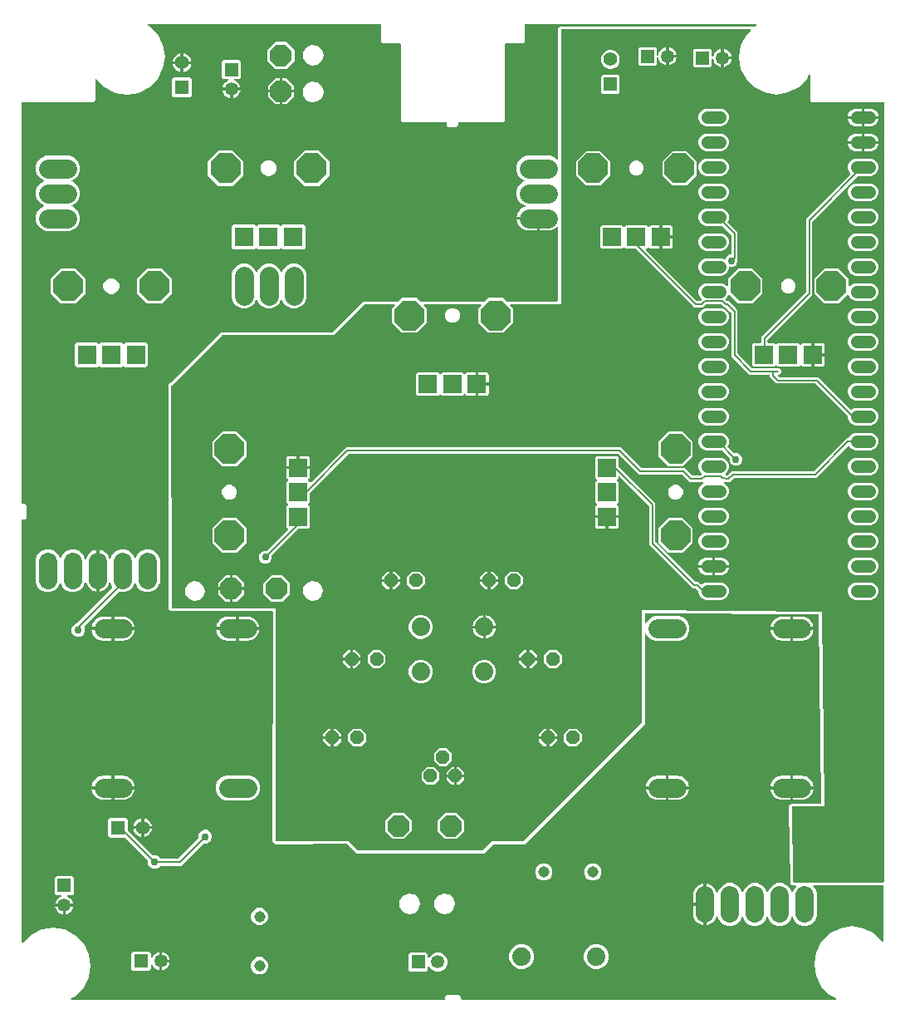
<source format=gbr>
G04 EAGLE Gerber X2 export*
%TF.Part,Single*%
%TF.FileFunction,Copper,L2,Bot,Mixed*%
%TF.FilePolarity,Positive*%
%TF.GenerationSoftware,Autodesk,EAGLE,9.2.2*%
%TF.CreationDate,2019-03-16T21:44:51Z*%
G75*
%MOMM*%
%FSLAX34Y34*%
%LPD*%
%INBottom Copper*%
%AMOC8*
5,1,8,0,0,1.08239X$1,22.5*%
G01*
%ADD10P,2.336880X8X202.500000*%
%ADD11R,1.350000X1.350000*%
%ADD12C,1.350000*%
%ADD13C,1.408000*%
%ADD14R,1.408000X1.408000*%
%ADD15C,1.950000*%
%ADD16P,2.336880X8X22.500000*%
%ADD17P,1.429621X8X22.500000*%
%ADD18C,1.308000*%
%ADD19R,1.879600X1.879600*%
%ADD20P,3.247170X8X292.500000*%
%ADD21P,3.247170X8X22.500000*%
%ADD22P,3.247170X8X202.500000*%
%ADD23P,1.429621X8X202.500000*%
%ADD24C,1.879600*%
%ADD25C,1.955800*%
%ADD26C,1.879600*%
%ADD27C,1.143000*%
%ADD28C,0.152400*%
%ADD29C,0.756400*%

G36*
X434162Y3100D02*
X434162Y3100D01*
X434181Y3098D01*
X434283Y3120D01*
X434385Y3136D01*
X434402Y3146D01*
X434422Y3150D01*
X434511Y3203D01*
X434602Y3252D01*
X434616Y3266D01*
X434633Y3276D01*
X434700Y3355D01*
X434772Y3430D01*
X434780Y3448D01*
X434793Y3463D01*
X434832Y3559D01*
X434875Y3653D01*
X434877Y3673D01*
X434885Y3691D01*
X434903Y3858D01*
X434903Y6283D01*
X436717Y8097D01*
X449283Y8097D01*
X451097Y6283D01*
X451097Y3858D01*
X451100Y3838D01*
X451098Y3819D01*
X451120Y3717D01*
X451136Y3615D01*
X451146Y3598D01*
X451150Y3578D01*
X451203Y3489D01*
X451252Y3398D01*
X451266Y3384D01*
X451276Y3367D01*
X451355Y3300D01*
X451430Y3228D01*
X451448Y3220D01*
X451463Y3207D01*
X451559Y3168D01*
X451653Y3125D01*
X451673Y3123D01*
X451691Y3115D01*
X451858Y3097D01*
X833380Y3097D01*
X833447Y3108D01*
X833515Y3109D01*
X833568Y3127D01*
X833623Y3136D01*
X833683Y3168D01*
X833747Y3191D01*
X833791Y3225D01*
X833840Y3252D01*
X833887Y3301D01*
X833940Y3342D01*
X833971Y3389D01*
X834010Y3430D01*
X834038Y3491D01*
X834076Y3548D01*
X834090Y3602D01*
X834113Y3653D01*
X834121Y3720D01*
X834138Y3786D01*
X834134Y3842D01*
X834141Y3897D01*
X834126Y3964D01*
X834122Y4031D01*
X834100Y4083D01*
X834088Y4138D01*
X834054Y4196D01*
X834028Y4259D01*
X833991Y4301D01*
X833962Y4349D01*
X833911Y4393D01*
X833866Y4444D01*
X833800Y4487D01*
X833775Y4509D01*
X833756Y4517D01*
X833726Y4536D01*
X827284Y7819D01*
X818734Y16369D01*
X813244Y27142D01*
X811353Y39085D01*
X813244Y51028D01*
X818734Y61801D01*
X827284Y70351D01*
X838057Y75841D01*
X850000Y77732D01*
X861943Y75841D01*
X872716Y70351D01*
X880604Y62464D01*
X880662Y62422D01*
X880714Y62373D01*
X880761Y62351D01*
X880803Y62320D01*
X880872Y62299D01*
X880937Y62269D01*
X880989Y62263D01*
X881039Y62248D01*
X881110Y62250D01*
X881181Y62242D01*
X881232Y62253D01*
X881284Y62254D01*
X881352Y62279D01*
X881422Y62294D01*
X881467Y62321D01*
X881515Y62339D01*
X881571Y62384D01*
X881633Y62420D01*
X881667Y62460D01*
X881707Y62492D01*
X881746Y62553D01*
X881793Y62607D01*
X881812Y62656D01*
X881840Y62699D01*
X881858Y62769D01*
X881885Y62835D01*
X881893Y62907D01*
X881901Y62938D01*
X881899Y62961D01*
X881903Y63002D01*
X881903Y118657D01*
X881900Y118677D01*
X881902Y118696D01*
X881880Y118798D01*
X881864Y118900D01*
X881854Y118917D01*
X881850Y118937D01*
X881797Y119026D01*
X881748Y119117D01*
X881734Y119131D01*
X881724Y119148D01*
X881645Y119215D01*
X881570Y119286D01*
X881552Y119295D01*
X881537Y119308D01*
X881441Y119346D01*
X881347Y119390D01*
X881327Y119392D01*
X881309Y119400D01*
X881142Y119418D01*
X811088Y119418D01*
X811017Y119407D01*
X810945Y119405D01*
X810897Y119387D01*
X810845Y119378D01*
X810782Y119345D01*
X810714Y119320D01*
X810674Y119288D01*
X810628Y119263D01*
X810578Y119211D01*
X810522Y119167D01*
X810494Y119123D01*
X810458Y119085D01*
X810428Y119020D01*
X810389Y118960D01*
X810377Y118909D01*
X810355Y118862D01*
X810347Y118791D01*
X810329Y118721D01*
X810333Y118669D01*
X810328Y118617D01*
X810343Y118547D01*
X810349Y118476D01*
X810369Y118428D01*
X810380Y118377D01*
X810417Y118315D01*
X810445Y118250D01*
X810490Y118194D01*
X810506Y118166D01*
X810524Y118151D01*
X810550Y118119D01*
X812193Y116476D01*
X814095Y111883D01*
X814095Y88117D01*
X812193Y83524D01*
X808678Y80009D01*
X804085Y78107D01*
X799115Y78107D01*
X794522Y80009D01*
X791007Y83524D01*
X789603Y86914D01*
X789565Y86975D01*
X789536Y87041D01*
X789501Y87079D01*
X789474Y87123D01*
X789418Y87169D01*
X789370Y87222D01*
X789324Y87247D01*
X789284Y87280D01*
X789217Y87306D01*
X789154Y87340D01*
X789103Y87350D01*
X789055Y87368D01*
X788983Y87371D01*
X788912Y87384D01*
X788861Y87377D01*
X788809Y87379D01*
X788740Y87359D01*
X788669Y87348D01*
X788623Y87325D01*
X788573Y87310D01*
X788514Y87269D01*
X788450Y87237D01*
X788413Y87200D01*
X788371Y87170D01*
X788328Y87112D01*
X788278Y87061D01*
X788243Y86998D01*
X788224Y86973D01*
X788217Y86950D01*
X788197Y86914D01*
X786793Y83524D01*
X783278Y80009D01*
X778685Y78107D01*
X773715Y78107D01*
X769122Y80009D01*
X765607Y83524D01*
X764203Y86914D01*
X764165Y86975D01*
X764136Y87041D01*
X764101Y87079D01*
X764074Y87123D01*
X764018Y87169D01*
X763970Y87222D01*
X763924Y87247D01*
X763884Y87280D01*
X763817Y87306D01*
X763754Y87340D01*
X763703Y87350D01*
X763655Y87368D01*
X763583Y87371D01*
X763512Y87384D01*
X763461Y87377D01*
X763409Y87379D01*
X763340Y87359D01*
X763269Y87348D01*
X763223Y87325D01*
X763173Y87310D01*
X763114Y87269D01*
X763050Y87237D01*
X763013Y87200D01*
X762971Y87170D01*
X762928Y87112D01*
X762878Y87061D01*
X762843Y86998D01*
X762824Y86973D01*
X762817Y86950D01*
X762797Y86914D01*
X761393Y83524D01*
X757878Y80009D01*
X753285Y78107D01*
X748315Y78107D01*
X743722Y80009D01*
X740207Y83524D01*
X738803Y86914D01*
X738765Y86975D01*
X738736Y87041D01*
X738701Y87079D01*
X738674Y87123D01*
X738618Y87169D01*
X738570Y87222D01*
X738524Y87247D01*
X738484Y87280D01*
X738417Y87306D01*
X738354Y87340D01*
X738303Y87350D01*
X738255Y87368D01*
X738183Y87371D01*
X738112Y87384D01*
X738061Y87377D01*
X738009Y87379D01*
X737940Y87359D01*
X737869Y87348D01*
X737823Y87325D01*
X737773Y87310D01*
X737714Y87269D01*
X737650Y87237D01*
X737613Y87200D01*
X737571Y87170D01*
X737528Y87112D01*
X737478Y87061D01*
X737443Y86998D01*
X737424Y86973D01*
X737417Y86950D01*
X737397Y86914D01*
X735993Y83524D01*
X732478Y80009D01*
X727885Y78107D01*
X722915Y78107D01*
X718322Y80009D01*
X714807Y83524D01*
X713045Y87779D01*
X712992Y87866D01*
X712943Y87954D01*
X712927Y87969D01*
X712915Y87988D01*
X712837Y88053D01*
X712763Y88122D01*
X712743Y88131D01*
X712726Y88145D01*
X712631Y88181D01*
X712539Y88223D01*
X712517Y88225D01*
X712496Y88233D01*
X712395Y88238D01*
X712294Y88248D01*
X712273Y88243D01*
X712251Y88244D01*
X712153Y88215D01*
X712055Y88193D01*
X712036Y88181D01*
X712014Y88175D01*
X711931Y88117D01*
X711845Y88065D01*
X711830Y88048D01*
X711812Y88035D01*
X711752Y87954D01*
X711687Y87876D01*
X711676Y87851D01*
X711665Y87838D01*
X711655Y87806D01*
X711618Y87723D01*
X711064Y86019D01*
X710211Y84345D01*
X709106Y82824D01*
X707778Y81496D01*
X706257Y80391D01*
X704583Y79538D01*
X702796Y78957D01*
X701523Y78756D01*
X701523Y99238D01*
X701520Y99258D01*
X701522Y99277D01*
X701500Y99379D01*
X701483Y99481D01*
X701474Y99498D01*
X701470Y99518D01*
X701417Y99607D01*
X701368Y99698D01*
X701354Y99712D01*
X701344Y99729D01*
X701265Y99796D01*
X701190Y99867D01*
X701172Y99876D01*
X701157Y99889D01*
X701061Y99927D01*
X700967Y99971D01*
X700947Y99973D01*
X700929Y99981D01*
X700762Y99999D01*
X699999Y99999D01*
X699999Y100001D01*
X700762Y100001D01*
X700782Y100004D01*
X700801Y100002D01*
X700903Y100024D01*
X701005Y100041D01*
X701022Y100050D01*
X701042Y100054D01*
X701131Y100107D01*
X701222Y100156D01*
X701236Y100170D01*
X701253Y100180D01*
X701320Y100259D01*
X701391Y100334D01*
X701400Y100352D01*
X701413Y100367D01*
X701452Y100463D01*
X701495Y100557D01*
X701497Y100577D01*
X701505Y100595D01*
X701523Y100762D01*
X701523Y121244D01*
X702796Y121043D01*
X704583Y120462D01*
X706257Y119609D01*
X707778Y118504D01*
X709106Y117176D01*
X710211Y115655D01*
X711064Y113981D01*
X711618Y112277D01*
X711664Y112187D01*
X711705Y112094D01*
X711720Y112078D01*
X711731Y112058D01*
X711803Y111988D01*
X711872Y111913D01*
X711891Y111902D01*
X711907Y111887D01*
X711998Y111843D01*
X712087Y111795D01*
X712109Y111791D01*
X712129Y111781D01*
X712230Y111769D01*
X712329Y111751D01*
X712351Y111754D01*
X712373Y111751D01*
X712472Y111772D01*
X712573Y111787D01*
X712592Y111797D01*
X712614Y111801D01*
X712702Y111852D01*
X712792Y111898D01*
X712807Y111914D01*
X712827Y111925D01*
X712893Y112001D01*
X712964Y112074D01*
X712977Y112098D01*
X712988Y112110D01*
X713001Y112141D01*
X713045Y112221D01*
X714807Y116476D01*
X718322Y119991D01*
X722915Y121893D01*
X727885Y121893D01*
X732478Y119991D01*
X735993Y116476D01*
X737397Y113086D01*
X737435Y113025D01*
X737464Y112959D01*
X737499Y112921D01*
X737526Y112877D01*
X737582Y112831D01*
X737630Y112778D01*
X737676Y112753D01*
X737716Y112720D01*
X737783Y112694D01*
X737846Y112660D01*
X737897Y112650D01*
X737945Y112632D01*
X738017Y112629D01*
X738088Y112616D01*
X738139Y112623D01*
X738191Y112621D01*
X738260Y112641D01*
X738331Y112652D01*
X738377Y112675D01*
X738427Y112690D01*
X738486Y112731D01*
X738550Y112763D01*
X738587Y112800D01*
X738629Y112830D01*
X738672Y112888D01*
X738722Y112939D01*
X738757Y113002D01*
X738776Y113027D01*
X738783Y113050D01*
X738803Y113086D01*
X740207Y116476D01*
X743722Y119991D01*
X748315Y121893D01*
X753285Y121893D01*
X757878Y119991D01*
X761393Y116476D01*
X762797Y113086D01*
X762835Y113025D01*
X762864Y112959D01*
X762899Y112921D01*
X762926Y112877D01*
X762982Y112831D01*
X763030Y112778D01*
X763076Y112753D01*
X763116Y112720D01*
X763183Y112694D01*
X763246Y112660D01*
X763297Y112650D01*
X763345Y112632D01*
X763417Y112629D01*
X763488Y112616D01*
X763539Y112623D01*
X763591Y112621D01*
X763660Y112641D01*
X763731Y112652D01*
X763777Y112675D01*
X763827Y112690D01*
X763886Y112731D01*
X763950Y112763D01*
X763987Y112800D01*
X764029Y112830D01*
X764072Y112888D01*
X764122Y112939D01*
X764157Y113002D01*
X764176Y113027D01*
X764183Y113050D01*
X764203Y113086D01*
X765607Y116476D01*
X769122Y119991D01*
X773715Y121893D01*
X778685Y121893D01*
X783278Y119991D01*
X786793Y116476D01*
X788197Y113086D01*
X788235Y113025D01*
X788264Y112959D01*
X788299Y112921D01*
X788326Y112877D01*
X788382Y112831D01*
X788430Y112778D01*
X788476Y112753D01*
X788516Y112720D01*
X788583Y112694D01*
X788646Y112660D01*
X788697Y112650D01*
X788745Y112632D01*
X788817Y112629D01*
X788888Y112616D01*
X788939Y112623D01*
X788991Y112621D01*
X789060Y112641D01*
X789131Y112652D01*
X789177Y112675D01*
X789227Y112690D01*
X789286Y112731D01*
X789350Y112763D01*
X789387Y112800D01*
X789429Y112830D01*
X789472Y112888D01*
X789522Y112939D01*
X789557Y113002D01*
X789576Y113027D01*
X789583Y113050D01*
X789603Y113086D01*
X791007Y116476D01*
X792650Y118119D01*
X792692Y118177D01*
X792742Y118229D01*
X792764Y118276D01*
X792794Y118318D01*
X792815Y118387D01*
X792845Y118452D01*
X792851Y118504D01*
X792866Y118553D01*
X792864Y118625D01*
X792872Y118696D01*
X792861Y118747D01*
X792860Y118799D01*
X792835Y118867D01*
X792820Y118937D01*
X792793Y118981D01*
X792775Y119030D01*
X792731Y119086D01*
X792694Y119148D01*
X792654Y119182D01*
X792622Y119222D01*
X792561Y119261D01*
X792507Y119308D01*
X792459Y119327D01*
X792415Y119355D01*
X792345Y119373D01*
X792279Y119400D01*
X792207Y119408D01*
X792176Y119415D01*
X792153Y119414D01*
X792112Y119418D01*
X790696Y119418D01*
X790692Y119417D01*
X790686Y119418D01*
X789088Y119397D01*
X787958Y120526D01*
X787955Y120529D01*
X787951Y120533D01*
X786806Y121648D01*
X786806Y123246D01*
X786805Y123250D01*
X786806Y123256D01*
X785816Y197216D01*
X785801Y197301D01*
X785794Y197387D01*
X785790Y197396D01*
X785790Y199113D01*
X785790Y199117D01*
X785790Y199123D01*
X785769Y200722D01*
X786898Y201852D01*
X786901Y201855D01*
X786906Y201859D01*
X788020Y203004D01*
X789618Y203004D01*
X789622Y203005D01*
X789628Y203004D01*
X791348Y203027D01*
X791360Y203022D01*
X791408Y203017D01*
X791433Y203010D01*
X791463Y203011D01*
X791527Y203004D01*
X817826Y203004D01*
X817850Y203008D01*
X817875Y203006D01*
X817971Y203028D01*
X818069Y203044D01*
X818090Y203055D01*
X818114Y203061D01*
X818199Y203113D01*
X818286Y203159D01*
X818303Y203177D01*
X818324Y203190D01*
X818387Y203266D01*
X818455Y203337D01*
X818466Y203360D01*
X818482Y203379D01*
X818517Y203471D01*
X818559Y203560D01*
X818562Y203585D01*
X818571Y203608D01*
X818587Y203775D01*
X816198Y394617D01*
X816196Y394629D01*
X816198Y394642D01*
X816175Y394750D01*
X816156Y394859D01*
X816149Y394870D01*
X816147Y394883D01*
X816091Y394978D01*
X816038Y395075D01*
X816028Y395084D01*
X816022Y395095D01*
X815938Y395167D01*
X815857Y395242D01*
X815846Y395247D01*
X815836Y395256D01*
X815733Y395298D01*
X815633Y395343D01*
X815620Y395344D01*
X815608Y395349D01*
X815442Y395369D01*
X639436Y396429D01*
X639414Y396426D01*
X639392Y396428D01*
X639293Y396407D01*
X639193Y396391D01*
X639173Y396381D01*
X639151Y396376D01*
X639065Y396324D01*
X638975Y396277D01*
X638959Y396261D01*
X638940Y396250D01*
X638875Y396173D01*
X638804Y396100D01*
X638795Y396080D01*
X638780Y396063D01*
X638743Y395969D01*
X638699Y395878D01*
X638697Y395856D01*
X638689Y395835D01*
X638670Y395668D01*
X638670Y386969D01*
X638686Y386873D01*
X638695Y386776D01*
X638706Y386752D01*
X638710Y386727D01*
X638755Y386641D01*
X638795Y386552D01*
X638813Y386532D01*
X638825Y386509D01*
X638895Y386442D01*
X638961Y386370D01*
X638984Y386358D01*
X639003Y386340D01*
X639092Y386299D01*
X639177Y386252D01*
X639203Y386247D01*
X639226Y386236D01*
X639323Y386225D01*
X639419Y386208D01*
X639445Y386212D01*
X639471Y386209D01*
X639566Y386230D01*
X639662Y386244D01*
X639686Y386256D01*
X639711Y386261D01*
X639795Y386311D01*
X639881Y386355D01*
X639900Y386374D01*
X639922Y386388D01*
X639985Y386461D01*
X640054Y386531D01*
X640069Y386560D01*
X640082Y386574D01*
X640095Y386605D01*
X640135Y386678D01*
X640859Y388427D01*
X644473Y392041D01*
X649195Y393997D01*
X673805Y393997D01*
X678527Y392041D01*
X682141Y388427D01*
X684097Y383705D01*
X684097Y378595D01*
X682141Y373873D01*
X678527Y370259D01*
X673805Y368303D01*
X649195Y368303D01*
X644473Y370259D01*
X640859Y373873D01*
X640135Y375622D01*
X640083Y375705D01*
X640038Y375791D01*
X640019Y375809D01*
X640005Y375831D01*
X639930Y375893D01*
X639859Y375960D01*
X639836Y375971D01*
X639816Y375988D01*
X639725Y376023D01*
X639636Y376064D01*
X639610Y376067D01*
X639586Y376076D01*
X639489Y376080D01*
X639392Y376091D01*
X639366Y376085D01*
X639340Y376086D01*
X639247Y376059D01*
X639151Y376039D01*
X639129Y376025D01*
X639104Y376018D01*
X639024Y375962D01*
X638940Y375912D01*
X638923Y375893D01*
X638902Y375878D01*
X638844Y375800D01*
X638780Y375726D01*
X638771Y375701D01*
X638755Y375680D01*
X638725Y375588D01*
X638689Y375497D01*
X638685Y375465D01*
X638679Y375446D01*
X638679Y375413D01*
X638670Y375331D01*
X638670Y284038D01*
X515973Y161341D01*
X484252Y161341D01*
X484162Y161326D01*
X484071Y161319D01*
X484041Y161307D01*
X484009Y161301D01*
X483928Y161259D01*
X483844Y161223D01*
X483812Y161197D01*
X483792Y161186D01*
X483769Y161163D01*
X483713Y161118D01*
X474813Y152218D01*
X354139Y152218D01*
X354049Y152203D01*
X353958Y152196D01*
X353928Y152184D01*
X353896Y152178D01*
X353816Y152136D01*
X353732Y152100D01*
X353700Y152074D01*
X353679Y152063D01*
X353657Y152040D01*
X353601Y151995D01*
X353356Y151751D01*
X345024Y151751D01*
X335440Y161335D01*
X335365Y161389D01*
X335295Y161449D01*
X335265Y161461D01*
X335240Y161479D01*
X335152Y161506D01*
X335066Y161540D01*
X335027Y161545D01*
X335005Y161551D01*
X334973Y161550D01*
X334899Y161558D01*
X264972Y161347D01*
X264932Y161340D01*
X263058Y161341D01*
X263057Y161341D01*
X263055Y161341D01*
X261462Y161336D01*
X260332Y162467D01*
X260331Y162468D01*
X260330Y162469D01*
X259197Y163595D01*
X259197Y165198D01*
X259197Y165199D01*
X259197Y165201D01*
X259192Y167048D01*
X259198Y167106D01*
X259299Y397961D01*
X259296Y397981D01*
X259298Y398001D01*
X259276Y398102D01*
X259260Y398204D01*
X259250Y398221D01*
X259246Y398241D01*
X259193Y398330D01*
X259145Y398421D01*
X259130Y398435D01*
X259120Y398452D01*
X259041Y398519D01*
X258966Y398591D01*
X258948Y398599D01*
X258933Y398612D01*
X258837Y398651D01*
X258743Y398694D01*
X258723Y398697D01*
X258705Y398704D01*
X258538Y398723D01*
X156975Y398723D01*
X156975Y398722D01*
X156974Y398723D01*
X155379Y398719D01*
X154244Y399854D01*
X154243Y399854D01*
X154243Y399855D01*
X153115Y400978D01*
X153115Y402582D01*
X153115Y402583D01*
X153115Y402584D01*
X152668Y626110D01*
X152665Y626133D01*
X152665Y628022D01*
X152665Y628023D01*
X152665Y628024D01*
X152661Y629621D01*
X153796Y630756D01*
X153797Y630757D01*
X155118Y632083D01*
X155144Y632104D01*
X203438Y680398D01*
X205922Y682882D01*
X320217Y682882D01*
X320307Y682896D01*
X320398Y682903D01*
X320428Y682916D01*
X320460Y682921D01*
X320540Y682964D01*
X320624Y683000D01*
X320656Y683025D01*
X320677Y683036D01*
X320687Y683047D01*
X320688Y683048D01*
X320702Y683062D01*
X320755Y683105D01*
X351968Y714318D01*
X386910Y714318D01*
X387000Y714333D01*
X387091Y714340D01*
X387121Y714352D01*
X387153Y714358D01*
X387233Y714400D01*
X387317Y714436D01*
X387349Y714462D01*
X387370Y714473D01*
X387392Y714496D01*
X387448Y714541D01*
X391004Y718097D01*
X405996Y718097D01*
X409552Y714541D01*
X409626Y714488D01*
X409695Y714428D01*
X409725Y714416D01*
X409752Y714397D01*
X409839Y714370D01*
X409923Y714336D01*
X409964Y714332D01*
X409987Y714325D01*
X410019Y714326D01*
X410090Y714318D01*
X474910Y714318D01*
X475000Y714333D01*
X475091Y714340D01*
X475121Y714352D01*
X475153Y714358D01*
X475233Y714400D01*
X475317Y714436D01*
X475349Y714462D01*
X475370Y714473D01*
X475392Y714496D01*
X475448Y714541D01*
X479004Y718097D01*
X493996Y718097D01*
X497552Y714541D01*
X497626Y714488D01*
X497695Y714428D01*
X497725Y714416D01*
X497752Y714397D01*
X497839Y714370D01*
X497923Y714336D01*
X497964Y714332D01*
X497987Y714325D01*
X498019Y714326D01*
X498090Y714318D01*
X549228Y714318D01*
X549247Y714321D01*
X549267Y714319D01*
X549368Y714341D01*
X549470Y714358D01*
X549488Y714367D01*
X549507Y714371D01*
X549596Y714424D01*
X549688Y714473D01*
X549701Y714487D01*
X549718Y714497D01*
X549786Y714576D01*
X549857Y714651D01*
X549865Y714669D01*
X549878Y714684D01*
X549917Y714780D01*
X549961Y714874D01*
X549963Y714894D01*
X549970Y714912D01*
X549989Y715079D01*
X549989Y789871D01*
X549977Y789942D01*
X549975Y790014D01*
X549957Y790063D01*
X549949Y790114D01*
X549916Y790177D01*
X549891Y790245D01*
X549858Y790285D01*
X549834Y790331D01*
X549782Y790381D01*
X549737Y790437D01*
X549693Y790465D01*
X549656Y790501D01*
X549591Y790531D01*
X549530Y790570D01*
X549480Y790582D01*
X549433Y790604D01*
X549361Y790612D01*
X549292Y790630D01*
X549240Y790626D01*
X549188Y790631D01*
X549118Y790616D01*
X549047Y790611D01*
X548999Y790590D01*
X548948Y790579D01*
X548886Y790542D01*
X548820Y790514D01*
X548764Y790470D01*
X548737Y790453D01*
X548721Y790435D01*
X548689Y790410D01*
X547913Y789633D01*
X546344Y788493D01*
X544616Y787613D01*
X542772Y787014D01*
X540857Y786710D01*
X531631Y786710D01*
X531631Y798268D01*
X531628Y798288D01*
X531630Y798307D01*
X531608Y798409D01*
X531591Y798511D01*
X531582Y798528D01*
X531578Y798548D01*
X531525Y798637D01*
X531476Y798728D01*
X531462Y798742D01*
X531452Y798759D01*
X531373Y798826D01*
X531298Y798897D01*
X531280Y798906D01*
X531265Y798919D01*
X531169Y798957D01*
X531075Y799001D01*
X531055Y799003D01*
X531037Y799011D01*
X530870Y799029D01*
X530107Y799029D01*
X530107Y799792D01*
X530104Y799812D01*
X530106Y799831D01*
X530084Y799933D01*
X530067Y800035D01*
X530058Y800052D01*
X530054Y800072D01*
X530001Y800161D01*
X529952Y800252D01*
X529938Y800266D01*
X529928Y800283D01*
X529849Y800350D01*
X529774Y800421D01*
X529756Y800430D01*
X529741Y800443D01*
X529645Y800482D01*
X529551Y800525D01*
X529531Y800527D01*
X529513Y800535D01*
X529346Y800553D01*
X508097Y800553D01*
X508313Y801915D01*
X508912Y803759D01*
X509792Y805487D01*
X510932Y807056D01*
X512303Y808427D01*
X513872Y809567D01*
X515600Y810447D01*
X516350Y810691D01*
X516440Y810737D01*
X516533Y810779D01*
X516549Y810794D01*
X516569Y810804D01*
X516639Y810876D01*
X516714Y810945D01*
X516725Y810964D01*
X516740Y810980D01*
X516784Y811072D01*
X516832Y811160D01*
X516836Y811182D01*
X516846Y811202D01*
X516858Y811303D01*
X516876Y811403D01*
X516873Y811424D01*
X516876Y811446D01*
X516855Y811545D01*
X516840Y811646D01*
X516830Y811666D01*
X516826Y811687D01*
X516775Y811775D01*
X516729Y811865D01*
X516713Y811881D01*
X516702Y811900D01*
X516626Y811966D01*
X516553Y812037D01*
X516529Y812051D01*
X516517Y812062D01*
X516487Y812074D01*
X516406Y812118D01*
X513035Y813514D01*
X509413Y817136D01*
X507453Y821869D01*
X507453Y826991D01*
X509413Y831724D01*
X513035Y835346D01*
X515646Y836427D01*
X515707Y836465D01*
X515772Y836494D01*
X515810Y836529D01*
X515855Y836556D01*
X515900Y836612D01*
X515953Y836660D01*
X515978Y836706D01*
X516012Y836746D01*
X516037Y836813D01*
X516072Y836876D01*
X516081Y836927D01*
X516100Y836975D01*
X516103Y837047D01*
X516116Y837118D01*
X516108Y837169D01*
X516110Y837221D01*
X516090Y837290D01*
X516080Y837361D01*
X516056Y837407D01*
X516042Y837457D01*
X516001Y837516D01*
X515968Y837580D01*
X515931Y837617D01*
X515901Y837659D01*
X515844Y837702D01*
X515793Y837752D01*
X515730Y837787D01*
X515704Y837806D01*
X515682Y837813D01*
X515646Y837833D01*
X513035Y838914D01*
X509413Y842536D01*
X507453Y847269D01*
X507453Y852391D01*
X509413Y857124D01*
X513035Y860746D01*
X517768Y862706D01*
X542448Y862706D01*
X547181Y860746D01*
X548689Y859237D01*
X548747Y859195D01*
X548799Y859146D01*
X548847Y859124D01*
X548889Y859093D01*
X548957Y859072D01*
X549023Y859042D01*
X549074Y859036D01*
X549124Y859021D01*
X549196Y859023D01*
X549267Y859015D01*
X549318Y859026D01*
X549370Y859027D01*
X549437Y859052D01*
X549507Y859067D01*
X549552Y859094D01*
X549601Y859112D01*
X549657Y859157D01*
X549718Y859193D01*
X549752Y859233D01*
X549793Y859265D01*
X549832Y859326D01*
X549878Y859380D01*
X549898Y859429D01*
X549926Y859472D01*
X549944Y859542D01*
X549970Y859608D01*
X549978Y859680D01*
X549986Y859711D01*
X549984Y859734D01*
X549989Y859775D01*
X549989Y992198D01*
X552249Y994459D01*
X750001Y994459D01*
X750094Y994474D01*
X750189Y994482D01*
X750223Y994495D01*
X750243Y994498D01*
X750272Y994514D01*
X750346Y994542D01*
X752156Y995464D01*
X752211Y995504D01*
X752270Y995536D01*
X752309Y995576D01*
X752354Y995609D01*
X752393Y995665D01*
X752440Y995714D01*
X752463Y995765D01*
X752496Y995811D01*
X752515Y995876D01*
X752543Y995937D01*
X752550Y995993D01*
X752565Y996046D01*
X752563Y996114D01*
X752570Y996181D01*
X752559Y996236D01*
X752557Y996292D01*
X752533Y996356D01*
X752518Y996422D01*
X752489Y996470D01*
X752470Y996522D01*
X752427Y996575D01*
X752392Y996633D01*
X752350Y996669D01*
X752314Y996713D01*
X752257Y996749D01*
X752205Y996793D01*
X752153Y996814D01*
X752106Y996844D01*
X752040Y996859D01*
X751977Y996885D01*
X751899Y996893D01*
X751867Y996901D01*
X751846Y996899D01*
X751810Y996903D01*
X516858Y996903D01*
X516838Y996900D01*
X516819Y996902D01*
X516717Y996880D01*
X516615Y996864D01*
X516598Y996854D01*
X516578Y996850D01*
X516489Y996797D01*
X516398Y996748D01*
X516384Y996734D01*
X516367Y996724D01*
X516300Y996645D01*
X516228Y996570D01*
X516220Y996552D01*
X516207Y996537D01*
X516168Y996441D01*
X516125Y996347D01*
X516123Y996327D01*
X516115Y996309D01*
X516097Y996142D01*
X516097Y978717D01*
X514283Y976903D01*
X496858Y976903D01*
X496838Y976900D01*
X496819Y976902D01*
X496717Y976880D01*
X496615Y976864D01*
X496598Y976854D01*
X496578Y976850D01*
X496489Y976797D01*
X496398Y976748D01*
X496384Y976734D01*
X496367Y976724D01*
X496300Y976645D01*
X496228Y976570D01*
X496220Y976552D01*
X496207Y976537D01*
X496168Y976441D01*
X496125Y976347D01*
X496123Y976327D01*
X496115Y976309D01*
X496097Y976142D01*
X496097Y898717D01*
X494283Y896903D01*
X448858Y896903D01*
X448838Y896900D01*
X448819Y896902D01*
X448717Y896880D01*
X448615Y896864D01*
X448598Y896854D01*
X448578Y896850D01*
X448489Y896797D01*
X448398Y896748D01*
X448384Y896734D01*
X448367Y896724D01*
X448300Y896645D01*
X448228Y896570D01*
X448220Y896552D01*
X448207Y896537D01*
X448168Y896441D01*
X448125Y896347D01*
X448123Y896327D01*
X448115Y896309D01*
X448097Y896142D01*
X448097Y893717D01*
X446283Y891903D01*
X438717Y891903D01*
X436903Y893717D01*
X436903Y896142D01*
X436900Y896162D01*
X436902Y896181D01*
X436880Y896283D01*
X436864Y896385D01*
X436854Y896402D01*
X436850Y896422D01*
X436797Y896511D01*
X436748Y896602D01*
X436734Y896616D01*
X436724Y896633D01*
X436645Y896700D01*
X436570Y896772D01*
X436552Y896780D01*
X436537Y896793D01*
X436441Y896832D01*
X436347Y896875D01*
X436327Y896877D01*
X436309Y896885D01*
X436142Y896903D01*
X391717Y896903D01*
X389903Y898717D01*
X389903Y976142D01*
X389900Y976162D01*
X389902Y976181D01*
X389880Y976283D01*
X389864Y976385D01*
X389854Y976402D01*
X389850Y976422D01*
X389797Y976511D01*
X389748Y976602D01*
X389734Y976616D01*
X389724Y976633D01*
X389645Y976700D01*
X389570Y976772D01*
X389552Y976780D01*
X389537Y976793D01*
X389441Y976832D01*
X389347Y976875D01*
X389327Y976877D01*
X389309Y976885D01*
X389142Y976903D01*
X371717Y976903D01*
X369903Y978717D01*
X369903Y996142D01*
X369900Y996162D01*
X369902Y996181D01*
X369880Y996283D01*
X369864Y996385D01*
X369854Y996402D01*
X369850Y996422D01*
X369797Y996511D01*
X369748Y996602D01*
X369734Y996616D01*
X369724Y996633D01*
X369645Y996700D01*
X369570Y996772D01*
X369552Y996780D01*
X369537Y996793D01*
X369441Y996832D01*
X369347Y996875D01*
X369327Y996877D01*
X369309Y996885D01*
X369142Y996903D01*
X132221Y996903D01*
X132154Y996892D01*
X132086Y996891D01*
X132033Y996873D01*
X131978Y996864D01*
X131918Y996832D01*
X131854Y996809D01*
X131810Y996775D01*
X131761Y996748D01*
X131714Y996699D01*
X131661Y996658D01*
X131630Y996611D01*
X131591Y996570D01*
X131563Y996509D01*
X131526Y996452D01*
X131511Y996398D01*
X131488Y996347D01*
X131480Y996280D01*
X131463Y996214D01*
X131467Y996158D01*
X131461Y996103D01*
X131475Y996036D01*
X131480Y995969D01*
X131501Y995917D01*
X131513Y995862D01*
X131548Y995804D01*
X131574Y995741D01*
X131610Y995699D01*
X131639Y995651D01*
X131691Y995607D01*
X131735Y995556D01*
X131801Y995513D01*
X131826Y995491D01*
X131845Y995483D01*
X131875Y995464D01*
X133250Y994763D01*
X141800Y986213D01*
X147290Y975439D01*
X149181Y963497D01*
X147290Y951554D01*
X141800Y940780D01*
X133250Y932231D01*
X122477Y926741D01*
X110534Y924850D01*
X98591Y926741D01*
X87818Y932231D01*
X79396Y940652D01*
X79338Y940694D01*
X79286Y940743D01*
X79239Y940765D01*
X79197Y940796D01*
X79128Y940817D01*
X79063Y940847D01*
X79011Y940853D01*
X78961Y940868D01*
X78890Y940866D01*
X78819Y940874D01*
X78768Y940863D01*
X78716Y940862D01*
X78648Y940837D01*
X78578Y940822D01*
X78533Y940795D01*
X78485Y940777D01*
X78429Y940732D01*
X78367Y940696D01*
X78333Y940656D01*
X78293Y940623D01*
X78254Y940563D01*
X78207Y940509D01*
X78188Y940460D01*
X78160Y940417D01*
X78142Y940347D01*
X78115Y940280D01*
X78107Y940209D01*
X78099Y940178D01*
X78101Y940155D01*
X78097Y940114D01*
X78097Y918717D01*
X76283Y916903D01*
X3858Y916903D01*
X3838Y916900D01*
X3819Y916902D01*
X3717Y916880D01*
X3615Y916864D01*
X3598Y916854D01*
X3578Y916850D01*
X3489Y916797D01*
X3398Y916748D01*
X3384Y916734D01*
X3367Y916724D01*
X3300Y916645D01*
X3228Y916570D01*
X3220Y916552D01*
X3207Y916537D01*
X3168Y916441D01*
X3125Y916347D01*
X3123Y916327D01*
X3115Y916309D01*
X3097Y916142D01*
X3097Y508858D01*
X3100Y508838D01*
X3098Y508819D01*
X3120Y508717D01*
X3136Y508615D01*
X3146Y508598D01*
X3150Y508578D01*
X3203Y508489D01*
X3252Y508398D01*
X3266Y508384D01*
X3276Y508367D01*
X3355Y508300D01*
X3430Y508228D01*
X3448Y508220D01*
X3463Y508207D01*
X3559Y508168D01*
X3653Y508125D01*
X3673Y508123D01*
X3691Y508115D01*
X3858Y508097D01*
X6283Y508097D01*
X8097Y506283D01*
X8097Y493717D01*
X6283Y491903D01*
X3858Y491903D01*
X3838Y491900D01*
X3819Y491902D01*
X3717Y491880D01*
X3615Y491864D01*
X3598Y491854D01*
X3578Y491850D01*
X3489Y491797D01*
X3398Y491748D01*
X3384Y491734D01*
X3367Y491724D01*
X3300Y491645D01*
X3228Y491570D01*
X3220Y491552D01*
X3207Y491537D01*
X3168Y491441D01*
X3125Y491347D01*
X3123Y491327D01*
X3115Y491309D01*
X3097Y491142D01*
X3097Y61735D01*
X3108Y61665D01*
X3110Y61593D01*
X3128Y61544D01*
X3136Y61493D01*
X3170Y61429D01*
X3195Y61362D01*
X3227Y61321D01*
X3252Y61275D01*
X3304Y61226D01*
X3348Y61170D01*
X3392Y61142D01*
X3430Y61106D01*
X3495Y61076D01*
X3555Y61037D01*
X3606Y61024D01*
X3653Y61002D01*
X3724Y60994D01*
X3794Y60977D01*
X3846Y60981D01*
X3897Y60975D01*
X3968Y60990D01*
X4039Y60996D01*
X4087Y61016D01*
X4138Y61027D01*
X4199Y61064D01*
X4265Y61092D01*
X4321Y61137D01*
X4349Y61154D01*
X4364Y61171D01*
X4396Y61197D01*
X12284Y69085D01*
X23057Y74574D01*
X35000Y76466D01*
X46943Y74574D01*
X57716Y69085D01*
X66266Y60535D01*
X71756Y49761D01*
X73647Y37818D01*
X71756Y25876D01*
X66266Y15102D01*
X57716Y6552D01*
X53760Y4536D01*
X53705Y4496D01*
X53646Y4464D01*
X53607Y4424D01*
X53562Y4391D01*
X53523Y4335D01*
X53476Y4286D01*
X53453Y4235D01*
X53420Y4189D01*
X53401Y4124D01*
X53373Y4063D01*
X53366Y4007D01*
X53351Y3954D01*
X53353Y3886D01*
X53346Y3819D01*
X53357Y3764D01*
X53359Y3708D01*
X53383Y3645D01*
X53398Y3578D01*
X53427Y3530D01*
X53446Y3478D01*
X53489Y3425D01*
X53524Y3367D01*
X53566Y3331D01*
X53602Y3287D01*
X53659Y3251D01*
X53711Y3207D01*
X53763Y3186D01*
X53810Y3156D01*
X53876Y3141D01*
X53939Y3115D01*
X54017Y3107D01*
X54049Y3099D01*
X54070Y3101D01*
X54106Y3097D01*
X434142Y3097D01*
X434162Y3100D01*
G37*
G36*
X881718Y122519D02*
X881718Y122519D01*
X881737Y122517D01*
X881839Y122539D01*
X881941Y122555D01*
X881958Y122565D01*
X881978Y122569D01*
X882067Y122622D01*
X882158Y122670D01*
X882172Y122685D01*
X882189Y122695D01*
X882256Y122774D01*
X882328Y122849D01*
X882336Y122867D01*
X882349Y122882D01*
X882388Y122978D01*
X882431Y123072D01*
X882433Y123092D01*
X882441Y123110D01*
X882459Y123277D01*
X882459Y916698D01*
X882456Y916718D01*
X882458Y916737D01*
X882436Y916839D01*
X882420Y916941D01*
X882410Y916958D01*
X882406Y916978D01*
X882353Y917067D01*
X882304Y917158D01*
X882290Y917172D01*
X882280Y917189D01*
X882201Y917256D01*
X882126Y917328D01*
X882108Y917336D01*
X882093Y917349D01*
X881997Y917388D01*
X881903Y917431D01*
X881883Y917433D01*
X881865Y917441D01*
X881698Y917459D01*
X808948Y917459D01*
X807459Y918948D01*
X807459Y944892D01*
X807448Y944959D01*
X807447Y945027D01*
X807429Y945079D01*
X807420Y945135D01*
X807388Y945195D01*
X807365Y945259D01*
X807331Y945303D01*
X807304Y945352D01*
X807255Y945399D01*
X807214Y945452D01*
X807167Y945483D01*
X807126Y945521D01*
X807065Y945550D01*
X807008Y945587D01*
X806954Y945602D01*
X806903Y945625D01*
X806836Y945633D01*
X806770Y945650D01*
X806714Y945646D01*
X806659Y945652D01*
X806592Y945638D01*
X806525Y945633D01*
X806473Y945612D01*
X806418Y945600D01*
X806360Y945565D01*
X806297Y945539D01*
X806255Y945503D01*
X806207Y945474D01*
X806163Y945422D01*
X806112Y945378D01*
X806069Y945312D01*
X806047Y945287D01*
X806039Y945267D01*
X806020Y945238D01*
X803776Y940833D01*
X795349Y932406D01*
X784730Y926996D01*
X772959Y925132D01*
X761188Y926996D01*
X750570Y932406D01*
X742143Y940833D01*
X736732Y951452D01*
X734868Y963223D01*
X736732Y974994D01*
X742143Y985612D01*
X746592Y990062D01*
X746634Y990120D01*
X746683Y990172D01*
X746705Y990219D01*
X746736Y990261D01*
X746757Y990330D01*
X746787Y990395D01*
X746793Y990447D01*
X746808Y990497D01*
X746806Y990568D01*
X746814Y990639D01*
X746803Y990690D01*
X746802Y990742D01*
X746777Y990810D01*
X746762Y990880D01*
X746735Y990924D01*
X746717Y990973D01*
X746672Y991029D01*
X746636Y991091D01*
X746596Y991125D01*
X746564Y991165D01*
X746503Y991204D01*
X746449Y991251D01*
X746400Y991270D01*
X746357Y991298D01*
X746287Y991316D01*
X746221Y991343D01*
X746149Y991351D01*
X746118Y991359D01*
X746095Y991357D01*
X746054Y991361D01*
X553848Y991361D01*
X553828Y991358D01*
X553808Y991360D01*
X553707Y991338D01*
X553605Y991322D01*
X553587Y991312D01*
X553568Y991308D01*
X553479Y991255D01*
X553387Y991206D01*
X553374Y991192D01*
X553357Y991182D01*
X553289Y991103D01*
X553218Y991028D01*
X553210Y991010D01*
X553197Y990995D01*
X553158Y990899D01*
X553114Y990805D01*
X553112Y990785D01*
X553105Y990767D01*
X553086Y990600D01*
X553086Y711220D01*
X501924Y711220D01*
X501853Y711209D01*
X501781Y711207D01*
X501732Y711189D01*
X501681Y711181D01*
X501618Y711147D01*
X501550Y711122D01*
X501510Y711090D01*
X501464Y711066D01*
X501414Y711014D01*
X501358Y710969D01*
X501330Y710925D01*
X501294Y710887D01*
X501264Y710822D01*
X501225Y710762D01*
X501213Y710711D01*
X501191Y710664D01*
X501183Y710593D01*
X501165Y710523D01*
X501169Y710471D01*
X501164Y710420D01*
X501179Y710349D01*
X501184Y710278D01*
X501205Y710230D01*
X501216Y710179D01*
X501253Y710118D01*
X501281Y710052D01*
X501325Y709996D01*
X501342Y709968D01*
X501360Y709953D01*
X501386Y709921D01*
X504041Y707266D01*
X504041Y692734D01*
X493766Y682459D01*
X479234Y682459D01*
X468959Y692734D01*
X468959Y707266D01*
X471614Y709921D01*
X471656Y709979D01*
X471706Y710031D01*
X471728Y710078D01*
X471758Y710121D01*
X471779Y710189D01*
X471809Y710254D01*
X471815Y710306D01*
X471830Y710356D01*
X471828Y710427D01*
X471836Y710499D01*
X471825Y710549D01*
X471824Y710602D01*
X471799Y710669D01*
X471784Y710739D01*
X471757Y710784D01*
X471740Y710833D01*
X471695Y710889D01*
X471658Y710950D01*
X471618Y710984D01*
X471586Y711025D01*
X471526Y711063D01*
X471471Y711110D01*
X471423Y711129D01*
X471379Y711158D01*
X471309Y711175D01*
X471243Y711202D01*
X471172Y711210D01*
X471140Y711218D01*
X471117Y711216D01*
X471076Y711220D01*
X413924Y711220D01*
X413853Y711209D01*
X413781Y711207D01*
X413732Y711189D01*
X413681Y711181D01*
X413618Y711147D01*
X413550Y711122D01*
X413510Y711090D01*
X413464Y711066D01*
X413414Y711014D01*
X413358Y710969D01*
X413330Y710925D01*
X413294Y710887D01*
X413264Y710822D01*
X413225Y710762D01*
X413213Y710711D01*
X413191Y710664D01*
X413183Y710593D01*
X413165Y710523D01*
X413169Y710471D01*
X413164Y710420D01*
X413179Y710349D01*
X413184Y710278D01*
X413205Y710230D01*
X413216Y710179D01*
X413253Y710118D01*
X413281Y710052D01*
X413325Y709996D01*
X413342Y709968D01*
X413360Y709953D01*
X413386Y709921D01*
X416041Y707266D01*
X416041Y692734D01*
X405766Y682459D01*
X391234Y682459D01*
X380959Y692734D01*
X380959Y707266D01*
X383614Y709921D01*
X383656Y709979D01*
X383706Y710031D01*
X383728Y710078D01*
X383758Y710121D01*
X383779Y710189D01*
X383809Y710254D01*
X383815Y710306D01*
X383830Y710356D01*
X383828Y710427D01*
X383836Y710499D01*
X383825Y710549D01*
X383824Y710602D01*
X383799Y710669D01*
X383784Y710739D01*
X383757Y710784D01*
X383740Y710833D01*
X383695Y710889D01*
X383658Y710950D01*
X383618Y710984D01*
X383586Y711025D01*
X383526Y711063D01*
X383471Y711110D01*
X383423Y711129D01*
X383379Y711158D01*
X383309Y711175D01*
X383243Y711202D01*
X383172Y711210D01*
X383140Y711218D01*
X383117Y711216D01*
X383076Y711220D01*
X353567Y711220D01*
X353477Y711206D01*
X353386Y711198D01*
X353356Y711186D01*
X353324Y711181D01*
X353243Y711138D01*
X353160Y711102D01*
X353127Y711076D01*
X353107Y711066D01*
X353085Y711042D01*
X353029Y710997D01*
X321815Y679784D01*
X207520Y679784D01*
X207430Y679769D01*
X207339Y679762D01*
X207309Y679750D01*
X207277Y679744D01*
X207197Y679702D01*
X207113Y679666D01*
X207081Y679640D01*
X207060Y679629D01*
X207038Y679606D01*
X206982Y679561D01*
X155985Y628565D01*
X155932Y628490D01*
X155872Y628420D01*
X155860Y628390D01*
X155842Y628365D01*
X155815Y628277D01*
X155780Y628192D01*
X155776Y628152D01*
X155769Y628130D01*
X155770Y628097D01*
X155762Y628025D01*
X156212Y402580D01*
X156216Y402561D01*
X156213Y402542D01*
X156236Y402440D01*
X156253Y402337D01*
X156262Y402320D01*
X156266Y402301D01*
X156319Y402212D01*
X156368Y402120D01*
X156382Y402107D01*
X156392Y402090D01*
X156471Y402023D01*
X156547Y401951D01*
X156564Y401943D01*
X156579Y401930D01*
X156676Y401891D01*
X156770Y401848D01*
X156789Y401846D01*
X156807Y401838D01*
X156974Y401820D01*
X262398Y401820D01*
X262295Y165200D01*
X262298Y165179D01*
X262296Y165158D01*
X262318Y165058D01*
X262335Y164957D01*
X262345Y164939D01*
X262349Y164918D01*
X262402Y164830D01*
X262450Y164740D01*
X262465Y164725D01*
X262476Y164707D01*
X262554Y164641D01*
X262628Y164570D01*
X262647Y164562D01*
X262663Y164548D01*
X262758Y164510D01*
X262851Y164467D01*
X262872Y164464D01*
X262892Y164457D01*
X263058Y164439D01*
X336495Y164661D01*
X346085Y155071D01*
X346158Y155018D01*
X346228Y154959D01*
X346258Y154947D01*
X346284Y154928D01*
X346371Y154901D01*
X346456Y154867D01*
X346497Y154862D01*
X346519Y154855D01*
X346552Y154856D01*
X346623Y154848D01*
X351758Y154848D01*
X351848Y154863D01*
X351939Y154870D01*
X351969Y154883D01*
X352001Y154888D01*
X352082Y154931D01*
X352165Y154966D01*
X352198Y154992D01*
X352218Y155003D01*
X352240Y155027D01*
X352296Y155071D01*
X352541Y155316D01*
X473215Y155316D01*
X473305Y155330D01*
X473396Y155337D01*
X473426Y155350D01*
X473458Y155355D01*
X473539Y155398D01*
X473622Y155434D01*
X473655Y155459D01*
X473675Y155470D01*
X473697Y155494D01*
X473753Y155539D01*
X482653Y164439D01*
X514375Y164439D01*
X514465Y164453D01*
X514556Y164460D01*
X514586Y164473D01*
X514618Y164478D01*
X514698Y164521D01*
X514782Y164557D01*
X514814Y164582D01*
X514835Y164593D01*
X514857Y164617D01*
X514913Y164662D01*
X635350Y285098D01*
X635403Y285172D01*
X635462Y285241D01*
X635474Y285272D01*
X635493Y285298D01*
X635520Y285385D01*
X635554Y285470D01*
X635559Y285510D01*
X635566Y285533D01*
X635565Y285565D01*
X635573Y285636D01*
X635573Y399550D01*
X819248Y398443D01*
X821733Y199907D01*
X789649Y199907D01*
X789624Y199902D01*
X789599Y199905D01*
X789503Y199883D01*
X789406Y199867D01*
X789384Y199855D01*
X789360Y199849D01*
X789276Y199798D01*
X789189Y199752D01*
X789172Y199734D01*
X789150Y199720D01*
X789087Y199645D01*
X789020Y199573D01*
X789009Y199551D01*
X788993Y199531D01*
X788957Y199440D01*
X788916Y199350D01*
X788913Y199325D01*
X788904Y199302D01*
X788888Y199135D01*
X789904Y123267D01*
X789906Y123252D01*
X789905Y123237D01*
X789928Y123131D01*
X789947Y123024D01*
X789954Y123012D01*
X789957Y122997D01*
X790012Y122904D01*
X790065Y122809D01*
X790076Y122799D01*
X790083Y122786D01*
X790166Y122715D01*
X790245Y122642D01*
X790259Y122636D01*
X790270Y122626D01*
X790371Y122585D01*
X790470Y122541D01*
X790484Y122540D01*
X790498Y122534D01*
X790665Y122516D01*
X881698Y122516D01*
X881718Y122519D01*
G37*
%LPC*%
G36*
X250394Y447429D02*
X250394Y447429D01*
X248070Y448392D01*
X246292Y450170D01*
X245329Y452494D01*
X245329Y455010D01*
X246292Y457333D01*
X248070Y459112D01*
X250394Y460075D01*
X252989Y460075D01*
X253079Y460089D01*
X253170Y460096D01*
X253199Y460109D01*
X253231Y460114D01*
X253312Y460157D01*
X253396Y460193D01*
X253428Y460218D01*
X253449Y460229D01*
X253471Y460253D01*
X253527Y460298D01*
X274991Y481762D01*
X275033Y481820D01*
X275082Y481872D01*
X275104Y481919D01*
X275135Y481961D01*
X275156Y482030D01*
X275186Y482095D01*
X275192Y482147D01*
X275207Y482197D01*
X275205Y482268D01*
X275213Y482339D01*
X275202Y482390D01*
X275201Y482442D01*
X275176Y482510D01*
X275161Y482580D01*
X275134Y482624D01*
X275116Y482673D01*
X275071Y482729D01*
X275035Y482791D01*
X274995Y482825D01*
X274963Y482865D01*
X274902Y482904D01*
X274848Y482951D01*
X274799Y482970D01*
X274756Y482998D01*
X274686Y483016D01*
X274620Y483043D01*
X274562Y483049D01*
X273061Y484550D01*
X273061Y505450D01*
X274573Y506962D01*
X274584Y506978D01*
X274600Y506990D01*
X274656Y507078D01*
X274716Y507161D01*
X274722Y507180D01*
X274733Y507197D01*
X274758Y507298D01*
X274788Y507397D01*
X274788Y507416D01*
X274793Y507436D01*
X274785Y507539D01*
X274782Y507642D01*
X274775Y507661D01*
X274774Y507681D01*
X274733Y507776D01*
X274698Y507873D01*
X274685Y507889D01*
X274677Y507907D01*
X274573Y508038D01*
X273061Y509550D01*
X273061Y530450D01*
X274696Y532085D01*
X274764Y532180D01*
X274836Y532277D01*
X274837Y532281D01*
X274839Y532285D01*
X274874Y532397D01*
X274911Y532512D01*
X274910Y532516D01*
X274912Y532520D01*
X274909Y532638D01*
X274907Y532758D01*
X274905Y532761D01*
X274905Y532766D01*
X274864Y532878D01*
X274825Y532989D01*
X274822Y532993D01*
X274821Y532997D01*
X274746Y533090D01*
X274673Y533183D01*
X274669Y533186D01*
X274667Y533189D01*
X274655Y533196D01*
X274538Y533282D01*
X274042Y533569D01*
X273569Y534042D01*
X273234Y534621D01*
X273061Y535268D01*
X273061Y543477D01*
X284238Y543477D01*
X284258Y543480D01*
X284277Y543478D01*
X284379Y543500D01*
X284481Y543517D01*
X284498Y543526D01*
X284518Y543530D01*
X284607Y543583D01*
X284698Y543632D01*
X284712Y543646D01*
X284729Y543656D01*
X284796Y543735D01*
X284867Y543810D01*
X284876Y543828D01*
X284889Y543843D01*
X284927Y543939D01*
X284971Y544033D01*
X284973Y544053D01*
X284981Y544071D01*
X284999Y544238D01*
X284999Y545001D01*
X285001Y545001D01*
X285001Y544238D01*
X285003Y544222D01*
X285002Y544209D01*
X285003Y544205D01*
X285002Y544199D01*
X285024Y544097D01*
X285041Y543995D01*
X285050Y543978D01*
X285054Y543958D01*
X285107Y543869D01*
X285156Y543778D01*
X285170Y543764D01*
X285180Y543747D01*
X285259Y543680D01*
X285334Y543609D01*
X285352Y543600D01*
X285367Y543587D01*
X285463Y543548D01*
X285557Y543505D01*
X285577Y543503D01*
X285595Y543495D01*
X285762Y543477D01*
X296939Y543477D01*
X296939Y535268D01*
X296766Y534621D01*
X296431Y534042D01*
X295958Y533569D01*
X295462Y533282D01*
X295369Y533207D01*
X295277Y533133D01*
X295275Y533129D01*
X295272Y533127D01*
X295208Y533025D01*
X295144Y532926D01*
X295143Y532922D01*
X295141Y532918D01*
X295113Y532802D01*
X295084Y532687D01*
X295084Y532683D01*
X295083Y532679D01*
X295094Y532560D01*
X295103Y532442D01*
X295105Y532438D01*
X295105Y532434D01*
X295153Y532324D01*
X295199Y532216D01*
X295202Y532212D01*
X295204Y532209D01*
X295213Y532198D01*
X295304Y532085D01*
X296951Y530438D01*
X296952Y530381D01*
X296970Y530332D01*
X296978Y530281D01*
X297012Y530217D01*
X297037Y530150D01*
X297069Y530109D01*
X297094Y530063D01*
X297146Y530014D01*
X297190Y529958D01*
X297234Y529930D01*
X297272Y529894D01*
X297337Y529864D01*
X297397Y529825D01*
X297448Y529812D01*
X297495Y529790D01*
X297566Y529782D01*
X297636Y529765D01*
X297688Y529769D01*
X297739Y529763D01*
X297810Y529778D01*
X297881Y529784D01*
X297929Y529804D01*
X297980Y529815D01*
X298041Y529852D01*
X298107Y529880D01*
X298163Y529925D01*
X298191Y529942D01*
X298206Y529959D01*
X298238Y529985D01*
X333912Y565659D01*
X614016Y565659D01*
X635129Y544546D01*
X635203Y544493D01*
X635272Y544433D01*
X635303Y544421D01*
X635329Y544402D01*
X635416Y544375D01*
X635501Y544341D01*
X635542Y544337D01*
X635564Y544330D01*
X635596Y544331D01*
X635667Y544323D01*
X679548Y544323D01*
X686945Y536926D01*
X687019Y536873D01*
X687088Y536813D01*
X687119Y536801D01*
X687145Y536782D01*
X687232Y536755D01*
X687317Y536721D01*
X687358Y536717D01*
X687380Y536710D01*
X687412Y536711D01*
X687483Y536703D01*
X694785Y536703D01*
X694875Y536717D01*
X694966Y536725D01*
X694996Y536737D01*
X695027Y536742D01*
X695108Y536785D01*
X695192Y536821D01*
X695224Y536847D01*
X695245Y536858D01*
X695267Y536881D01*
X695323Y536926D01*
X696419Y538022D01*
X696431Y538038D01*
X696446Y538051D01*
X696503Y538138D01*
X696563Y538222D01*
X696569Y538241D01*
X696579Y538258D01*
X696605Y538358D01*
X696635Y538457D01*
X696635Y538477D01*
X696640Y538496D01*
X696632Y538599D01*
X696629Y538703D01*
X696622Y538722D01*
X696620Y538741D01*
X696580Y538836D01*
X696544Y538934D01*
X696532Y538949D01*
X696524Y538968D01*
X696419Y539099D01*
X694562Y540956D01*
X693179Y544294D01*
X693179Y547906D01*
X694562Y551244D01*
X697116Y553798D01*
X700454Y555181D01*
X717146Y555181D01*
X720484Y553798D01*
X723038Y551244D01*
X724421Y547906D01*
X724421Y544294D01*
X723038Y540956D01*
X721041Y538959D01*
X721029Y538942D01*
X721014Y538930D01*
X720957Y538843D01*
X720897Y538759D01*
X720891Y538740D01*
X720881Y538723D01*
X720855Y538623D01*
X720825Y538524D01*
X720825Y538504D01*
X720820Y538485D01*
X720828Y538382D01*
X720831Y538278D01*
X720838Y538259D01*
X720840Y538239D01*
X720880Y538144D01*
X720916Y538047D01*
X720928Y538031D01*
X720936Y538013D01*
X721041Y537882D01*
X721838Y537085D01*
X721854Y537073D01*
X721866Y537058D01*
X721954Y537002D01*
X722037Y536942D01*
X722056Y536936D01*
X722073Y536925D01*
X722174Y536900D01*
X722273Y536869D01*
X722292Y536870D01*
X722312Y536865D01*
X722415Y536873D01*
X722518Y536876D01*
X722537Y536882D01*
X722557Y536884D01*
X722652Y536924D01*
X722749Y536960D01*
X722765Y536972D01*
X722783Y536980D01*
X722914Y537085D01*
X727104Y541275D01*
X810609Y541275D01*
X810699Y541289D01*
X810790Y541297D01*
X810819Y541309D01*
X810851Y541314D01*
X810932Y541357D01*
X811016Y541393D01*
X811048Y541419D01*
X811069Y541430D01*
X811091Y541453D01*
X811147Y541498D01*
X844452Y574803D01*
X845690Y574803D01*
X845805Y574822D01*
X845921Y574839D01*
X845927Y574841D01*
X845933Y574842D01*
X846036Y574897D01*
X846141Y574950D01*
X846145Y574955D01*
X846151Y574958D01*
X846230Y575042D01*
X846313Y575126D01*
X846317Y575132D01*
X846320Y575136D01*
X846328Y575153D01*
X846394Y575273D01*
X846962Y576644D01*
X849516Y579198D01*
X852854Y580581D01*
X869546Y580581D01*
X872884Y579198D01*
X875438Y576644D01*
X876821Y573306D01*
X876821Y569694D01*
X875438Y566356D01*
X872884Y563802D01*
X869546Y562419D01*
X852854Y562419D01*
X849516Y563802D01*
X846962Y566356D01*
X846925Y566445D01*
X846901Y566485D01*
X846885Y566528D01*
X846836Y566588D01*
X846795Y566654D01*
X846760Y566684D01*
X846731Y566720D01*
X846666Y566762D01*
X846606Y566811D01*
X846563Y566828D01*
X846524Y566853D01*
X846449Y566872D01*
X846376Y566900D01*
X846330Y566901D01*
X846286Y566913D01*
X846208Y566907D01*
X846130Y566910D01*
X846086Y566897D01*
X846040Y566894D01*
X845969Y566863D01*
X845894Y566841D01*
X845856Y566815D01*
X845814Y566797D01*
X845707Y566712D01*
X845692Y566701D01*
X845689Y566697D01*
X845683Y566692D01*
X815818Y536827D01*
X813660Y534669D01*
X730155Y534669D01*
X730065Y534655D01*
X729974Y534647D01*
X729945Y534635D01*
X729913Y534630D01*
X729832Y534587D01*
X729748Y534551D01*
X729716Y534525D01*
X729695Y534514D01*
X729673Y534491D01*
X729617Y534446D01*
X725268Y530097D01*
X720209Y530097D01*
X720113Y530082D01*
X720016Y530072D01*
X719992Y530062D01*
X719966Y530058D01*
X719881Y530012D01*
X719791Y529972D01*
X719772Y529955D01*
X719749Y529942D01*
X719682Y529872D01*
X719610Y529806D01*
X719598Y529783D01*
X719580Y529764D01*
X719539Y529676D01*
X719492Y529590D01*
X719487Y529565D01*
X719476Y529541D01*
X719465Y529444D01*
X719448Y529348D01*
X719452Y529322D01*
X719449Y529297D01*
X719470Y529202D01*
X719484Y529105D01*
X719496Y529082D01*
X719501Y529056D01*
X719551Y528972D01*
X719595Y528886D01*
X719614Y528868D01*
X719627Y528845D01*
X719701Y528782D01*
X719771Y528714D01*
X719799Y528698D01*
X719814Y528685D01*
X719845Y528673D01*
X719918Y528633D01*
X720484Y528398D01*
X723038Y525844D01*
X724421Y522506D01*
X724421Y518894D01*
X723038Y515556D01*
X720484Y513002D01*
X717146Y511619D01*
X700454Y511619D01*
X697116Y513002D01*
X694562Y515556D01*
X693179Y518894D01*
X693179Y522506D01*
X694562Y525844D01*
X697116Y528398D01*
X697682Y528633D01*
X697765Y528684D01*
X697851Y528730D01*
X697869Y528749D01*
X697891Y528762D01*
X697953Y528837D01*
X698020Y528908D01*
X698031Y528932D01*
X698048Y528952D01*
X698083Y529043D01*
X698124Y529131D01*
X698127Y529157D01*
X698136Y529181D01*
X698140Y529279D01*
X698151Y529375D01*
X698146Y529401D01*
X698147Y529427D01*
X698120Y529521D01*
X698099Y529616D01*
X698085Y529638D01*
X698078Y529663D01*
X698023Y529743D01*
X697973Y529827D01*
X697953Y529844D01*
X697938Y529865D01*
X697860Y529924D01*
X697786Y529987D01*
X697761Y529997D01*
X697740Y530012D01*
X697648Y530042D01*
X697558Y530079D01*
X697525Y530082D01*
X697507Y530088D01*
X697474Y530088D01*
X697391Y530097D01*
X684432Y530097D01*
X677035Y537494D01*
X676961Y537547D01*
X676892Y537607D01*
X676861Y537619D01*
X676835Y537638D01*
X676748Y537665D01*
X676663Y537699D01*
X676622Y537703D01*
X676600Y537710D01*
X676568Y537709D01*
X676497Y537717D01*
X632616Y537717D01*
X611503Y558830D01*
X611429Y558883D01*
X611360Y558943D01*
X611329Y558955D01*
X611303Y558974D01*
X611216Y559001D01*
X611131Y559035D01*
X611090Y559039D01*
X611068Y559046D01*
X611036Y559045D01*
X610965Y559053D01*
X336963Y559053D01*
X336873Y559039D01*
X336782Y559031D01*
X336753Y559019D01*
X336721Y559014D01*
X336640Y558971D01*
X336556Y558935D01*
X336524Y558909D01*
X336503Y558898D01*
X336481Y558875D01*
X336425Y558830D01*
X297162Y519567D01*
X297109Y519493D01*
X297049Y519424D01*
X297037Y519393D01*
X297018Y519367D01*
X296991Y519280D01*
X296957Y519195D01*
X296953Y519154D01*
X296946Y519132D01*
X296947Y519100D01*
X296939Y519029D01*
X296939Y509550D01*
X295427Y508038D01*
X295416Y508022D01*
X295400Y508010D01*
X295344Y507922D01*
X295284Y507839D01*
X295278Y507820D01*
X295267Y507803D01*
X295242Y507702D01*
X295212Y507603D01*
X295212Y507584D01*
X295207Y507564D01*
X295215Y507461D01*
X295218Y507358D01*
X295225Y507339D01*
X295226Y507319D01*
X295267Y507224D01*
X295302Y507127D01*
X295315Y507111D01*
X295323Y507093D01*
X295427Y506962D01*
X296939Y505450D01*
X296939Y484550D01*
X295450Y483061D01*
X285947Y483061D01*
X285857Y483047D01*
X285766Y483039D01*
X285737Y483027D01*
X285705Y483022D01*
X285624Y482979D01*
X285540Y482943D01*
X285508Y482917D01*
X285487Y482906D01*
X285465Y482883D01*
X285409Y482838D01*
X258198Y455627D01*
X258145Y455553D01*
X258085Y455483D01*
X258073Y455453D01*
X258054Y455427D01*
X258027Y455340D01*
X257993Y455255D01*
X257989Y455214D01*
X257982Y455192D01*
X257983Y455160D01*
X257975Y455089D01*
X257975Y452494D01*
X257012Y450170D01*
X255234Y448392D01*
X252910Y447429D01*
X250394Y447429D01*
G37*
%LPD*%
%LPC*%
G36*
X852854Y587819D02*
X852854Y587819D01*
X849516Y589202D01*
X846962Y591756D01*
X845579Y595094D01*
X845579Y597235D01*
X845565Y597325D01*
X845557Y597416D01*
X845545Y597445D01*
X845540Y597477D01*
X845497Y597558D01*
X845461Y597642D01*
X845435Y597674D01*
X845424Y597695D01*
X845401Y597717D01*
X845356Y597773D01*
X812671Y630458D01*
X812597Y630511D01*
X812528Y630571D01*
X812497Y630583D01*
X812471Y630602D01*
X812384Y630629D01*
X812299Y630663D01*
X812258Y630667D01*
X812236Y630674D01*
X812204Y630673D01*
X812133Y630681D01*
X772824Y630681D01*
X766317Y637188D01*
X766317Y639064D01*
X766314Y639084D01*
X766316Y639103D01*
X766294Y639205D01*
X766278Y639307D01*
X766268Y639324D01*
X766264Y639344D01*
X766211Y639433D01*
X766162Y639524D01*
X766148Y639538D01*
X766138Y639555D01*
X766059Y639622D01*
X765984Y639694D01*
X765966Y639702D01*
X765951Y639715D01*
X765855Y639754D01*
X765761Y639797D01*
X765741Y639799D01*
X765723Y639807D01*
X765556Y639825D01*
X745392Y639825D01*
X726693Y658524D01*
X726693Y702405D01*
X726679Y702495D01*
X726671Y702586D01*
X726659Y702615D01*
X726654Y702647D01*
X726611Y702728D01*
X726575Y702812D01*
X726549Y702844D01*
X726538Y702865D01*
X726515Y702887D01*
X726470Y702943D01*
X721231Y708182D01*
X721157Y708235D01*
X721088Y708295D01*
X721057Y708307D01*
X721031Y708326D01*
X720944Y708353D01*
X720859Y708387D01*
X720818Y708391D01*
X720796Y708398D01*
X720764Y708397D01*
X720693Y708405D01*
X719484Y708405D01*
X716659Y711230D01*
X716585Y711283D01*
X716516Y711343D01*
X716485Y711355D01*
X716459Y711374D01*
X716372Y711401D01*
X716287Y711435D01*
X716246Y711439D01*
X716224Y711446D01*
X716192Y711445D01*
X716121Y711453D01*
X701199Y711453D01*
X701109Y711439D01*
X701018Y711431D01*
X700989Y711419D01*
X700957Y711414D01*
X700876Y711371D01*
X700792Y711335D01*
X700760Y711309D01*
X700739Y711298D01*
X700717Y711275D01*
X700661Y711230D01*
X697836Y708405D01*
X689004Y708405D01*
X629571Y767838D01*
X629497Y767891D01*
X629428Y767951D01*
X629397Y767963D01*
X629371Y767982D01*
X629284Y768009D01*
X629199Y768043D01*
X629158Y768047D01*
X629136Y768054D01*
X629104Y768053D01*
X629033Y768061D01*
X619550Y768061D01*
X618038Y769573D01*
X618022Y769584D01*
X618010Y769600D01*
X617922Y769656D01*
X617839Y769716D01*
X617820Y769722D01*
X617803Y769733D01*
X617702Y769758D01*
X617603Y769788D01*
X617584Y769788D01*
X617564Y769793D01*
X617461Y769785D01*
X617358Y769782D01*
X617339Y769775D01*
X617319Y769774D01*
X617224Y769733D01*
X617127Y769698D01*
X617111Y769685D01*
X617093Y769677D01*
X616962Y769573D01*
X615450Y768061D01*
X594550Y768061D01*
X593061Y769550D01*
X593061Y790450D01*
X594550Y791939D01*
X615450Y791939D01*
X616962Y790427D01*
X616978Y790416D01*
X616990Y790400D01*
X617078Y790344D01*
X617161Y790284D01*
X617180Y790278D01*
X617197Y790267D01*
X617298Y790242D01*
X617397Y790212D01*
X617416Y790212D01*
X617436Y790207D01*
X617539Y790215D01*
X617642Y790218D01*
X617661Y790225D01*
X617681Y790226D01*
X617776Y790267D01*
X617873Y790302D01*
X617889Y790315D01*
X617907Y790323D01*
X618038Y790427D01*
X619550Y791939D01*
X640450Y791939D01*
X642085Y790304D01*
X642181Y790235D01*
X642277Y790164D01*
X642281Y790163D01*
X642285Y790161D01*
X642397Y790126D01*
X642512Y790089D01*
X642516Y790090D01*
X642520Y790088D01*
X642638Y790091D01*
X642758Y790093D01*
X642761Y790095D01*
X642766Y790095D01*
X642877Y790135D01*
X642989Y790175D01*
X642993Y790178D01*
X642997Y790179D01*
X643089Y790253D01*
X643183Y790327D01*
X643186Y790331D01*
X643189Y790333D01*
X643196Y790345D01*
X643282Y790462D01*
X643569Y790958D01*
X644042Y791431D01*
X644621Y791766D01*
X645268Y791939D01*
X653477Y791939D01*
X653477Y780762D01*
X653480Y780742D01*
X653478Y780723D01*
X653500Y780621D01*
X653517Y780519D01*
X653526Y780502D01*
X653530Y780482D01*
X653583Y780393D01*
X653632Y780302D01*
X653646Y780288D01*
X653656Y780271D01*
X653735Y780204D01*
X653810Y780133D01*
X653828Y780124D01*
X653843Y780111D01*
X653939Y780073D01*
X654033Y780029D01*
X654053Y780027D01*
X654071Y780019D01*
X654238Y780001D01*
X655001Y780001D01*
X655001Y779999D01*
X654238Y779999D01*
X654218Y779996D01*
X654199Y779998D01*
X654097Y779976D01*
X653995Y779959D01*
X653978Y779950D01*
X653958Y779946D01*
X653869Y779893D01*
X653778Y779844D01*
X653764Y779830D01*
X653747Y779820D01*
X653680Y779741D01*
X653609Y779666D01*
X653600Y779648D01*
X653587Y779633D01*
X653548Y779537D01*
X653505Y779443D01*
X653503Y779423D01*
X653495Y779405D01*
X653477Y779238D01*
X653477Y768061D01*
X645268Y768061D01*
X644621Y768234D01*
X644042Y768569D01*
X643569Y769042D01*
X643282Y769538D01*
X643207Y769630D01*
X643133Y769723D01*
X643129Y769725D01*
X643127Y769728D01*
X643027Y769791D01*
X642926Y769856D01*
X642922Y769857D01*
X642918Y769859D01*
X642803Y769887D01*
X642687Y769916D01*
X642683Y769916D01*
X642679Y769917D01*
X642560Y769906D01*
X642442Y769897D01*
X642438Y769895D01*
X642434Y769895D01*
X642325Y769847D01*
X642216Y769801D01*
X642212Y769797D01*
X642209Y769796D01*
X642199Y769787D01*
X642085Y769696D01*
X640438Y768049D01*
X640385Y768048D01*
X640336Y768030D01*
X640285Y768022D01*
X640221Y767988D01*
X640154Y767963D01*
X640113Y767931D01*
X640067Y767906D01*
X640018Y767854D01*
X639962Y767810D01*
X639934Y767766D01*
X639898Y767728D01*
X639868Y767663D01*
X639829Y767603D01*
X639816Y767552D01*
X639794Y767505D01*
X639786Y767434D01*
X639769Y767364D01*
X639773Y767312D01*
X639767Y767261D01*
X639782Y767190D01*
X639788Y767119D01*
X639808Y767071D01*
X639819Y767020D01*
X639856Y766959D01*
X639884Y766893D01*
X639929Y766837D01*
X639946Y766809D01*
X639950Y766805D01*
X639951Y766803D01*
X639965Y766791D01*
X639989Y766762D01*
X691517Y715234D01*
X691591Y715181D01*
X691660Y715121D01*
X691691Y715109D01*
X691717Y715090D01*
X691804Y715063D01*
X691889Y715029D01*
X691930Y715025D01*
X691952Y715018D01*
X691984Y715019D01*
X692055Y715011D01*
X694785Y715011D01*
X694875Y715025D01*
X694966Y715033D01*
X694996Y715045D01*
X695027Y715050D01*
X695108Y715093D01*
X695192Y715129D01*
X695224Y715155D01*
X695245Y715166D01*
X695267Y715189D01*
X695323Y715234D01*
X696165Y716076D01*
X696177Y716092D01*
X696192Y716105D01*
X696249Y716192D01*
X696309Y716276D01*
X696315Y716295D01*
X696325Y716312D01*
X696351Y716412D01*
X696381Y716511D01*
X696381Y716531D01*
X696386Y716550D01*
X696378Y716653D01*
X696375Y716757D01*
X696368Y716776D01*
X696366Y716795D01*
X696326Y716890D01*
X696290Y716988D01*
X696278Y717003D01*
X696270Y717022D01*
X696165Y717153D01*
X694562Y718756D01*
X693179Y722094D01*
X693179Y725706D01*
X694562Y729044D01*
X697116Y731598D01*
X700454Y732981D01*
X717146Y732981D01*
X720484Y731598D01*
X722160Y729922D01*
X722218Y729881D01*
X722270Y729831D01*
X722317Y729809D01*
X722359Y729779D01*
X722428Y729758D01*
X722493Y729728D01*
X722545Y729722D01*
X722595Y729706D01*
X722666Y729708D01*
X722737Y729700D01*
X722788Y729711D01*
X722840Y729713D01*
X722908Y729737D01*
X722978Y729753D01*
X723023Y729779D01*
X723071Y729797D01*
X723127Y729842D01*
X723189Y729879D01*
X723223Y729918D01*
X723263Y729951D01*
X723302Y730011D01*
X723349Y730066D01*
X723368Y730114D01*
X723396Y730158D01*
X723414Y730227D01*
X723441Y730294D01*
X723449Y730365D01*
X723457Y730396D01*
X723455Y730420D01*
X723459Y730461D01*
X723459Y737266D01*
X733734Y747541D01*
X748266Y747541D01*
X758541Y737266D01*
X758541Y722734D01*
X748266Y712459D01*
X733734Y712459D01*
X725132Y721061D01*
X725095Y721088D01*
X725064Y721122D01*
X724996Y721159D01*
X724933Y721205D01*
X724889Y721218D01*
X724849Y721240D01*
X724772Y721254D01*
X724698Y721277D01*
X724652Y721276D01*
X724606Y721284D01*
X724529Y721273D01*
X724452Y721271D01*
X724409Y721255D01*
X724363Y721248D01*
X724294Y721213D01*
X724221Y721186D01*
X724185Y721158D01*
X724144Y721137D01*
X724089Y721081D01*
X724029Y721033D01*
X724004Y720994D01*
X723972Y720961D01*
X723906Y720841D01*
X723896Y720826D01*
X723894Y720821D01*
X723891Y720814D01*
X723038Y718756D01*
X721295Y717013D01*
X721283Y716996D01*
X721267Y716984D01*
X721211Y716897D01*
X721151Y716813D01*
X721145Y716794D01*
X721134Y716777D01*
X721109Y716677D01*
X721079Y716578D01*
X721079Y716558D01*
X721074Y716538D01*
X721082Y716435D01*
X721085Y716332D01*
X721092Y716313D01*
X721094Y716293D01*
X721134Y716198D01*
X721170Y716101D01*
X721182Y716085D01*
X721190Y716067D01*
X721295Y715936D01*
X721330Y715901D01*
X721997Y715234D01*
X722071Y715181D01*
X722140Y715121D01*
X722171Y715109D01*
X722197Y715090D01*
X722284Y715063D01*
X722369Y715029D01*
X722410Y715025D01*
X722432Y715018D01*
X722464Y715019D01*
X722535Y715011D01*
X723744Y715011D01*
X725902Y712853D01*
X731141Y707614D01*
X733299Y705456D01*
X733299Y661575D01*
X733313Y661485D01*
X733321Y661394D01*
X733333Y661365D01*
X733338Y661333D01*
X733381Y661252D01*
X733417Y661168D01*
X733443Y661136D01*
X733454Y661115D01*
X733477Y661093D01*
X733522Y661037D01*
X747905Y646654D01*
X747979Y646601D01*
X748048Y646541D01*
X748079Y646529D01*
X748105Y646510D01*
X748192Y646483D01*
X748277Y646449D01*
X748318Y646445D01*
X748340Y646438D01*
X748372Y646439D01*
X748443Y646431D01*
X775560Y646431D01*
X777495Y644496D01*
X777495Y641760D01*
X775560Y639825D01*
X774859Y639825D01*
X774789Y639814D01*
X774717Y639812D01*
X774668Y639794D01*
X774617Y639786D01*
X774553Y639752D01*
X774486Y639727D01*
X774445Y639695D01*
X774399Y639670D01*
X774350Y639618D01*
X774294Y639574D01*
X774266Y639530D01*
X774230Y639492D01*
X774200Y639427D01*
X774161Y639367D01*
X774148Y639316D01*
X774126Y639269D01*
X774118Y639198D01*
X774101Y639128D01*
X774105Y639076D01*
X774099Y639025D01*
X774114Y638954D01*
X774120Y638883D01*
X774140Y638835D01*
X774151Y638784D01*
X774188Y638723D01*
X774216Y638657D01*
X774261Y638601D01*
X774278Y638573D01*
X774295Y638558D01*
X774321Y638526D01*
X775337Y637510D01*
X775411Y637457D01*
X775480Y637397D01*
X775511Y637385D01*
X775537Y637366D01*
X775624Y637339D01*
X775709Y637305D01*
X775750Y637301D01*
X775772Y637294D01*
X775804Y637295D01*
X775875Y637287D01*
X815184Y637287D01*
X817342Y635129D01*
X848156Y604315D01*
X848172Y604303D01*
X848185Y604287D01*
X848272Y604231D01*
X848356Y604171D01*
X848375Y604165D01*
X848392Y604155D01*
X848492Y604129D01*
X848591Y604099D01*
X848611Y604099D01*
X848630Y604094D01*
X848733Y604102D01*
X848837Y604105D01*
X848855Y604112D01*
X848875Y604114D01*
X848970Y604154D01*
X849068Y604190D01*
X849083Y604202D01*
X849102Y604210D01*
X849233Y604315D01*
X849516Y604598D01*
X852854Y605981D01*
X869546Y605981D01*
X872884Y604598D01*
X875438Y602044D01*
X876821Y598706D01*
X876821Y595094D01*
X875438Y591756D01*
X872884Y589202D01*
X869546Y587819D01*
X852854Y587819D01*
G37*
%LPD*%
%LPC*%
G36*
X59592Y372597D02*
X59592Y372597D01*
X57063Y373645D01*
X55129Y375579D01*
X54081Y378108D01*
X54081Y380844D01*
X55129Y383373D01*
X57063Y385307D01*
X59011Y386114D01*
X59067Y386149D01*
X59127Y386175D01*
X59192Y386226D01*
X59220Y386244D01*
X59233Y386259D01*
X59258Y386279D01*
X59585Y386606D01*
X95517Y422538D01*
X95529Y422555D01*
X95545Y422567D01*
X95601Y422654D01*
X95661Y422738D01*
X95667Y422757D01*
X95678Y422774D01*
X95703Y422875D01*
X95733Y422973D01*
X95732Y422993D01*
X95737Y423013D01*
X95729Y423116D01*
X95727Y423219D01*
X95720Y423238D01*
X95718Y423258D01*
X95678Y423353D01*
X95642Y423450D01*
X95634Y423460D01*
X93845Y427779D01*
X93792Y427866D01*
X93743Y427954D01*
X93727Y427969D01*
X93715Y427988D01*
X93637Y428053D01*
X93563Y428122D01*
X93543Y428131D01*
X93526Y428145D01*
X93431Y428181D01*
X93339Y428223D01*
X93317Y428225D01*
X93296Y428233D01*
X93195Y428238D01*
X93094Y428248D01*
X93073Y428243D01*
X93051Y428244D01*
X92953Y428215D01*
X92855Y428193D01*
X92836Y428181D01*
X92814Y428175D01*
X92731Y428117D01*
X92645Y428065D01*
X92630Y428048D01*
X92612Y428035D01*
X92552Y427954D01*
X92487Y427876D01*
X92476Y427851D01*
X92465Y427838D01*
X92455Y427806D01*
X92418Y427723D01*
X91864Y426019D01*
X91011Y424345D01*
X89906Y422824D01*
X88578Y421496D01*
X87057Y420391D01*
X85383Y419538D01*
X83596Y418957D01*
X82323Y418756D01*
X82323Y439238D01*
X82320Y439258D01*
X82322Y439277D01*
X82300Y439379D01*
X82283Y439481D01*
X82274Y439498D01*
X82270Y439518D01*
X82217Y439607D01*
X82168Y439698D01*
X82154Y439712D01*
X82144Y439729D01*
X82065Y439796D01*
X81990Y439867D01*
X81972Y439876D01*
X81957Y439889D01*
X81861Y439927D01*
X81767Y439971D01*
X81747Y439973D01*
X81729Y439981D01*
X81562Y439999D01*
X80038Y439999D01*
X80018Y439996D01*
X79999Y439998D01*
X79897Y439976D01*
X79795Y439959D01*
X79778Y439950D01*
X79758Y439946D01*
X79669Y439893D01*
X79578Y439844D01*
X79564Y439830D01*
X79547Y439820D01*
X79480Y439741D01*
X79409Y439666D01*
X79400Y439648D01*
X79387Y439633D01*
X79348Y439537D01*
X79305Y439443D01*
X79303Y439423D01*
X79295Y439405D01*
X79277Y439238D01*
X79277Y418756D01*
X78004Y418957D01*
X76217Y419538D01*
X74543Y420391D01*
X73022Y421496D01*
X71694Y422824D01*
X70589Y424345D01*
X69736Y426019D01*
X69182Y427723D01*
X69136Y427813D01*
X69095Y427906D01*
X69080Y427922D01*
X69069Y427942D01*
X68997Y428012D01*
X68928Y428087D01*
X68909Y428098D01*
X68893Y428113D01*
X68802Y428157D01*
X68713Y428205D01*
X68691Y428209D01*
X68671Y428219D01*
X68570Y428231D01*
X68471Y428249D01*
X68449Y428246D01*
X68427Y428249D01*
X68328Y428228D01*
X68227Y428213D01*
X68208Y428203D01*
X68186Y428199D01*
X68099Y428148D01*
X68008Y428102D01*
X67993Y428086D01*
X67973Y428075D01*
X67907Y427999D01*
X67836Y427926D01*
X67823Y427902D01*
X67812Y427890D01*
X67799Y427859D01*
X67755Y427779D01*
X65993Y423524D01*
X62478Y420009D01*
X57885Y418107D01*
X52915Y418107D01*
X48322Y420009D01*
X44807Y423524D01*
X43403Y426914D01*
X43365Y426975D01*
X43336Y427041D01*
X43301Y427079D01*
X43274Y427123D01*
X43218Y427169D01*
X43170Y427222D01*
X43124Y427247D01*
X43084Y427280D01*
X43017Y427306D01*
X42954Y427340D01*
X42903Y427350D01*
X42855Y427368D01*
X42783Y427371D01*
X42712Y427384D01*
X42661Y427377D01*
X42609Y427379D01*
X42540Y427359D01*
X42469Y427348D01*
X42423Y427325D01*
X42373Y427310D01*
X42314Y427269D01*
X42250Y427237D01*
X42213Y427200D01*
X42171Y427170D01*
X42128Y427112D01*
X42078Y427061D01*
X42043Y426998D01*
X42024Y426973D01*
X42017Y426950D01*
X41997Y426914D01*
X40593Y423524D01*
X37078Y420009D01*
X32485Y418107D01*
X27515Y418107D01*
X22922Y420009D01*
X19407Y423524D01*
X17505Y428117D01*
X17505Y451883D01*
X19407Y456476D01*
X22922Y459991D01*
X27515Y461893D01*
X32485Y461893D01*
X37078Y459991D01*
X40593Y456476D01*
X41997Y453086D01*
X42035Y453025D01*
X42064Y452959D01*
X42099Y452921D01*
X42126Y452877D01*
X42182Y452831D01*
X42230Y452778D01*
X42276Y452753D01*
X42316Y452720D01*
X42383Y452694D01*
X42446Y452660D01*
X42497Y452650D01*
X42545Y452632D01*
X42617Y452629D01*
X42688Y452616D01*
X42739Y452623D01*
X42791Y452621D01*
X42860Y452641D01*
X42931Y452652D01*
X42977Y452675D01*
X43027Y452690D01*
X43086Y452731D01*
X43150Y452763D01*
X43187Y452800D01*
X43229Y452830D01*
X43272Y452888D01*
X43322Y452939D01*
X43357Y453002D01*
X43376Y453027D01*
X43383Y453050D01*
X43403Y453086D01*
X44807Y456476D01*
X48322Y459991D01*
X52915Y461893D01*
X57885Y461893D01*
X62478Y459991D01*
X65993Y456476D01*
X67755Y452221D01*
X67808Y452134D01*
X67857Y452046D01*
X67873Y452031D01*
X67885Y452012D01*
X67963Y451947D01*
X68037Y451878D01*
X68057Y451869D01*
X68074Y451855D01*
X68169Y451819D01*
X68261Y451777D01*
X68283Y451775D01*
X68304Y451767D01*
X68405Y451762D01*
X68506Y451752D01*
X68527Y451757D01*
X68549Y451756D01*
X68647Y451784D01*
X68745Y451807D01*
X68764Y451819D01*
X68786Y451825D01*
X68869Y451882D01*
X68955Y451935D01*
X68969Y451952D01*
X68988Y451965D01*
X69048Y452046D01*
X69113Y452124D01*
X69124Y452149D01*
X69134Y452162D01*
X69145Y452194D01*
X69182Y452277D01*
X69736Y453981D01*
X70589Y455655D01*
X71694Y457176D01*
X73022Y458504D01*
X74543Y459609D01*
X76217Y460462D01*
X78004Y461043D01*
X79277Y461244D01*
X79277Y440762D01*
X79280Y440742D01*
X79278Y440723D01*
X79300Y440621D01*
X79317Y440519D01*
X79326Y440502D01*
X79330Y440482D01*
X79383Y440393D01*
X79432Y440302D01*
X79446Y440288D01*
X79456Y440271D01*
X79535Y440204D01*
X79610Y440133D01*
X79628Y440124D01*
X79643Y440111D01*
X79739Y440073D01*
X79833Y440029D01*
X79853Y440027D01*
X79871Y440019D01*
X80038Y440001D01*
X81562Y440001D01*
X81582Y440004D01*
X81601Y440002D01*
X81703Y440024D01*
X81805Y440041D01*
X81822Y440050D01*
X81842Y440054D01*
X81931Y440107D01*
X82022Y440156D01*
X82036Y440170D01*
X82053Y440180D01*
X82120Y440259D01*
X82191Y440334D01*
X82200Y440352D01*
X82213Y440367D01*
X82252Y440463D01*
X82295Y440557D01*
X82297Y440577D01*
X82305Y440595D01*
X82323Y440762D01*
X82323Y461244D01*
X83596Y461043D01*
X85383Y460462D01*
X87057Y459609D01*
X88578Y458504D01*
X89906Y457176D01*
X91011Y455655D01*
X91864Y453981D01*
X92418Y452277D01*
X92464Y452187D01*
X92505Y452094D01*
X92520Y452078D01*
X92531Y452058D01*
X92603Y451988D01*
X92672Y451913D01*
X92691Y451902D01*
X92707Y451887D01*
X92798Y451843D01*
X92887Y451795D01*
X92909Y451791D01*
X92929Y451781D01*
X93030Y451769D01*
X93129Y451751D01*
X93151Y451754D01*
X93173Y451751D01*
X93272Y451772D01*
X93373Y451787D01*
X93392Y451797D01*
X93414Y451801D01*
X93502Y451852D01*
X93592Y451898D01*
X93607Y451914D01*
X93627Y451925D01*
X93693Y452001D01*
X93764Y452074D01*
X93777Y452098D01*
X93788Y452110D01*
X93801Y452141D01*
X93845Y452221D01*
X95607Y456476D01*
X99122Y459991D01*
X103715Y461893D01*
X108685Y461893D01*
X113278Y459991D01*
X116793Y456476D01*
X118197Y453086D01*
X118234Y453025D01*
X118264Y452959D01*
X118299Y452921D01*
X118326Y452877D01*
X118381Y452831D01*
X118430Y452778D01*
X118476Y452753D01*
X118516Y452720D01*
X118583Y452694D01*
X118646Y452660D01*
X118697Y452650D01*
X118745Y452632D01*
X118817Y452629D01*
X118888Y452616D01*
X118939Y452623D01*
X118991Y452621D01*
X119060Y452641D01*
X119131Y452652D01*
X119177Y452675D01*
X119227Y452690D01*
X119286Y452731D01*
X119350Y452763D01*
X119387Y452800D01*
X119429Y452830D01*
X119472Y452888D01*
X119522Y452939D01*
X119557Y453002D01*
X119576Y453027D01*
X119583Y453050D01*
X119603Y453086D01*
X121007Y456476D01*
X124522Y459991D01*
X129115Y461893D01*
X134085Y461893D01*
X138678Y459991D01*
X142193Y456476D01*
X144095Y451883D01*
X144095Y428117D01*
X142193Y423524D01*
X138678Y420009D01*
X134085Y418107D01*
X129115Y418107D01*
X124522Y420009D01*
X121007Y423524D01*
X119603Y426914D01*
X119565Y426975D01*
X119536Y427041D01*
X119501Y427079D01*
X119474Y427123D01*
X119418Y427169D01*
X119370Y427222D01*
X119324Y427247D01*
X119284Y427280D01*
X119217Y427306D01*
X119154Y427340D01*
X119103Y427350D01*
X119055Y427368D01*
X118983Y427371D01*
X118912Y427384D01*
X118861Y427377D01*
X118809Y427379D01*
X118740Y427359D01*
X118669Y427348D01*
X118623Y427325D01*
X118573Y427310D01*
X118514Y427269D01*
X118450Y427237D01*
X118413Y427200D01*
X118371Y427170D01*
X118328Y427112D01*
X118278Y427061D01*
X118243Y426998D01*
X118224Y426973D01*
X118217Y426950D01*
X118197Y426914D01*
X116793Y423524D01*
X113278Y420009D01*
X108685Y418107D01*
X103715Y418107D01*
X102972Y418415D01*
X102859Y418441D01*
X102745Y418470D01*
X102739Y418469D01*
X102733Y418471D01*
X102616Y418460D01*
X102500Y418451D01*
X102494Y418448D01*
X102488Y418448D01*
X102380Y418400D01*
X102274Y418355D01*
X102268Y418350D01*
X102263Y418348D01*
X102250Y418335D01*
X102143Y418250D01*
X67290Y383397D01*
X67222Y383302D01*
X67152Y383208D01*
X67150Y383202D01*
X67146Y383197D01*
X67112Y383086D01*
X67076Y382974D01*
X67076Y382968D01*
X67074Y382962D01*
X67077Y382845D01*
X67078Y382728D01*
X67080Y382721D01*
X67080Y382716D01*
X67087Y382699D01*
X67125Y382567D01*
X67839Y380844D01*
X67839Y378108D01*
X66791Y375579D01*
X64857Y373645D01*
X62328Y372597D01*
X59592Y372597D01*
G37*
%LPD*%
%LPC*%
G36*
X749550Y648061D02*
X749550Y648061D01*
X748061Y649550D01*
X748061Y670450D01*
X749550Y671939D01*
X756412Y671939D01*
X756432Y671942D01*
X756451Y671940D01*
X756553Y671962D01*
X756655Y671978D01*
X756672Y671988D01*
X756692Y671992D01*
X756781Y672045D01*
X756872Y672094D01*
X756886Y672108D01*
X756903Y672118D01*
X756970Y672197D01*
X757042Y672272D01*
X757050Y672290D01*
X757063Y672305D01*
X757102Y672401D01*
X757145Y672495D01*
X757147Y672515D01*
X757155Y672533D01*
X757173Y672700D01*
X757173Y678024D01*
X802670Y723521D01*
X802723Y723595D01*
X802783Y723664D01*
X802795Y723695D01*
X802814Y723721D01*
X802841Y723808D01*
X802875Y723893D01*
X802879Y723934D01*
X802886Y723956D01*
X802885Y723988D01*
X802893Y724059D01*
X802893Y798420D01*
X848057Y843584D01*
X848069Y843600D01*
X848084Y843613D01*
X848141Y843700D01*
X848201Y843784D01*
X848207Y843803D01*
X848217Y843820D01*
X848243Y843920D01*
X848273Y844019D01*
X848273Y844039D01*
X848278Y844058D01*
X848270Y844161D01*
X848267Y844265D01*
X848260Y844284D01*
X848258Y844303D01*
X848218Y844398D01*
X848182Y844496D01*
X848170Y844511D01*
X848162Y844530D01*
X848057Y844661D01*
X846962Y845756D01*
X845579Y849094D01*
X845579Y852706D01*
X846962Y856044D01*
X849516Y858598D01*
X852854Y859981D01*
X869546Y859981D01*
X872884Y858598D01*
X875438Y856044D01*
X876821Y852706D01*
X876821Y849094D01*
X875438Y845756D01*
X872884Y843202D01*
X869546Y841819D01*
X855949Y841819D01*
X855859Y841805D01*
X855768Y841797D01*
X855739Y841785D01*
X855707Y841780D01*
X855626Y841737D01*
X855542Y841701D01*
X855510Y841675D01*
X855489Y841664D01*
X855467Y841641D01*
X855411Y841596D01*
X809722Y795907D01*
X809669Y795833D01*
X809609Y795764D01*
X809597Y795733D01*
X809578Y795707D01*
X809551Y795620D01*
X809517Y795535D01*
X809513Y795494D01*
X809506Y795472D01*
X809507Y795440D01*
X809499Y795369D01*
X809499Y721008D01*
X764002Y675511D01*
X763949Y675437D01*
X763889Y675368D01*
X763877Y675337D01*
X763858Y675311D01*
X763831Y675224D01*
X763797Y675139D01*
X763793Y675098D01*
X763786Y675076D01*
X763787Y675044D01*
X763779Y674973D01*
X763779Y672700D01*
X763782Y672680D01*
X763780Y672661D01*
X763802Y672559D01*
X763818Y672457D01*
X763828Y672440D01*
X763832Y672420D01*
X763885Y672331D01*
X763934Y672240D01*
X763948Y672226D01*
X763958Y672209D01*
X764037Y672142D01*
X764112Y672070D01*
X764130Y672062D01*
X764145Y672049D01*
X764241Y672010D01*
X764335Y671967D01*
X764355Y671965D01*
X764373Y671957D01*
X764540Y671939D01*
X770450Y671939D01*
X771962Y670427D01*
X771978Y670416D01*
X771990Y670400D01*
X772078Y670344D01*
X772161Y670284D01*
X772180Y670278D01*
X772197Y670267D01*
X772298Y670242D01*
X772397Y670212D01*
X772416Y670212D01*
X772436Y670207D01*
X772539Y670215D01*
X772642Y670218D01*
X772661Y670225D01*
X772681Y670226D01*
X772776Y670267D01*
X772873Y670302D01*
X772889Y670315D01*
X772907Y670323D01*
X773038Y670427D01*
X774550Y671939D01*
X795450Y671939D01*
X797085Y670304D01*
X797181Y670235D01*
X797277Y670164D01*
X797281Y670163D01*
X797285Y670161D01*
X797397Y670126D01*
X797512Y670089D01*
X797516Y670090D01*
X797520Y670088D01*
X797638Y670091D01*
X797758Y670093D01*
X797761Y670095D01*
X797766Y670095D01*
X797877Y670135D01*
X797989Y670175D01*
X797993Y670178D01*
X797997Y670179D01*
X798089Y670253D01*
X798183Y670327D01*
X798186Y670331D01*
X798189Y670333D01*
X798196Y670345D01*
X798282Y670462D01*
X798569Y670958D01*
X799042Y671431D01*
X799621Y671766D01*
X800268Y671939D01*
X808477Y671939D01*
X808477Y660762D01*
X808480Y660742D01*
X808478Y660723D01*
X808500Y660621D01*
X808517Y660519D01*
X808526Y660502D01*
X808530Y660482D01*
X808583Y660393D01*
X808632Y660302D01*
X808646Y660288D01*
X808656Y660271D01*
X808735Y660204D01*
X808810Y660133D01*
X808828Y660124D01*
X808843Y660111D01*
X808939Y660073D01*
X809033Y660029D01*
X809053Y660027D01*
X809071Y660019D01*
X809238Y660001D01*
X810001Y660001D01*
X810001Y659999D01*
X809238Y659999D01*
X809218Y659996D01*
X809199Y659998D01*
X809097Y659976D01*
X808995Y659959D01*
X808978Y659950D01*
X808958Y659946D01*
X808869Y659893D01*
X808778Y659844D01*
X808764Y659830D01*
X808747Y659820D01*
X808680Y659741D01*
X808609Y659666D01*
X808600Y659648D01*
X808587Y659633D01*
X808548Y659537D01*
X808505Y659443D01*
X808503Y659423D01*
X808495Y659405D01*
X808477Y659238D01*
X808477Y648061D01*
X800268Y648061D01*
X799621Y648234D01*
X799042Y648569D01*
X798569Y649042D01*
X798282Y649538D01*
X798207Y649630D01*
X798133Y649723D01*
X798129Y649725D01*
X798127Y649728D01*
X798027Y649791D01*
X797926Y649856D01*
X797922Y649857D01*
X797918Y649859D01*
X797803Y649887D01*
X797687Y649916D01*
X797683Y649916D01*
X797679Y649917D01*
X797560Y649906D01*
X797442Y649897D01*
X797438Y649895D01*
X797434Y649895D01*
X797325Y649847D01*
X797216Y649801D01*
X797212Y649797D01*
X797209Y649796D01*
X797199Y649787D01*
X797085Y649696D01*
X795450Y648061D01*
X774550Y648061D01*
X773038Y649573D01*
X773022Y649584D01*
X773010Y649600D01*
X772922Y649656D01*
X772839Y649716D01*
X772820Y649722D01*
X772803Y649733D01*
X772702Y649758D01*
X772603Y649788D01*
X772584Y649788D01*
X772564Y649793D01*
X772461Y649785D01*
X772358Y649782D01*
X772339Y649775D01*
X772319Y649774D01*
X772224Y649733D01*
X772127Y649698D01*
X772111Y649685D01*
X772093Y649677D01*
X771962Y649573D01*
X770450Y648061D01*
X749550Y648061D01*
G37*
%LPD*%
%LPC*%
G36*
X227547Y707457D02*
X227547Y707457D01*
X222814Y709417D01*
X219192Y713039D01*
X217232Y717772D01*
X217232Y742452D01*
X219192Y747185D01*
X222814Y750807D01*
X227547Y752767D01*
X232669Y752767D01*
X237402Y750807D01*
X241024Y747185D01*
X242105Y744574D01*
X242143Y744513D01*
X242172Y744448D01*
X242207Y744410D01*
X242234Y744365D01*
X242290Y744320D01*
X242338Y744267D01*
X242384Y744242D01*
X242424Y744208D01*
X242491Y744183D01*
X242554Y744148D01*
X242605Y744139D01*
X242653Y744120D01*
X242725Y744117D01*
X242796Y744104D01*
X242847Y744112D01*
X242899Y744110D01*
X242968Y744130D01*
X243039Y744140D01*
X243085Y744164D01*
X243135Y744178D01*
X243194Y744219D01*
X243258Y744252D01*
X243295Y744289D01*
X243337Y744319D01*
X243380Y744376D01*
X243430Y744427D01*
X243465Y744490D01*
X243484Y744516D01*
X243491Y744538D01*
X243511Y744574D01*
X244592Y747185D01*
X248214Y750807D01*
X252947Y752767D01*
X258069Y752767D01*
X262802Y750807D01*
X266424Y747185D01*
X267505Y744574D01*
X267543Y744513D01*
X267572Y744448D01*
X267607Y744410D01*
X267634Y744365D01*
X267690Y744320D01*
X267738Y744267D01*
X267784Y744242D01*
X267824Y744208D01*
X267891Y744183D01*
X267954Y744148D01*
X268005Y744139D01*
X268053Y744120D01*
X268125Y744117D01*
X268196Y744104D01*
X268247Y744112D01*
X268299Y744110D01*
X268368Y744130D01*
X268439Y744140D01*
X268485Y744164D01*
X268535Y744178D01*
X268594Y744219D01*
X268658Y744252D01*
X268695Y744289D01*
X268737Y744319D01*
X268780Y744376D01*
X268830Y744427D01*
X268865Y744490D01*
X268884Y744516D01*
X268891Y744538D01*
X268911Y744574D01*
X269992Y747185D01*
X273614Y750807D01*
X278347Y752767D01*
X283469Y752767D01*
X288202Y750807D01*
X291824Y747185D01*
X293784Y742452D01*
X293784Y717772D01*
X291824Y713039D01*
X288202Y709417D01*
X283469Y707457D01*
X278347Y707457D01*
X273614Y709417D01*
X269992Y713039D01*
X268911Y715650D01*
X268873Y715711D01*
X268844Y715776D01*
X268809Y715814D01*
X268782Y715859D01*
X268726Y715904D01*
X268678Y715957D01*
X268632Y715982D01*
X268592Y716016D01*
X268525Y716041D01*
X268462Y716076D01*
X268411Y716085D01*
X268363Y716104D01*
X268291Y716107D01*
X268220Y716120D01*
X268169Y716112D01*
X268117Y716114D01*
X268048Y716094D01*
X267977Y716084D01*
X267931Y716060D01*
X267881Y716046D01*
X267822Y716005D01*
X267758Y715972D01*
X267721Y715935D01*
X267679Y715905D01*
X267636Y715848D01*
X267586Y715797D01*
X267551Y715734D01*
X267532Y715708D01*
X267525Y715686D01*
X267505Y715650D01*
X266424Y713039D01*
X262802Y709417D01*
X258069Y707457D01*
X252947Y707457D01*
X248214Y709417D01*
X244592Y713039D01*
X243511Y715650D01*
X243473Y715711D01*
X243444Y715776D01*
X243409Y715814D01*
X243382Y715859D01*
X243326Y715904D01*
X243278Y715957D01*
X243232Y715982D01*
X243192Y716016D01*
X243125Y716041D01*
X243062Y716076D01*
X243011Y716085D01*
X242963Y716104D01*
X242891Y716107D01*
X242820Y716120D01*
X242769Y716112D01*
X242717Y716114D01*
X242648Y716094D01*
X242577Y716084D01*
X242531Y716060D01*
X242481Y716046D01*
X242422Y716005D01*
X242358Y715972D01*
X242321Y715935D01*
X242279Y715905D01*
X242236Y715848D01*
X242186Y715797D01*
X242151Y715734D01*
X242132Y715708D01*
X242125Y715686D01*
X242105Y715650D01*
X241024Y713039D01*
X237402Y709417D01*
X232669Y707457D01*
X227547Y707457D01*
G37*
%LPD*%
%LPC*%
G36*
X27768Y786154D02*
X27768Y786154D01*
X23035Y788114D01*
X19413Y791736D01*
X17453Y796469D01*
X17453Y801591D01*
X19413Y806324D01*
X23035Y809946D01*
X25646Y811027D01*
X25707Y811065D01*
X25772Y811094D01*
X25810Y811129D01*
X25855Y811156D01*
X25900Y811212D01*
X25953Y811260D01*
X25978Y811306D01*
X26012Y811346D01*
X26037Y811413D01*
X26072Y811476D01*
X26081Y811527D01*
X26100Y811575D01*
X26103Y811647D01*
X26116Y811718D01*
X26108Y811769D01*
X26110Y811821D01*
X26090Y811890D01*
X26080Y811961D01*
X26056Y812007D01*
X26042Y812057D01*
X26001Y812116D01*
X25968Y812180D01*
X25931Y812217D01*
X25901Y812259D01*
X25844Y812302D01*
X25793Y812352D01*
X25730Y812387D01*
X25704Y812406D01*
X25682Y812413D01*
X25646Y812433D01*
X23035Y813514D01*
X19413Y817136D01*
X17453Y821869D01*
X17453Y826991D01*
X19413Y831724D01*
X23035Y835346D01*
X25646Y836427D01*
X25707Y836465D01*
X25772Y836494D01*
X25810Y836529D01*
X25855Y836556D01*
X25900Y836612D01*
X25953Y836660D01*
X25978Y836706D01*
X26012Y836746D01*
X26037Y836813D01*
X26072Y836876D01*
X26081Y836927D01*
X26100Y836975D01*
X26103Y837047D01*
X26116Y837118D01*
X26108Y837169D01*
X26110Y837221D01*
X26090Y837290D01*
X26080Y837361D01*
X26056Y837407D01*
X26042Y837457D01*
X26001Y837516D01*
X25968Y837580D01*
X25931Y837617D01*
X25901Y837659D01*
X25844Y837702D01*
X25793Y837752D01*
X25730Y837787D01*
X25704Y837806D01*
X25682Y837813D01*
X25646Y837833D01*
X23035Y838914D01*
X19413Y842536D01*
X17453Y847269D01*
X17453Y852391D01*
X19413Y857124D01*
X23035Y860746D01*
X27768Y862706D01*
X52448Y862706D01*
X57181Y860746D01*
X60803Y857124D01*
X62763Y852391D01*
X62763Y847269D01*
X60803Y842536D01*
X57181Y838914D01*
X54570Y837833D01*
X54509Y837795D01*
X54444Y837766D01*
X54406Y837731D01*
X54361Y837704D01*
X54316Y837648D01*
X54263Y837600D01*
X54238Y837554D01*
X54204Y837514D01*
X54179Y837447D01*
X54144Y837384D01*
X54135Y837333D01*
X54116Y837285D01*
X54113Y837213D01*
X54100Y837142D01*
X54108Y837091D01*
X54106Y837039D01*
X54126Y836970D01*
X54136Y836899D01*
X54160Y836853D01*
X54174Y836803D01*
X54215Y836744D01*
X54248Y836680D01*
X54285Y836643D01*
X54315Y836601D01*
X54372Y836558D01*
X54423Y836508D01*
X54486Y836473D01*
X54512Y836454D01*
X54534Y836447D01*
X54570Y836427D01*
X57181Y835346D01*
X60803Y831724D01*
X62763Y826991D01*
X62763Y821869D01*
X60803Y817136D01*
X57181Y813514D01*
X54570Y812433D01*
X54509Y812395D01*
X54444Y812366D01*
X54406Y812331D01*
X54361Y812304D01*
X54316Y812248D01*
X54263Y812200D01*
X54238Y812154D01*
X54204Y812114D01*
X54179Y812047D01*
X54144Y811984D01*
X54135Y811933D01*
X54116Y811885D01*
X54113Y811813D01*
X54100Y811742D01*
X54108Y811691D01*
X54106Y811639D01*
X54126Y811570D01*
X54136Y811499D01*
X54160Y811453D01*
X54174Y811403D01*
X54215Y811344D01*
X54248Y811280D01*
X54285Y811243D01*
X54315Y811201D01*
X54372Y811158D01*
X54423Y811108D01*
X54486Y811073D01*
X54512Y811054D01*
X54534Y811047D01*
X54570Y811027D01*
X57181Y809946D01*
X60803Y806324D01*
X62763Y801591D01*
X62763Y796469D01*
X60803Y791736D01*
X57181Y788114D01*
X52448Y786154D01*
X27768Y786154D01*
G37*
%LPD*%
%LPC*%
G36*
X700454Y410019D02*
X700454Y410019D01*
X697116Y411402D01*
X694562Y413956D01*
X693179Y417294D01*
X693179Y418927D01*
X693165Y419017D01*
X693157Y419108D01*
X693145Y419137D01*
X693140Y419169D01*
X693097Y419250D01*
X693061Y419334D01*
X693035Y419366D01*
X693024Y419387D01*
X693001Y419409D01*
X692956Y419465D01*
X690751Y421670D01*
X690677Y421723D01*
X690608Y421783D01*
X690577Y421795D01*
X690551Y421814D01*
X690464Y421841D01*
X690379Y421875D01*
X690338Y421879D01*
X690316Y421886D01*
X690284Y421885D01*
X690213Y421893D01*
X687480Y421893D01*
X642873Y466500D01*
X642873Y505809D01*
X642859Y505899D01*
X642851Y505990D01*
X642839Y506019D01*
X642834Y506051D01*
X642791Y506132D01*
X642755Y506216D01*
X642729Y506248D01*
X642718Y506269D01*
X642695Y506291D01*
X642650Y506347D01*
X613238Y535759D01*
X613180Y535801D01*
X613128Y535850D01*
X613081Y535872D01*
X613039Y535903D01*
X612970Y535924D01*
X612905Y535954D01*
X612853Y535960D01*
X612803Y535975D01*
X612732Y535973D01*
X612661Y535981D01*
X612610Y535970D01*
X612558Y535969D01*
X612490Y535944D01*
X612420Y535929D01*
X612375Y535902D01*
X612327Y535884D01*
X612271Y535839D01*
X612209Y535802D01*
X612175Y535763D01*
X612135Y535730D01*
X612096Y535670D01*
X612049Y535616D01*
X612030Y535567D01*
X612002Y535523D01*
X611984Y535454D01*
X611957Y535387D01*
X611949Y535316D01*
X611941Y535285D01*
X611943Y535262D01*
X611939Y535221D01*
X611939Y534550D01*
X610427Y533038D01*
X610416Y533022D01*
X610400Y533010D01*
X610344Y532922D01*
X610284Y532839D01*
X610278Y532820D01*
X610267Y532803D01*
X610242Y532702D01*
X610212Y532603D01*
X610212Y532584D01*
X610207Y532564D01*
X610215Y532461D01*
X610218Y532358D01*
X610225Y532339D01*
X610226Y532319D01*
X610267Y532224D01*
X610302Y532127D01*
X610315Y532111D01*
X610323Y532093D01*
X610427Y531962D01*
X611939Y530450D01*
X611939Y509550D01*
X610304Y507915D01*
X610235Y507819D01*
X610164Y507723D01*
X610163Y507719D01*
X610161Y507715D01*
X610126Y507603D01*
X610089Y507488D01*
X610090Y507484D01*
X610088Y507480D01*
X610091Y507362D01*
X610093Y507242D01*
X610095Y507239D01*
X610095Y507234D01*
X610135Y507123D01*
X610175Y507011D01*
X610178Y507007D01*
X610179Y507003D01*
X610253Y506911D01*
X610327Y506817D01*
X610331Y506814D01*
X610333Y506811D01*
X610345Y506804D01*
X610462Y506718D01*
X610958Y506431D01*
X611431Y505958D01*
X611766Y505379D01*
X611939Y504732D01*
X611939Y496523D01*
X600762Y496523D01*
X600742Y496520D01*
X600723Y496522D01*
X600621Y496500D01*
X600519Y496483D01*
X600502Y496474D01*
X600482Y496470D01*
X600393Y496417D01*
X600302Y496368D01*
X600288Y496354D01*
X600271Y496344D01*
X600204Y496265D01*
X600133Y496190D01*
X600124Y496172D01*
X600111Y496157D01*
X600073Y496061D01*
X600029Y495967D01*
X600027Y495947D01*
X600019Y495929D01*
X600001Y495762D01*
X600001Y494999D01*
X599999Y494999D01*
X599999Y495762D01*
X599996Y495782D01*
X599998Y495801D01*
X599976Y495903D01*
X599959Y496005D01*
X599950Y496022D01*
X599946Y496042D01*
X599893Y496131D01*
X599844Y496222D01*
X599830Y496236D01*
X599820Y496253D01*
X599741Y496320D01*
X599666Y496391D01*
X599648Y496400D01*
X599633Y496413D01*
X599537Y496452D01*
X599443Y496495D01*
X599423Y496497D01*
X599405Y496505D01*
X599238Y496523D01*
X588061Y496523D01*
X588061Y504732D01*
X588234Y505379D01*
X588569Y505958D01*
X589042Y506431D01*
X589538Y506718D01*
X589630Y506793D01*
X589723Y506867D01*
X589725Y506871D01*
X589728Y506873D01*
X589791Y506973D01*
X589856Y507074D01*
X589857Y507078D01*
X589859Y507082D01*
X589887Y507197D01*
X589916Y507313D01*
X589916Y507317D01*
X589917Y507321D01*
X589906Y507438D01*
X589897Y507558D01*
X589895Y507562D01*
X589895Y507566D01*
X589847Y507675D01*
X589801Y507784D01*
X589797Y507788D01*
X589796Y507791D01*
X589787Y507801D01*
X589696Y507915D01*
X588061Y509550D01*
X588061Y530450D01*
X589573Y531962D01*
X589584Y531978D01*
X589600Y531990D01*
X589656Y532078D01*
X589716Y532161D01*
X589722Y532180D01*
X589733Y532197D01*
X589758Y532298D01*
X589788Y532397D01*
X589788Y532416D01*
X589793Y532436D01*
X589785Y532539D01*
X589782Y532642D01*
X589775Y532661D01*
X589774Y532681D01*
X589733Y532776D01*
X589698Y532873D01*
X589685Y532889D01*
X589677Y532907D01*
X589573Y533038D01*
X588061Y534550D01*
X588061Y555450D01*
X589550Y556939D01*
X610450Y556939D01*
X611939Y555450D01*
X611939Y546715D01*
X611953Y546625D01*
X611961Y546534D01*
X611973Y546505D01*
X611978Y546473D01*
X612021Y546392D01*
X612057Y546308D01*
X612083Y546276D01*
X612094Y546255D01*
X612117Y546233D01*
X612162Y546177D01*
X649479Y508860D01*
X649479Y469551D01*
X649493Y469461D01*
X649501Y469370D01*
X649513Y469341D01*
X649518Y469309D01*
X649561Y469228D01*
X649597Y469144D01*
X649623Y469112D01*
X649634Y469091D01*
X649657Y469069D01*
X649702Y469013D01*
X689993Y428722D01*
X690067Y428669D01*
X690136Y428609D01*
X690167Y428597D01*
X690193Y428578D01*
X690280Y428551D01*
X690365Y428517D01*
X690406Y428513D01*
X690428Y428506D01*
X690460Y428507D01*
X690531Y428499D01*
X693264Y428499D01*
X695502Y426261D01*
X695518Y426249D01*
X695531Y426234D01*
X695618Y426178D01*
X695702Y426117D01*
X695721Y426111D01*
X695738Y426101D01*
X695838Y426075D01*
X695937Y426045D01*
X695957Y426045D01*
X695976Y426040D01*
X696079Y426048D01*
X696183Y426051D01*
X696201Y426058D01*
X696221Y426060D01*
X696316Y426100D01*
X696414Y426136D01*
X696429Y426148D01*
X696448Y426156D01*
X696579Y426261D01*
X697116Y426798D01*
X700454Y428181D01*
X717146Y428181D01*
X720484Y426798D01*
X723038Y424244D01*
X724421Y420906D01*
X724421Y417294D01*
X723038Y413956D01*
X720484Y411402D01*
X717146Y410019D01*
X700454Y410019D01*
G37*
%LPD*%
%LPC*%
G36*
X219319Y767505D02*
X219319Y767505D01*
X217505Y769319D01*
X217505Y790681D01*
X219319Y792495D01*
X240681Y792495D01*
X241962Y791214D01*
X241978Y791202D01*
X241990Y791187D01*
X242078Y791130D01*
X242161Y791070D01*
X242180Y791064D01*
X242197Y791054D01*
X242298Y791028D01*
X242397Y790998D01*
X242416Y790998D01*
X242436Y790993D01*
X242539Y791002D01*
X242642Y791004D01*
X242661Y791011D01*
X242681Y791013D01*
X242776Y791053D01*
X242873Y791089D01*
X242889Y791101D01*
X242907Y791109D01*
X243038Y791214D01*
X244319Y792495D01*
X265681Y792495D01*
X266962Y791214D01*
X266978Y791202D01*
X266990Y791187D01*
X267078Y791130D01*
X267161Y791070D01*
X267180Y791064D01*
X267197Y791054D01*
X267298Y791028D01*
X267397Y790998D01*
X267416Y790998D01*
X267436Y790993D01*
X267539Y791002D01*
X267642Y791004D01*
X267661Y791011D01*
X267681Y791013D01*
X267776Y791053D01*
X267873Y791089D01*
X267889Y791101D01*
X267907Y791109D01*
X268038Y791214D01*
X269319Y792495D01*
X290681Y792495D01*
X292495Y790681D01*
X292495Y769319D01*
X290681Y767505D01*
X269319Y767505D01*
X268038Y768786D01*
X268022Y768798D01*
X268010Y768813D01*
X267922Y768870D01*
X267839Y768930D01*
X267820Y768936D01*
X267803Y768946D01*
X267702Y768972D01*
X267603Y769002D01*
X267584Y769002D01*
X267564Y769007D01*
X267461Y768998D01*
X267358Y768996D01*
X267339Y768989D01*
X267319Y768987D01*
X267224Y768947D01*
X267127Y768911D01*
X267111Y768899D01*
X267093Y768891D01*
X266962Y768786D01*
X265681Y767505D01*
X244319Y767505D01*
X243038Y768786D01*
X243022Y768798D01*
X243010Y768813D01*
X242922Y768870D01*
X242839Y768930D01*
X242820Y768936D01*
X242803Y768946D01*
X242702Y768972D01*
X242603Y769002D01*
X242584Y769002D01*
X242564Y769007D01*
X242461Y768998D01*
X242358Y768996D01*
X242339Y768989D01*
X242319Y768987D01*
X242224Y768947D01*
X242127Y768911D01*
X242111Y768899D01*
X242093Y768891D01*
X241962Y768786D01*
X240681Y767505D01*
X219319Y767505D01*
G37*
%LPD*%
%LPC*%
G36*
X58907Y647505D02*
X58907Y647505D01*
X57093Y649319D01*
X57093Y670681D01*
X58907Y672495D01*
X80268Y672495D01*
X81549Y671214D01*
X81565Y671202D01*
X81578Y671187D01*
X81665Y671130D01*
X81749Y671070D01*
X81768Y671064D01*
X81785Y671054D01*
X81885Y671028D01*
X81984Y670998D01*
X82004Y670998D01*
X82023Y670993D01*
X82126Y671002D01*
X82230Y671004D01*
X82249Y671011D01*
X82269Y671013D01*
X82363Y671053D01*
X82461Y671089D01*
X82477Y671101D01*
X82495Y671109D01*
X82626Y671214D01*
X83907Y672495D01*
X105268Y672495D01*
X106549Y671214D01*
X106565Y671202D01*
X106578Y671187D01*
X106665Y671130D01*
X106749Y671070D01*
X106768Y671064D01*
X106785Y671054D01*
X106885Y671028D01*
X106984Y670998D01*
X107004Y670998D01*
X107023Y670993D01*
X107126Y671002D01*
X107230Y671004D01*
X107249Y671011D01*
X107269Y671013D01*
X107363Y671053D01*
X107461Y671089D01*
X107477Y671101D01*
X107495Y671109D01*
X107626Y671214D01*
X108907Y672495D01*
X130268Y672495D01*
X132082Y670681D01*
X132082Y649319D01*
X130268Y647505D01*
X108907Y647505D01*
X107626Y648786D01*
X107610Y648798D01*
X107597Y648813D01*
X107510Y648870D01*
X107426Y648930D01*
X107407Y648936D01*
X107390Y648946D01*
X107290Y648972D01*
X107191Y649002D01*
X107171Y649002D01*
X107152Y649007D01*
X107049Y648998D01*
X106945Y648996D01*
X106926Y648989D01*
X106907Y648987D01*
X106812Y648947D01*
X106714Y648911D01*
X106698Y648899D01*
X106680Y648891D01*
X106549Y648786D01*
X105268Y647505D01*
X83907Y647505D01*
X82626Y648786D01*
X82610Y648798D01*
X82597Y648813D01*
X82510Y648870D01*
X82426Y648930D01*
X82407Y648936D01*
X82390Y648946D01*
X82290Y648972D01*
X82191Y649002D01*
X82171Y649002D01*
X82152Y649007D01*
X82049Y648998D01*
X81945Y648996D01*
X81926Y648989D01*
X81907Y648987D01*
X81812Y648947D01*
X81714Y648911D01*
X81698Y648899D01*
X81680Y648891D01*
X81549Y648786D01*
X80268Y647505D01*
X58907Y647505D01*
G37*
%LPD*%
%LPC*%
G36*
X821734Y712459D02*
X821734Y712459D01*
X811459Y722734D01*
X811459Y737266D01*
X821734Y747541D01*
X836266Y747541D01*
X846541Y737266D01*
X846541Y730461D01*
X846552Y730390D01*
X846554Y730318D01*
X846572Y730269D01*
X846580Y730218D01*
X846614Y730155D01*
X846639Y730087D01*
X846671Y730047D01*
X846696Y730001D01*
X846748Y729951D01*
X846792Y729895D01*
X846836Y729867D01*
X846874Y729831D01*
X846939Y729801D01*
X846999Y729762D01*
X847050Y729749D01*
X847097Y729728D01*
X847168Y729720D01*
X847238Y729702D01*
X847290Y729706D01*
X847341Y729700D01*
X847412Y729716D01*
X847483Y729721D01*
X847531Y729742D01*
X847582Y729753D01*
X847643Y729789D01*
X847709Y729818D01*
X847765Y729862D01*
X847793Y729879D01*
X847808Y729897D01*
X847840Y729922D01*
X849516Y731598D01*
X852854Y732981D01*
X869546Y732981D01*
X872884Y731598D01*
X875438Y729044D01*
X876821Y725706D01*
X876821Y722094D01*
X875438Y718756D01*
X872884Y716202D01*
X869546Y714819D01*
X852854Y714819D01*
X849516Y716202D01*
X846962Y718756D01*
X846109Y720814D01*
X846085Y720853D01*
X846069Y720896D01*
X846021Y720957D01*
X845980Y721023D01*
X845944Y721053D01*
X845916Y721088D01*
X845850Y721131D01*
X845790Y721180D01*
X845747Y721197D01*
X845709Y721221D01*
X845633Y721241D01*
X845561Y721268D01*
X845515Y721270D01*
X845470Y721282D01*
X845393Y721276D01*
X845315Y721279D01*
X845271Y721266D01*
X845225Y721262D01*
X845153Y721232D01*
X845079Y721210D01*
X845041Y721184D01*
X844999Y721166D01*
X844892Y721081D01*
X844876Y721070D01*
X844873Y721066D01*
X844868Y721061D01*
X836266Y712459D01*
X821734Y712459D01*
G37*
%LPD*%
%LPC*%
G36*
X407050Y618061D02*
X407050Y618061D01*
X405561Y619550D01*
X405561Y640450D01*
X407050Y641939D01*
X427950Y641939D01*
X429462Y640427D01*
X429478Y640416D01*
X429490Y640400D01*
X429578Y640344D01*
X429661Y640284D01*
X429680Y640278D01*
X429697Y640267D01*
X429798Y640242D01*
X429897Y640212D01*
X429916Y640212D01*
X429936Y640207D01*
X430039Y640215D01*
X430142Y640218D01*
X430161Y640225D01*
X430181Y640226D01*
X430276Y640267D01*
X430373Y640302D01*
X430389Y640315D01*
X430407Y640323D01*
X430538Y640427D01*
X432050Y641939D01*
X452950Y641939D01*
X454585Y640304D01*
X454681Y640235D01*
X454777Y640164D01*
X454781Y640163D01*
X454785Y640161D01*
X454897Y640126D01*
X455012Y640089D01*
X455016Y640090D01*
X455020Y640088D01*
X455138Y640091D01*
X455258Y640093D01*
X455261Y640095D01*
X455266Y640095D01*
X455377Y640135D01*
X455489Y640175D01*
X455493Y640178D01*
X455497Y640179D01*
X455589Y640253D01*
X455683Y640327D01*
X455686Y640331D01*
X455689Y640333D01*
X455696Y640345D01*
X455782Y640462D01*
X456069Y640958D01*
X456542Y641431D01*
X457121Y641766D01*
X457768Y641939D01*
X465977Y641939D01*
X465977Y630762D01*
X465980Y630742D01*
X465978Y630723D01*
X466000Y630621D01*
X466017Y630519D01*
X466026Y630502D01*
X466030Y630482D01*
X466083Y630393D01*
X466132Y630302D01*
X466146Y630288D01*
X466156Y630271D01*
X466235Y630204D01*
X466310Y630133D01*
X466328Y630124D01*
X466343Y630111D01*
X466439Y630073D01*
X466533Y630029D01*
X466553Y630027D01*
X466571Y630019D01*
X466738Y630001D01*
X467501Y630001D01*
X467501Y629999D01*
X466738Y629999D01*
X466718Y629996D01*
X466699Y629998D01*
X466597Y629976D01*
X466495Y629959D01*
X466478Y629950D01*
X466458Y629946D01*
X466369Y629893D01*
X466278Y629844D01*
X466264Y629830D01*
X466247Y629820D01*
X466180Y629741D01*
X466109Y629666D01*
X466100Y629648D01*
X466087Y629633D01*
X466048Y629537D01*
X466005Y629443D01*
X466003Y629423D01*
X465995Y629405D01*
X465977Y629238D01*
X465977Y618061D01*
X457768Y618061D01*
X457121Y618234D01*
X456542Y618569D01*
X456069Y619042D01*
X455782Y619538D01*
X455707Y619630D01*
X455633Y619723D01*
X455629Y619725D01*
X455627Y619728D01*
X455527Y619791D01*
X455426Y619856D01*
X455422Y619857D01*
X455418Y619859D01*
X455303Y619887D01*
X455187Y619916D01*
X455183Y619916D01*
X455179Y619917D01*
X455060Y619906D01*
X454942Y619897D01*
X454938Y619895D01*
X454934Y619895D01*
X454825Y619847D01*
X454716Y619801D01*
X454712Y619797D01*
X454709Y619796D01*
X454699Y619787D01*
X454585Y619696D01*
X452950Y618061D01*
X432050Y618061D01*
X430538Y619573D01*
X430522Y619584D01*
X430510Y619600D01*
X430422Y619656D01*
X430339Y619716D01*
X430320Y619722D01*
X430303Y619733D01*
X430202Y619758D01*
X430103Y619788D01*
X430084Y619788D01*
X430064Y619793D01*
X429961Y619785D01*
X429858Y619782D01*
X429839Y619775D01*
X429819Y619774D01*
X429724Y619733D01*
X429627Y619698D01*
X429611Y619685D01*
X429593Y619677D01*
X429462Y619573D01*
X427950Y618061D01*
X407050Y618061D01*
G37*
%LPD*%
%LPC*%
G36*
X700454Y740219D02*
X700454Y740219D01*
X697116Y741602D01*
X694562Y744156D01*
X693179Y747494D01*
X693179Y751106D01*
X694562Y754444D01*
X697116Y756998D01*
X700454Y758381D01*
X717146Y758381D01*
X719843Y757263D01*
X719863Y757259D01*
X719880Y757249D01*
X719982Y757231D01*
X720083Y757207D01*
X720103Y757209D01*
X720122Y757206D01*
X720225Y757221D01*
X720328Y757230D01*
X720346Y757239D01*
X720366Y757241D01*
X720458Y757288D01*
X720553Y757330D01*
X720567Y757344D01*
X720585Y757353D01*
X720658Y757427D01*
X720734Y757497D01*
X720743Y757514D01*
X720757Y757529D01*
X720838Y757675D01*
X721588Y759486D01*
X723366Y761264D01*
X725690Y762227D01*
X725932Y762227D01*
X725952Y762230D01*
X725971Y762228D01*
X726073Y762250D01*
X726175Y762266D01*
X726192Y762276D01*
X726212Y762280D01*
X726301Y762333D01*
X726392Y762382D01*
X726406Y762396D01*
X726423Y762406D01*
X726490Y762485D01*
X726562Y762560D01*
X726570Y762578D01*
X726583Y762593D01*
X726622Y762689D01*
X726665Y762783D01*
X726667Y762803D01*
X726675Y762821D01*
X726693Y762988D01*
X726693Y781653D01*
X726679Y781743D01*
X726671Y781834D01*
X726659Y781863D01*
X726654Y781895D01*
X726611Y781976D01*
X726575Y782060D01*
X726549Y782092D01*
X726538Y782113D01*
X726515Y782135D01*
X726470Y782191D01*
X717856Y790805D01*
X717761Y790873D01*
X717667Y790943D01*
X717662Y790945D01*
X717657Y790948D01*
X717545Y790983D01*
X717433Y791019D01*
X717427Y791019D01*
X717422Y791021D01*
X717311Y791018D01*
X717298Y791019D01*
X700454Y791019D01*
X697116Y792402D01*
X694562Y794956D01*
X693179Y798294D01*
X693179Y801906D01*
X694562Y805244D01*
X697116Y807798D01*
X700454Y809181D01*
X717146Y809181D01*
X720484Y807798D01*
X723038Y805244D01*
X724421Y801906D01*
X724421Y798294D01*
X723235Y795432D01*
X723209Y795318D01*
X723180Y795205D01*
X723181Y795199D01*
X723179Y795193D01*
X723190Y795076D01*
X723199Y794960D01*
X723202Y794954D01*
X723202Y794948D01*
X723250Y794840D01*
X723296Y794733D01*
X723300Y794728D01*
X723302Y794723D01*
X723315Y794709D01*
X723400Y794602D01*
X733299Y784704D01*
X733299Y757431D01*
X733289Y757407D01*
X733285Y757366D01*
X733278Y757344D01*
X733279Y757312D01*
X733271Y757241D01*
X733271Y754646D01*
X732308Y752322D01*
X730530Y750544D01*
X728206Y749581D01*
X725690Y749581D01*
X725473Y749671D01*
X725429Y749682D01*
X725387Y749701D01*
X725310Y749710D01*
X725234Y749727D01*
X725188Y749723D01*
X725143Y749728D01*
X725066Y749712D01*
X724989Y749704D01*
X724947Y749686D01*
X724902Y749676D01*
X724835Y749636D01*
X724764Y749604D01*
X724730Y749573D01*
X724691Y749550D01*
X724640Y749490D01*
X724583Y749438D01*
X724561Y749398D01*
X724531Y749363D01*
X724502Y749290D01*
X724465Y749222D01*
X724456Y749177D01*
X724439Y749135D01*
X724424Y748999D01*
X724421Y748980D01*
X724422Y748975D01*
X724421Y748968D01*
X724421Y747494D01*
X723038Y744156D01*
X720484Y741602D01*
X717146Y740219D01*
X700454Y740219D01*
G37*
%LPD*%
%LPC*%
G36*
X137316Y136377D02*
X137316Y136377D01*
X134787Y137425D01*
X132853Y139359D01*
X131805Y141888D01*
X131805Y144362D01*
X131791Y144452D01*
X131783Y144543D01*
X131771Y144573D01*
X131766Y144605D01*
X131723Y144686D01*
X131687Y144770D01*
X131661Y144802D01*
X131650Y144822D01*
X131627Y144845D01*
X131582Y144901D01*
X108405Y168078D01*
X108331Y168131D01*
X108262Y168190D01*
X108232Y168202D01*
X108206Y168221D01*
X108119Y168248D01*
X108034Y168282D01*
X107993Y168287D01*
X107971Y168294D01*
X107938Y168293D01*
X107867Y168301D01*
X92785Y168301D01*
X90971Y170115D01*
X90971Y186760D01*
X92785Y188574D01*
X109431Y188574D01*
X111245Y186760D01*
X111245Y176467D01*
X111260Y176377D01*
X111267Y176286D01*
X111279Y176257D01*
X111285Y176225D01*
X111327Y176144D01*
X111363Y176060D01*
X111389Y176028D01*
X111400Y176007D01*
X111423Y175985D01*
X111468Y175929D01*
X137039Y150358D01*
X137113Y150305D01*
X137183Y150245D01*
X137213Y150233D01*
X137239Y150214D01*
X137326Y150187D01*
X137411Y150153D01*
X137452Y150149D01*
X137474Y150142D01*
X137506Y150143D01*
X137578Y150135D01*
X140052Y150135D01*
X142581Y149087D01*
X144330Y147338D01*
X144404Y147285D01*
X144474Y147225D01*
X144504Y147213D01*
X144530Y147194D01*
X144617Y147167D01*
X144702Y147133D01*
X144743Y147129D01*
X144765Y147122D01*
X144797Y147123D01*
X144869Y147115D01*
X162678Y147115D01*
X162768Y147129D01*
X162859Y147137D01*
X162889Y147149D01*
X162921Y147154D01*
X163002Y147197D01*
X163086Y147233D01*
X163118Y147259D01*
X163138Y147270D01*
X163161Y147293D01*
X163217Y147338D01*
X183398Y167519D01*
X183451Y167593D01*
X183511Y167663D01*
X183523Y167693D01*
X183542Y167719D01*
X183569Y167806D01*
X183603Y167891D01*
X183607Y167932D01*
X183614Y167954D01*
X183613Y167986D01*
X183621Y168058D01*
X183621Y170532D01*
X184669Y173061D01*
X186603Y174995D01*
X189132Y176043D01*
X191868Y176043D01*
X194397Y174995D01*
X196331Y173061D01*
X197379Y170532D01*
X197379Y167796D01*
X196331Y165267D01*
X194397Y163333D01*
X191868Y162285D01*
X189394Y162285D01*
X189304Y162271D01*
X189213Y162263D01*
X189183Y162251D01*
X189151Y162246D01*
X189070Y162203D01*
X188986Y162167D01*
X188954Y162141D01*
X188934Y162130D01*
X188911Y162107D01*
X188855Y162062D01*
X166190Y139397D01*
X144869Y139397D01*
X144778Y139383D01*
X144688Y139375D01*
X144658Y139363D01*
X144626Y139358D01*
X144545Y139315D01*
X144461Y139279D01*
X144429Y139253D01*
X144408Y139242D01*
X144386Y139219D01*
X144330Y139174D01*
X142581Y137425D01*
X140052Y136377D01*
X137316Y136377D01*
G37*
%LPD*%
%LPC*%
G36*
X291504Y831903D02*
X291504Y831903D01*
X280903Y842504D01*
X280903Y857496D01*
X291504Y868097D01*
X306496Y868097D01*
X317097Y857496D01*
X317097Y842504D01*
X306496Y831903D01*
X291504Y831903D01*
G37*
%LPD*%
%LPC*%
G36*
X131092Y711903D02*
X131092Y711903D01*
X120491Y722504D01*
X120491Y737496D01*
X131092Y748097D01*
X146083Y748097D01*
X156684Y737496D01*
X156684Y722504D01*
X146083Y711903D01*
X131092Y711903D01*
G37*
%LPD*%
%LPC*%
G36*
X203504Y831903D02*
X203504Y831903D01*
X192903Y842504D01*
X192903Y857496D01*
X203504Y868097D01*
X218496Y868097D01*
X229097Y857496D01*
X229097Y842504D01*
X218496Y831903D01*
X203504Y831903D01*
G37*
%LPD*%
%LPC*%
G36*
X43092Y711903D02*
X43092Y711903D01*
X32491Y722504D01*
X32491Y737496D01*
X43092Y748097D01*
X58083Y748097D01*
X68684Y737496D01*
X68684Y722504D01*
X58083Y711903D01*
X43092Y711903D01*
G37*
%LPD*%
%LPC*%
G36*
X211195Y206003D02*
X211195Y206003D01*
X206473Y207959D01*
X202859Y211573D01*
X200903Y216295D01*
X200903Y221405D01*
X202859Y226127D01*
X206473Y229741D01*
X211195Y231697D01*
X235805Y231697D01*
X240527Y229741D01*
X244141Y226127D01*
X246097Y221405D01*
X246097Y216295D01*
X244141Y211573D01*
X240527Y207959D01*
X235805Y206003D01*
X211195Y206003D01*
G37*
%LPD*%
%LPC*%
G36*
X662734Y458459D02*
X662734Y458459D01*
X652459Y468734D01*
X652459Y483266D01*
X662734Y493541D01*
X677266Y493541D01*
X687541Y483266D01*
X687541Y468734D01*
X677266Y458459D01*
X662734Y458459D01*
G37*
%LPD*%
%LPC*%
G36*
X666734Y832459D02*
X666734Y832459D01*
X656459Y842734D01*
X656459Y857266D01*
X666734Y867541D01*
X681266Y867541D01*
X691541Y857266D01*
X691541Y842734D01*
X681266Y832459D01*
X666734Y832459D01*
G37*
%LPD*%
%LPC*%
G36*
X662734Y546459D02*
X662734Y546459D01*
X652459Y556734D01*
X652459Y571266D01*
X662734Y581541D01*
X677266Y581541D01*
X687541Y571266D01*
X687541Y556734D01*
X677266Y546459D01*
X662734Y546459D01*
G37*
%LPD*%
%LPC*%
G36*
X207734Y458459D02*
X207734Y458459D01*
X197459Y468734D01*
X197459Y483266D01*
X207734Y493541D01*
X222266Y493541D01*
X232541Y483266D01*
X232541Y468734D01*
X222266Y458459D01*
X207734Y458459D01*
G37*
%LPD*%
%LPC*%
G36*
X207734Y546459D02*
X207734Y546459D01*
X197459Y556734D01*
X197459Y571266D01*
X207734Y581541D01*
X222266Y581541D01*
X232541Y571266D01*
X232541Y556734D01*
X222266Y546459D01*
X207734Y546459D01*
G37*
%LPD*%
%LPC*%
G36*
X578734Y832459D02*
X578734Y832459D01*
X568459Y842734D01*
X568459Y857266D01*
X578734Y867541D01*
X593266Y867541D01*
X603541Y857266D01*
X603541Y842734D01*
X593266Y832459D01*
X578734Y832459D01*
G37*
%LPD*%
%LPC*%
G36*
X399651Y31571D02*
X399651Y31571D01*
X397837Y33385D01*
X397837Y49451D01*
X399651Y51265D01*
X415716Y51265D01*
X417530Y49451D01*
X417530Y46463D01*
X417532Y46454D01*
X417531Y46449D01*
X417537Y46422D01*
X417546Y46367D01*
X417555Y46270D01*
X417566Y46246D01*
X417570Y46221D01*
X417616Y46135D01*
X417655Y46046D01*
X417673Y46026D01*
X417685Y46003D01*
X417756Y45936D01*
X417822Y45865D01*
X417845Y45852D01*
X417864Y45834D01*
X417952Y45793D01*
X418037Y45746D01*
X418063Y45741D01*
X418087Y45730D01*
X418183Y45720D01*
X418279Y45702D01*
X418305Y45706D01*
X418331Y45703D01*
X418426Y45724D01*
X418523Y45738D01*
X418546Y45750D01*
X418571Y45755D01*
X418655Y45805D01*
X418742Y45850D01*
X418760Y45868D01*
X418783Y45882D01*
X418846Y45956D01*
X418914Y46025D01*
X418930Y46054D01*
X418942Y46069D01*
X418955Y46099D01*
X418995Y46172D01*
X419336Y46996D01*
X422106Y49765D01*
X425725Y51265D01*
X429642Y51265D01*
X433261Y49765D01*
X436031Y46996D01*
X437530Y43376D01*
X437530Y39459D01*
X436031Y35840D01*
X433261Y33070D01*
X429642Y31571D01*
X425725Y31571D01*
X422106Y33070D01*
X419336Y35840D01*
X418995Y36663D01*
X418943Y36746D01*
X418898Y36832D01*
X418879Y36850D01*
X418865Y36873D01*
X418790Y36935D01*
X418720Y37002D01*
X418696Y37013D01*
X418676Y37029D01*
X418585Y37064D01*
X418497Y37105D01*
X418471Y37108D01*
X418446Y37118D01*
X418349Y37122D01*
X418252Y37132D01*
X418227Y37127D01*
X418200Y37128D01*
X418107Y37101D01*
X418012Y37080D01*
X417989Y37067D01*
X417964Y37059D01*
X417884Y37004D01*
X417801Y36954D01*
X417784Y36934D01*
X417762Y36919D01*
X417704Y36841D01*
X417641Y36767D01*
X417631Y36743D01*
X417615Y36722D01*
X417585Y36629D01*
X417549Y36539D01*
X417545Y36506D01*
X417539Y36488D01*
X417540Y36455D01*
X417530Y36372D01*
X417530Y33385D01*
X415716Y31571D01*
X399651Y31571D01*
G37*
%LPD*%
%LPC*%
G36*
X730262Y546889D02*
X730262Y546889D01*
X727938Y547852D01*
X726160Y549630D01*
X725197Y551954D01*
X725197Y554549D01*
X725183Y554639D01*
X725175Y554730D01*
X725163Y554759D01*
X725158Y554791D01*
X725115Y554872D01*
X725079Y554956D01*
X725053Y554988D01*
X725042Y555009D01*
X725019Y555031D01*
X724974Y555087D01*
X717856Y562205D01*
X717761Y562273D01*
X717667Y562343D01*
X717662Y562345D01*
X717657Y562348D01*
X717545Y562383D01*
X717433Y562419D01*
X717427Y562419D01*
X717422Y562421D01*
X717311Y562418D01*
X717298Y562419D01*
X700454Y562419D01*
X697116Y563802D01*
X694562Y566356D01*
X693179Y569694D01*
X693179Y573306D01*
X694562Y576644D01*
X697116Y579198D01*
X700454Y580581D01*
X717146Y580581D01*
X720484Y579198D01*
X723038Y576644D01*
X724421Y573306D01*
X724421Y569694D01*
X723235Y566832D01*
X723209Y566718D01*
X723180Y566605D01*
X723181Y566599D01*
X723179Y566593D01*
X723190Y566476D01*
X723199Y566360D01*
X723202Y566354D01*
X723202Y566348D01*
X723251Y566239D01*
X723296Y566133D01*
X723300Y566128D01*
X723302Y566123D01*
X723315Y566109D01*
X723400Y566002D01*
X729645Y559758D01*
X729719Y559705D01*
X729788Y559645D01*
X729819Y559633D01*
X729845Y559614D01*
X729932Y559587D01*
X730017Y559553D01*
X730058Y559549D01*
X730080Y559542D01*
X730112Y559543D01*
X730183Y559535D01*
X732778Y559535D01*
X735102Y558572D01*
X736880Y556794D01*
X737843Y554470D01*
X737843Y551954D01*
X736880Y549630D01*
X735102Y547852D01*
X732778Y546889D01*
X730262Y546889D01*
G37*
%LPD*%
%LPC*%
G36*
X261918Y950802D02*
X261918Y950802D01*
X253780Y958940D01*
X253780Y970448D01*
X261918Y978586D01*
X273426Y978586D01*
X281564Y970448D01*
X281564Y958940D01*
X273426Y950802D01*
X261918Y950802D01*
G37*
%LPD*%
%LPC*%
G36*
X257686Y408356D02*
X257686Y408356D01*
X249874Y416168D01*
X249874Y427216D01*
X257686Y435027D01*
X268734Y435027D01*
X276546Y427216D01*
X276546Y416168D01*
X268734Y408356D01*
X257686Y408356D01*
G37*
%LPD*%
%LPC*%
G36*
X435322Y166636D02*
X435322Y166636D01*
X427510Y174448D01*
X427510Y185495D01*
X435322Y193307D01*
X446370Y193307D01*
X454182Y185495D01*
X454182Y174448D01*
X446370Y166636D01*
X435322Y166636D01*
G37*
%LPD*%
%LPC*%
G36*
X381772Y166636D02*
X381772Y166636D01*
X373960Y174448D01*
X373960Y185495D01*
X381772Y193307D01*
X392819Y193307D01*
X400631Y185495D01*
X400631Y174448D01*
X392819Y166636D01*
X381772Y166636D01*
G37*
%LPD*%
%LPC*%
G36*
X700454Y460819D02*
X700454Y460819D01*
X697116Y462202D01*
X694562Y464756D01*
X693179Y468094D01*
X693179Y471706D01*
X694562Y475044D01*
X697116Y477598D01*
X700454Y478981D01*
X717146Y478981D01*
X720484Y477598D01*
X723038Y475044D01*
X724421Y471706D01*
X724421Y468094D01*
X723038Y464756D01*
X720484Y462202D01*
X717146Y460819D01*
X700454Y460819D01*
G37*
%LPD*%
%LPC*%
G36*
X700454Y867219D02*
X700454Y867219D01*
X697116Y868602D01*
X694562Y871156D01*
X693179Y874494D01*
X693179Y878106D01*
X694562Y881444D01*
X697116Y883998D01*
X700454Y885381D01*
X717146Y885381D01*
X720484Y883998D01*
X723038Y881444D01*
X724421Y878106D01*
X724421Y874494D01*
X723038Y871156D01*
X720484Y868602D01*
X717146Y867219D01*
X700454Y867219D01*
G37*
%LPD*%
%LPC*%
G36*
X852854Y460819D02*
X852854Y460819D01*
X849516Y462202D01*
X846962Y464756D01*
X845579Y468094D01*
X845579Y471706D01*
X846962Y475044D01*
X849516Y477598D01*
X852854Y478981D01*
X869546Y478981D01*
X872884Y477598D01*
X875438Y475044D01*
X876821Y471706D01*
X876821Y468094D01*
X875438Y464756D01*
X872884Y462202D01*
X869546Y460819D01*
X852854Y460819D01*
G37*
%LPD*%
%LPC*%
G36*
X700454Y486219D02*
X700454Y486219D01*
X697116Y487602D01*
X694562Y490156D01*
X693179Y493494D01*
X693179Y497106D01*
X694562Y500444D01*
X697116Y502998D01*
X700454Y504381D01*
X717146Y504381D01*
X720484Y502998D01*
X723038Y500444D01*
X724421Y497106D01*
X724421Y493494D01*
X723038Y490156D01*
X720484Y487602D01*
X717146Y486219D01*
X700454Y486219D01*
G37*
%LPD*%
%LPC*%
G36*
X852854Y689419D02*
X852854Y689419D01*
X849516Y690802D01*
X846962Y693356D01*
X845579Y696694D01*
X845579Y700306D01*
X846962Y703644D01*
X849516Y706198D01*
X852854Y707581D01*
X869546Y707581D01*
X872884Y706198D01*
X875438Y703644D01*
X876821Y700306D01*
X876821Y696694D01*
X875438Y693356D01*
X872884Y690802D01*
X869546Y689419D01*
X852854Y689419D01*
G37*
%LPD*%
%LPC*%
G36*
X852854Y486219D02*
X852854Y486219D01*
X849516Y487602D01*
X846962Y490156D01*
X845579Y493494D01*
X845579Y497106D01*
X846962Y500444D01*
X849516Y502998D01*
X852854Y504381D01*
X869546Y504381D01*
X872884Y502998D01*
X875438Y500444D01*
X876821Y497106D01*
X876821Y493494D01*
X875438Y490156D01*
X872884Y487602D01*
X869546Y486219D01*
X852854Y486219D01*
G37*
%LPD*%
%LPC*%
G36*
X852854Y435419D02*
X852854Y435419D01*
X849516Y436802D01*
X846962Y439356D01*
X845579Y442694D01*
X845579Y446306D01*
X846962Y449644D01*
X849516Y452198D01*
X852854Y453581D01*
X869546Y453581D01*
X872884Y452198D01*
X875438Y449644D01*
X876821Y446306D01*
X876821Y442694D01*
X875438Y439356D01*
X872884Y436802D01*
X869546Y435419D01*
X852854Y435419D01*
G37*
%LPD*%
%LPC*%
G36*
X700454Y892619D02*
X700454Y892619D01*
X697116Y894002D01*
X694562Y896556D01*
X693179Y899894D01*
X693179Y903506D01*
X694562Y906844D01*
X697116Y909398D01*
X700454Y910781D01*
X717146Y910781D01*
X720484Y909398D01*
X723038Y906844D01*
X724421Y903506D01*
X724421Y899894D01*
X723038Y896556D01*
X720484Y894002D01*
X717146Y892619D01*
X700454Y892619D01*
G37*
%LPD*%
%LPC*%
G36*
X700454Y689419D02*
X700454Y689419D01*
X697116Y690802D01*
X694562Y693356D01*
X693179Y696694D01*
X693179Y700306D01*
X694562Y703644D01*
X697116Y706198D01*
X700454Y707581D01*
X717146Y707581D01*
X720484Y706198D01*
X723038Y703644D01*
X724421Y700306D01*
X724421Y696694D01*
X723038Y693356D01*
X720484Y690802D01*
X717146Y689419D01*
X700454Y689419D01*
G37*
%LPD*%
%LPC*%
G36*
X700454Y587819D02*
X700454Y587819D01*
X697116Y589202D01*
X694562Y591756D01*
X693179Y595094D01*
X693179Y598706D01*
X694562Y602044D01*
X697116Y604598D01*
X700454Y605981D01*
X717146Y605981D01*
X720484Y604598D01*
X723038Y602044D01*
X724421Y598706D01*
X724421Y595094D01*
X723038Y591756D01*
X720484Y589202D01*
X717146Y587819D01*
X700454Y587819D01*
G37*
%LPD*%
%LPC*%
G36*
X852854Y410019D02*
X852854Y410019D01*
X849516Y411402D01*
X846962Y413956D01*
X845579Y417294D01*
X845579Y420906D01*
X846962Y424244D01*
X849516Y426798D01*
X852854Y428181D01*
X869546Y428181D01*
X872884Y426798D01*
X875438Y424244D01*
X876821Y420906D01*
X876821Y417294D01*
X875438Y413956D01*
X872884Y411402D01*
X869546Y410019D01*
X852854Y410019D01*
G37*
%LPD*%
%LPC*%
G36*
X852854Y664019D02*
X852854Y664019D01*
X849516Y665402D01*
X846962Y667956D01*
X845579Y671294D01*
X845579Y674906D01*
X846962Y678244D01*
X849516Y680798D01*
X852854Y682181D01*
X869546Y682181D01*
X872884Y680798D01*
X875438Y678244D01*
X876821Y674906D01*
X876821Y671294D01*
X875438Y667956D01*
X872884Y665402D01*
X869546Y664019D01*
X852854Y664019D01*
G37*
%LPD*%
%LPC*%
G36*
X700454Y841819D02*
X700454Y841819D01*
X697116Y843202D01*
X694562Y845756D01*
X693179Y849094D01*
X693179Y852706D01*
X694562Y856044D01*
X697116Y858598D01*
X700454Y859981D01*
X717146Y859981D01*
X720484Y858598D01*
X723038Y856044D01*
X724421Y852706D01*
X724421Y849094D01*
X723038Y845756D01*
X720484Y843202D01*
X717146Y841819D01*
X700454Y841819D01*
G37*
%LPD*%
%LPC*%
G36*
X700454Y664019D02*
X700454Y664019D01*
X697116Y665402D01*
X694562Y667956D01*
X693179Y671294D01*
X693179Y674906D01*
X694562Y678244D01*
X697116Y680798D01*
X700454Y682181D01*
X717146Y682181D01*
X720484Y680798D01*
X723038Y678244D01*
X724421Y674906D01*
X724421Y671294D01*
X723038Y667956D01*
X720484Y665402D01*
X717146Y664019D01*
X700454Y664019D01*
G37*
%LPD*%
%LPC*%
G36*
X852854Y511619D02*
X852854Y511619D01*
X849516Y513002D01*
X846962Y515556D01*
X845579Y518894D01*
X845579Y522506D01*
X846962Y525844D01*
X849516Y528398D01*
X852854Y529781D01*
X869546Y529781D01*
X872884Y528398D01*
X875438Y525844D01*
X876821Y522506D01*
X876821Y518894D01*
X875438Y515556D01*
X872884Y513002D01*
X869546Y511619D01*
X852854Y511619D01*
G37*
%LPD*%
%LPC*%
G36*
X852854Y537019D02*
X852854Y537019D01*
X849516Y538402D01*
X846962Y540956D01*
X845579Y544294D01*
X845579Y547906D01*
X846962Y551244D01*
X849516Y553798D01*
X852854Y555181D01*
X869546Y555181D01*
X872884Y553798D01*
X875438Y551244D01*
X876821Y547906D01*
X876821Y544294D01*
X875438Y540956D01*
X872884Y538402D01*
X869546Y537019D01*
X852854Y537019D01*
G37*
%LPD*%
%LPC*%
G36*
X852854Y816419D02*
X852854Y816419D01*
X849516Y817802D01*
X846962Y820356D01*
X845579Y823694D01*
X845579Y827306D01*
X846962Y830644D01*
X849516Y833198D01*
X852854Y834581D01*
X869546Y834581D01*
X872884Y833198D01*
X875438Y830644D01*
X876821Y827306D01*
X876821Y823694D01*
X875438Y820356D01*
X872884Y817802D01*
X869546Y816419D01*
X852854Y816419D01*
G37*
%LPD*%
%LPC*%
G36*
X700454Y816419D02*
X700454Y816419D01*
X697116Y817802D01*
X694562Y820356D01*
X693179Y823694D01*
X693179Y827306D01*
X694562Y830644D01*
X697116Y833198D01*
X700454Y834581D01*
X717146Y834581D01*
X720484Y833198D01*
X723038Y830644D01*
X724421Y827306D01*
X724421Y823694D01*
X723038Y820356D01*
X720484Y817802D01*
X717146Y816419D01*
X700454Y816419D01*
G37*
%LPD*%
%LPC*%
G36*
X852854Y791019D02*
X852854Y791019D01*
X849516Y792402D01*
X846962Y794956D01*
X845579Y798294D01*
X845579Y801906D01*
X846962Y805244D01*
X849516Y807798D01*
X852854Y809181D01*
X869546Y809181D01*
X872884Y807798D01*
X875438Y805244D01*
X876821Y801906D01*
X876821Y798294D01*
X875438Y794956D01*
X872884Y792402D01*
X869546Y791019D01*
X852854Y791019D01*
G37*
%LPD*%
%LPC*%
G36*
X700454Y613219D02*
X700454Y613219D01*
X697116Y614602D01*
X694562Y617156D01*
X693179Y620494D01*
X693179Y624106D01*
X694562Y627444D01*
X697116Y629998D01*
X700454Y631381D01*
X717146Y631381D01*
X720484Y629998D01*
X723038Y627444D01*
X724421Y624106D01*
X724421Y620494D01*
X723038Y617156D01*
X720484Y614602D01*
X717146Y613219D01*
X700454Y613219D01*
G37*
%LPD*%
%LPC*%
G36*
X852854Y613219D02*
X852854Y613219D01*
X849516Y614602D01*
X846962Y617156D01*
X845579Y620494D01*
X845579Y624106D01*
X846962Y627444D01*
X849516Y629998D01*
X852854Y631381D01*
X869546Y631381D01*
X872884Y629998D01*
X875438Y627444D01*
X876821Y624106D01*
X876821Y620494D01*
X875438Y617156D01*
X872884Y614602D01*
X869546Y613219D01*
X852854Y613219D01*
G37*
%LPD*%
%LPC*%
G36*
X852854Y740219D02*
X852854Y740219D01*
X849516Y741602D01*
X846962Y744156D01*
X845579Y747494D01*
X845579Y751106D01*
X846962Y754444D01*
X849516Y756998D01*
X852854Y758381D01*
X869546Y758381D01*
X872884Y756998D01*
X875438Y754444D01*
X876821Y751106D01*
X876821Y747494D01*
X875438Y744156D01*
X872884Y741602D01*
X869546Y740219D01*
X852854Y740219D01*
G37*
%LPD*%
%LPC*%
G36*
X700454Y638619D02*
X700454Y638619D01*
X697116Y640002D01*
X694562Y642556D01*
X693179Y645894D01*
X693179Y649506D01*
X694562Y652844D01*
X697116Y655398D01*
X700454Y656781D01*
X717146Y656781D01*
X720484Y655398D01*
X723038Y652844D01*
X724421Y649506D01*
X724421Y645894D01*
X723038Y642556D01*
X720484Y640002D01*
X717146Y638619D01*
X700454Y638619D01*
G37*
%LPD*%
%LPC*%
G36*
X852854Y638619D02*
X852854Y638619D01*
X849516Y640002D01*
X846962Y642556D01*
X845579Y645894D01*
X845579Y649506D01*
X846962Y652844D01*
X849516Y655398D01*
X852854Y656781D01*
X869546Y656781D01*
X872884Y655398D01*
X875438Y652844D01*
X876821Y649506D01*
X876821Y645894D01*
X875438Y642556D01*
X872884Y640002D01*
X869546Y638619D01*
X852854Y638619D01*
G37*
%LPD*%
%LPC*%
G36*
X700454Y765619D02*
X700454Y765619D01*
X697116Y767002D01*
X694562Y769556D01*
X693179Y772894D01*
X693179Y776506D01*
X694562Y779844D01*
X697116Y782398D01*
X700454Y783781D01*
X717146Y783781D01*
X720484Y782398D01*
X723038Y779844D01*
X724421Y776506D01*
X724421Y772894D01*
X723038Y769556D01*
X720484Y767002D01*
X717146Y765619D01*
X700454Y765619D01*
G37*
%LPD*%
%LPC*%
G36*
X852854Y765619D02*
X852854Y765619D01*
X849516Y767002D01*
X846962Y769556D01*
X845579Y772894D01*
X845579Y776506D01*
X846962Y779844D01*
X849516Y782398D01*
X852854Y783781D01*
X869546Y783781D01*
X872884Y782398D01*
X875438Y779844D01*
X876821Y776506D01*
X876821Y772894D01*
X875438Y769556D01*
X872884Y767002D01*
X869546Y765619D01*
X852854Y765619D01*
G37*
%LPD*%
%LPC*%
G36*
X510477Y34523D02*
X510477Y34523D01*
X505884Y36425D01*
X502370Y39940D01*
X500467Y44532D01*
X500467Y49503D01*
X502370Y54096D01*
X505884Y57610D01*
X510477Y59513D01*
X515448Y59513D01*
X520040Y57610D01*
X523555Y54096D01*
X525457Y49503D01*
X525457Y44532D01*
X523555Y39940D01*
X520040Y36425D01*
X515448Y34523D01*
X510477Y34523D01*
G37*
%LPD*%
%LPC*%
G36*
X586677Y34523D02*
X586677Y34523D01*
X582084Y36425D01*
X578570Y39940D01*
X576667Y44532D01*
X576667Y49503D01*
X578570Y54096D01*
X582084Y57610D01*
X586677Y59513D01*
X591648Y59513D01*
X596240Y57610D01*
X599755Y54096D01*
X601657Y49503D01*
X601657Y44532D01*
X599755Y39940D01*
X596240Y36425D01*
X591648Y34523D01*
X586677Y34523D01*
G37*
%LPD*%
%LPC*%
G36*
X46554Y99278D02*
X46554Y99278D01*
X46554Y100041D01*
X46551Y100060D01*
X46553Y100080D01*
X46531Y100181D01*
X46515Y100283D01*
X46505Y100301D01*
X46501Y100320D01*
X46448Y100409D01*
X46400Y100501D01*
X46385Y100514D01*
X46375Y100532D01*
X46296Y100599D01*
X46221Y100670D01*
X46203Y100678D01*
X46188Y100691D01*
X46092Y100730D01*
X45998Y100774D01*
X45978Y100776D01*
X45960Y100783D01*
X45793Y100802D01*
X37386Y100802D01*
X37622Y101989D01*
X38322Y103679D01*
X39339Y105201D01*
X40633Y106495D01*
X42155Y107512D01*
X43254Y107967D01*
X43337Y108019D01*
X43423Y108064D01*
X43441Y108083D01*
X43463Y108097D01*
X43525Y108172D01*
X43592Y108243D01*
X43603Y108266D01*
X43620Y108286D01*
X43655Y108377D01*
X43696Y108466D01*
X43699Y108492D01*
X43708Y108516D01*
X43712Y108613D01*
X43723Y108710D01*
X43717Y108736D01*
X43718Y108762D01*
X43691Y108855D01*
X43671Y108950D01*
X43657Y108973D01*
X43650Y108998D01*
X43594Y109078D01*
X43544Y109162D01*
X43525Y109179D01*
X43510Y109200D01*
X43431Y109258D01*
X43358Y109322D01*
X43333Y109331D01*
X43312Y109347D01*
X43220Y109377D01*
X43129Y109413D01*
X43097Y109417D01*
X43078Y109423D01*
X43045Y109423D01*
X42963Y109432D01*
X38523Y109432D01*
X36709Y111246D01*
X36709Y127311D01*
X38523Y129125D01*
X54588Y129125D01*
X56402Y127311D01*
X56402Y111246D01*
X54588Y109432D01*
X50148Y109432D01*
X50052Y109416D01*
X49955Y109407D01*
X49931Y109396D01*
X49905Y109392D01*
X49819Y109347D01*
X49730Y109307D01*
X49711Y109289D01*
X49688Y109277D01*
X49621Y109207D01*
X49549Y109141D01*
X49537Y109118D01*
X49519Y109099D01*
X49478Y109010D01*
X49431Y108925D01*
X49426Y108899D01*
X49415Y108876D01*
X49404Y108779D01*
X49387Y108683D01*
X49391Y108657D01*
X49388Y108631D01*
X49409Y108536D01*
X49423Y108440D01*
X49435Y108416D01*
X49440Y108391D01*
X49490Y108307D01*
X49534Y108220D01*
X49553Y108202D01*
X49566Y108180D01*
X49640Y108117D01*
X49710Y108048D01*
X49738Y108032D01*
X49753Y108020D01*
X49784Y108007D01*
X49857Y107967D01*
X50956Y107512D01*
X52478Y106495D01*
X53772Y105201D01*
X54789Y103679D01*
X55489Y101989D01*
X55725Y100802D01*
X47318Y100802D01*
X47298Y100799D01*
X47278Y100801D01*
X47177Y100779D01*
X47075Y100762D01*
X47057Y100753D01*
X47038Y100749D01*
X46949Y100695D01*
X46857Y100647D01*
X46844Y100633D01*
X46827Y100622D01*
X46759Y100544D01*
X46688Y100469D01*
X46680Y100451D01*
X46667Y100435D01*
X46628Y100339D01*
X46584Y100246D01*
X46582Y100226D01*
X46575Y100207D01*
X46556Y100041D01*
X46556Y99278D01*
X46554Y99278D01*
G37*
%LPD*%
%LPC*%
G36*
X217133Y930559D02*
X217133Y930559D01*
X217133Y931322D01*
X217130Y931342D01*
X217132Y931361D01*
X217110Y931463D01*
X217094Y931565D01*
X217084Y931582D01*
X217080Y931602D01*
X217027Y931691D01*
X216978Y931782D01*
X216964Y931796D01*
X216954Y931813D01*
X216875Y931880D01*
X216800Y931951D01*
X216782Y931960D01*
X216767Y931973D01*
X216671Y932012D01*
X216577Y932055D01*
X216557Y932057D01*
X216539Y932065D01*
X216372Y932083D01*
X207964Y932083D01*
X208200Y933270D01*
X208901Y934961D01*
X209918Y936483D01*
X211212Y937777D01*
X212733Y938793D01*
X213833Y939249D01*
X213916Y939300D01*
X214002Y939346D01*
X214020Y939364D01*
X214042Y939378D01*
X214104Y939454D01*
X214171Y939524D01*
X214182Y939548D01*
X214199Y939568D01*
X214234Y939659D01*
X214275Y939747D01*
X214277Y939773D01*
X214287Y939797D01*
X214291Y939895D01*
X214302Y939992D01*
X214296Y940017D01*
X214297Y940043D01*
X214270Y940137D01*
X214249Y940232D01*
X214236Y940254D01*
X214229Y940279D01*
X214173Y940359D01*
X214123Y940443D01*
X214103Y940460D01*
X214088Y940481D01*
X214010Y940540D01*
X213936Y940603D01*
X213912Y940613D01*
X213891Y940628D01*
X213799Y940658D01*
X213708Y940695D01*
X213676Y940698D01*
X213657Y940704D01*
X213624Y940704D01*
X213541Y940713D01*
X209101Y940713D01*
X207287Y942527D01*
X207287Y958593D01*
X209101Y960407D01*
X225167Y960407D01*
X226981Y958593D01*
X226981Y942527D01*
X225167Y940713D01*
X220727Y940713D01*
X220631Y940698D01*
X220534Y940688D01*
X220510Y940678D01*
X220484Y940674D01*
X220398Y940628D01*
X220309Y940588D01*
X220290Y940571D01*
X220267Y940558D01*
X220200Y940488D01*
X220128Y940422D01*
X220115Y940399D01*
X220097Y940380D01*
X220056Y940292D01*
X220009Y940206D01*
X220005Y940181D01*
X219994Y940157D01*
X219983Y940060D01*
X219966Y939964D01*
X219970Y939939D01*
X219967Y939913D01*
X219987Y939818D01*
X220002Y939721D01*
X220013Y939698D01*
X220019Y939672D01*
X220069Y939589D01*
X220113Y939502D01*
X220132Y939483D01*
X220145Y939461D01*
X220219Y939398D01*
X220289Y939330D01*
X220317Y939314D01*
X220332Y939301D01*
X220363Y939289D01*
X220436Y939249D01*
X221535Y938793D01*
X223057Y937777D01*
X224351Y936483D01*
X225368Y934961D01*
X226068Y933270D01*
X226304Y932083D01*
X217896Y932083D01*
X217877Y932080D01*
X217857Y932082D01*
X217756Y932060D01*
X217654Y932043D01*
X217636Y932034D01*
X217617Y932030D01*
X217527Y931977D01*
X217436Y931928D01*
X217423Y931914D01*
X217405Y931904D01*
X217338Y931825D01*
X217267Y931750D01*
X217258Y931732D01*
X217245Y931717D01*
X217207Y931621D01*
X217163Y931527D01*
X217161Y931507D01*
X217154Y931489D01*
X217135Y931322D01*
X217135Y930559D01*
X217133Y930559D01*
G37*
%LPD*%
%LPC*%
G36*
X116979Y32459D02*
X116979Y32459D01*
X115165Y34273D01*
X115165Y50338D01*
X116979Y52152D01*
X133045Y52152D01*
X134859Y50338D01*
X134859Y45898D01*
X134875Y45802D01*
X134884Y45705D01*
X134894Y45681D01*
X134899Y45655D01*
X134944Y45569D01*
X134984Y45480D01*
X135001Y45461D01*
X135014Y45438D01*
X135084Y45371D01*
X135150Y45299D01*
X135173Y45287D01*
X135192Y45269D01*
X135280Y45228D01*
X135366Y45181D01*
X135391Y45176D01*
X135415Y45165D01*
X135512Y45154D01*
X135608Y45137D01*
X135634Y45141D01*
X135660Y45138D01*
X135755Y45159D01*
X135851Y45173D01*
X135874Y45185D01*
X135900Y45190D01*
X135984Y45240D01*
X136070Y45284D01*
X136089Y45303D01*
X136111Y45316D01*
X136174Y45390D01*
X136243Y45460D01*
X136258Y45488D01*
X136271Y45503D01*
X136283Y45534D01*
X136323Y45607D01*
X136779Y46706D01*
X137796Y48228D01*
X139090Y49522D01*
X140611Y50539D01*
X142302Y51239D01*
X143489Y51475D01*
X143489Y43067D01*
X143492Y43048D01*
X143490Y43028D01*
X143512Y42927D01*
X143529Y42825D01*
X143538Y42807D01*
X143542Y42788D01*
X143595Y42699D01*
X143644Y42607D01*
X143658Y42594D01*
X143668Y42577D01*
X143747Y42509D01*
X143822Y42438D01*
X143840Y42430D01*
X143855Y42417D01*
X143952Y42378D01*
X144045Y42334D01*
X144065Y42332D01*
X144083Y42325D01*
X144250Y42306D01*
X145013Y42306D01*
X145013Y42304D01*
X144250Y42304D01*
X144230Y42301D01*
X144211Y42303D01*
X144109Y42281D01*
X144007Y42265D01*
X143990Y42255D01*
X143970Y42251D01*
X143881Y42198D01*
X143790Y42150D01*
X143776Y42135D01*
X143759Y42125D01*
X143692Y42046D01*
X143621Y41971D01*
X143612Y41953D01*
X143599Y41938D01*
X143561Y41842D01*
X143517Y41748D01*
X143515Y41728D01*
X143507Y41710D01*
X143489Y41543D01*
X143489Y33136D01*
X142302Y33372D01*
X140611Y34072D01*
X139090Y35089D01*
X137796Y36383D01*
X136779Y37905D01*
X136323Y39004D01*
X136272Y39087D01*
X136227Y39173D01*
X136208Y39191D01*
X136194Y39213D01*
X136119Y39275D01*
X136048Y39342D01*
X136025Y39353D01*
X136004Y39370D01*
X135913Y39405D01*
X135825Y39446D01*
X135799Y39449D01*
X135775Y39458D01*
X135677Y39462D01*
X135581Y39473D01*
X135555Y39467D01*
X135529Y39468D01*
X135435Y39441D01*
X135340Y39421D01*
X135318Y39407D01*
X135293Y39400D01*
X135213Y39344D01*
X135129Y39294D01*
X135112Y39275D01*
X135091Y39260D01*
X135033Y39181D01*
X134969Y39107D01*
X134960Y39083D01*
X134944Y39062D01*
X134914Y38970D01*
X134877Y38879D01*
X134874Y38847D01*
X134868Y38828D01*
X134868Y38795D01*
X134859Y38713D01*
X134859Y34273D01*
X133045Y32459D01*
X116979Y32459D01*
G37*
%LPD*%
%LPC*%
G36*
X472637Y325455D02*
X472637Y325455D01*
X468249Y327273D01*
X464891Y330631D01*
X463073Y335019D01*
X463073Y339769D01*
X464891Y344157D01*
X468249Y347515D01*
X472637Y349333D01*
X477387Y349333D01*
X481775Y347515D01*
X485133Y344157D01*
X486951Y339769D01*
X486951Y335019D01*
X485133Y330631D01*
X481775Y327273D01*
X477387Y325455D01*
X472637Y325455D01*
G37*
%LPD*%
%LPC*%
G36*
X407613Y325455D02*
X407613Y325455D01*
X403225Y327273D01*
X399867Y330631D01*
X398049Y335019D01*
X398049Y339769D01*
X399867Y344157D01*
X403225Y347515D01*
X407613Y349333D01*
X412363Y349333D01*
X416751Y347515D01*
X420109Y344157D01*
X421927Y339769D01*
X421927Y335019D01*
X420109Y330631D01*
X416751Y327273D01*
X412363Y325455D01*
X407613Y325455D01*
G37*
%LPD*%
%LPC*%
G36*
X407613Y370667D02*
X407613Y370667D01*
X403225Y372485D01*
X399867Y375843D01*
X398049Y380231D01*
X398049Y384981D01*
X399867Y389369D01*
X403225Y392727D01*
X407613Y394545D01*
X412363Y394545D01*
X416751Y392727D01*
X420109Y389369D01*
X421927Y384981D01*
X421927Y380231D01*
X420109Y375843D01*
X416751Y372485D01*
X412363Y370667D01*
X407613Y370667D01*
G37*
%LPD*%
%LPC*%
G36*
X689967Y953039D02*
X689967Y953039D01*
X688479Y954527D01*
X688479Y970132D01*
X689967Y971621D01*
X705572Y971621D01*
X707060Y970132D01*
X707060Y963842D01*
X707068Y963794D01*
X707067Y963745D01*
X707088Y963673D01*
X707100Y963600D01*
X707123Y963556D01*
X707137Y963509D01*
X707180Y963448D01*
X707215Y963382D01*
X707251Y963349D01*
X707279Y963309D01*
X707339Y963264D01*
X707394Y963213D01*
X707438Y963192D01*
X707478Y963163D01*
X707549Y963141D01*
X707617Y963109D01*
X707665Y963104D01*
X707712Y963089D01*
X707787Y963091D01*
X707861Y963082D01*
X707909Y963093D01*
X707958Y963094D01*
X708028Y963119D01*
X708101Y963135D01*
X708144Y963160D01*
X708190Y963176D01*
X708248Y963222D01*
X708313Y963261D01*
X708344Y963298D01*
X708383Y963328D01*
X708424Y963391D01*
X708472Y963448D01*
X708491Y963493D01*
X708518Y963534D01*
X708555Y963653D01*
X708564Y963676D01*
X708565Y963685D01*
X708568Y963694D01*
X708836Y965040D01*
X709536Y966731D01*
X710553Y968252D01*
X711847Y969546D01*
X713369Y970563D01*
X715060Y971264D01*
X716246Y971500D01*
X716246Y963092D01*
X716250Y963072D01*
X716247Y963052D01*
X716269Y962951D01*
X716286Y962849D01*
X716295Y962832D01*
X716300Y962812D01*
X716353Y962723D01*
X716401Y962632D01*
X716416Y962618D01*
X716426Y962601D01*
X716505Y962534D01*
X716580Y962462D01*
X716598Y962454D01*
X716613Y962441D01*
X716709Y962402D01*
X716803Y962359D01*
X716822Y962357D01*
X716841Y962349D01*
X717008Y962331D01*
X717771Y962331D01*
X717771Y962329D01*
X717008Y962329D01*
X716988Y962326D01*
X716968Y962328D01*
X716867Y962306D01*
X716765Y962289D01*
X716747Y962280D01*
X716728Y962276D01*
X716639Y962222D01*
X716548Y962174D01*
X716534Y962160D01*
X716517Y962149D01*
X716449Y962071D01*
X716378Y961996D01*
X716370Y961978D01*
X716357Y961963D01*
X716318Y961866D01*
X716275Y961773D01*
X716272Y961753D01*
X716265Y961734D01*
X716246Y961568D01*
X716246Y953160D01*
X715060Y953396D01*
X713369Y954096D01*
X711847Y955113D01*
X710553Y956407D01*
X709536Y957929D01*
X708836Y959620D01*
X708568Y960966D01*
X708551Y961012D01*
X708543Y961060D01*
X708508Y961126D01*
X708482Y961196D01*
X708451Y961234D01*
X708428Y961277D01*
X708374Y961329D01*
X708327Y961387D01*
X708285Y961413D01*
X708250Y961447D01*
X708182Y961478D01*
X708119Y961518D01*
X708071Y961530D01*
X708027Y961550D01*
X707952Y961558D01*
X707880Y961576D01*
X707831Y961572D01*
X707782Y961577D01*
X707709Y961561D01*
X707635Y961555D01*
X707590Y961536D01*
X707542Y961525D01*
X707478Y961487D01*
X707409Y961457D01*
X707373Y961424D01*
X707331Y961399D01*
X707282Y961342D01*
X707227Y961292D01*
X707203Y961249D01*
X707171Y961212D01*
X707143Y961142D01*
X707106Y961077D01*
X707097Y961029D01*
X707079Y960984D01*
X707065Y960859D01*
X707061Y960836D01*
X707061Y960826D01*
X707060Y960817D01*
X707060Y954527D01*
X705572Y953039D01*
X689967Y953039D01*
G37*
%LPD*%
%LPC*%
G36*
X633836Y954800D02*
X633836Y954800D01*
X632348Y956288D01*
X632348Y971893D01*
X633836Y973381D01*
X649441Y973381D01*
X650929Y971893D01*
X650929Y965603D01*
X650937Y965555D01*
X650936Y965506D01*
X650957Y965434D01*
X650969Y965360D01*
X650992Y965317D01*
X651006Y965270D01*
X651049Y965209D01*
X651084Y965143D01*
X651120Y965109D01*
X651148Y965069D01*
X651208Y965025D01*
X651263Y964974D01*
X651307Y964953D01*
X651347Y964924D01*
X651418Y964902D01*
X651486Y964870D01*
X651534Y964865D01*
X651581Y964850D01*
X651656Y964851D01*
X651730Y964843D01*
X651778Y964853D01*
X651827Y964854D01*
X651897Y964879D01*
X651970Y964895D01*
X652013Y964920D01*
X652059Y964937D01*
X652117Y964983D01*
X652182Y965021D01*
X652213Y965059D01*
X652252Y965089D01*
X652293Y965151D01*
X652341Y965208D01*
X652360Y965254D01*
X652387Y965295D01*
X652424Y965414D01*
X652433Y965436D01*
X652434Y965446D01*
X652437Y965455D01*
X652705Y966801D01*
X653405Y968491D01*
X654422Y970013D01*
X655716Y971307D01*
X657238Y972324D01*
X658929Y973024D01*
X660115Y973260D01*
X660115Y964853D01*
X660119Y964833D01*
X660116Y964813D01*
X660138Y964712D01*
X660155Y964610D01*
X660164Y964592D01*
X660169Y964573D01*
X660222Y964484D01*
X660270Y964393D01*
X660285Y964379D01*
X660295Y964362D01*
X660374Y964294D01*
X660449Y964223D01*
X660467Y964215D01*
X660482Y964202D01*
X660578Y964163D01*
X660672Y964120D01*
X660691Y964117D01*
X660710Y964110D01*
X660877Y964091D01*
X661640Y964091D01*
X661640Y964090D01*
X660877Y964090D01*
X660857Y964086D01*
X660837Y964089D01*
X660736Y964067D01*
X660634Y964050D01*
X660616Y964041D01*
X660597Y964036D01*
X660508Y963983D01*
X660417Y963935D01*
X660403Y963920D01*
X660386Y963910D01*
X660318Y963831D01*
X660247Y963756D01*
X660239Y963738D01*
X660226Y963723D01*
X660187Y963627D01*
X660144Y963533D01*
X660141Y963514D01*
X660134Y963495D01*
X660115Y963328D01*
X660115Y954921D01*
X658929Y955157D01*
X657238Y955857D01*
X655716Y956874D01*
X654422Y958168D01*
X653405Y959690D01*
X652705Y961380D01*
X652437Y962726D01*
X652420Y962772D01*
X652412Y962821D01*
X652377Y962887D01*
X652351Y962957D01*
X652320Y962995D01*
X652297Y963038D01*
X652243Y963089D01*
X652196Y963147D01*
X652154Y963174D01*
X652119Y963207D01*
X652051Y963239D01*
X651988Y963279D01*
X651940Y963290D01*
X651896Y963311D01*
X651821Y963319D01*
X651749Y963337D01*
X651700Y963333D01*
X651651Y963338D01*
X651578Y963322D01*
X651504Y963316D01*
X651459Y963296D01*
X651411Y963286D01*
X651347Y963247D01*
X651278Y963218D01*
X651242Y963185D01*
X651200Y963160D01*
X651151Y963103D01*
X651096Y963053D01*
X651072Y963010D01*
X651040Y962973D01*
X651012Y962903D01*
X650975Y962838D01*
X650966Y962790D01*
X650948Y962745D01*
X650934Y962620D01*
X650930Y962596D01*
X650930Y962587D01*
X650929Y962578D01*
X650929Y956288D01*
X649441Y954800D01*
X633836Y954800D01*
G37*
%LPD*%
%LPC*%
G36*
X158369Y921971D02*
X158369Y921971D01*
X156555Y923785D01*
X156555Y940430D01*
X158369Y942244D01*
X175015Y942244D01*
X176829Y940430D01*
X176829Y923785D01*
X175015Y921971D01*
X158369Y921971D01*
G37*
%LPD*%
%LPC*%
G36*
X595464Y925915D02*
X595464Y925915D01*
X593976Y927403D01*
X593976Y943588D01*
X595464Y945076D01*
X611649Y945076D01*
X613137Y943588D01*
X613137Y927403D01*
X611649Y925915D01*
X595464Y925915D01*
G37*
%LPD*%
%LPC*%
G36*
X293453Y956892D02*
X293453Y956892D01*
X290194Y961964D01*
X290194Y967992D01*
X293453Y973064D01*
X298937Y975569D01*
X304905Y974711D01*
X309461Y970763D01*
X311160Y964978D01*
X309461Y959193D01*
X304905Y955245D01*
X298937Y954387D01*
X293453Y956892D01*
G37*
%LPD*%
%LPC*%
G36*
X391865Y92843D02*
X391865Y92843D01*
X388606Y97915D01*
X388606Y103944D01*
X391865Y109016D01*
X397349Y111520D01*
X403317Y110662D01*
X407873Y106714D01*
X409572Y100930D01*
X407873Y95145D01*
X403317Y91197D01*
X397349Y90339D01*
X391865Y92843D01*
G37*
%LPD*%
%LPC*%
G36*
X293453Y919300D02*
X293453Y919300D01*
X290194Y924372D01*
X290194Y930400D01*
X293453Y935472D01*
X298937Y937977D01*
X304905Y937119D01*
X309461Y933171D01*
X311160Y927386D01*
X309461Y921601D01*
X304905Y917653D01*
X298937Y916795D01*
X293453Y919300D01*
G37*
%LPD*%
%LPC*%
G36*
X427411Y92843D02*
X427411Y92843D01*
X424151Y97915D01*
X424151Y103944D01*
X427411Y109016D01*
X432895Y111520D01*
X438862Y110662D01*
X443418Y106714D01*
X445117Y100929D01*
X443418Y95145D01*
X438862Y91197D01*
X432895Y90339D01*
X427411Y92843D01*
G37*
%LPD*%
%LPC*%
G36*
X173293Y411442D02*
X173293Y411442D01*
X170203Y416250D01*
X170203Y421966D01*
X173293Y426774D01*
X178493Y429148D01*
X184150Y428335D01*
X188469Y424592D01*
X190080Y419108D01*
X188469Y413624D01*
X184150Y409881D01*
X178493Y409067D01*
X173293Y411442D01*
G37*
%LPD*%
%LPC*%
G36*
X293560Y411808D02*
X293560Y411808D01*
X290470Y416617D01*
X290470Y422332D01*
X293560Y427140D01*
X298759Y429515D01*
X304417Y428701D01*
X308736Y424958D01*
X310347Y419474D01*
X308736Y413990D01*
X304417Y410247D01*
X298759Y409434D01*
X293560Y411808D01*
G37*
%LPD*%
%LPC*%
G36*
X601651Y951315D02*
X601651Y951315D01*
X598129Y952773D01*
X595434Y955469D01*
X593976Y958990D01*
X593976Y962801D01*
X595434Y966323D01*
X598129Y969018D01*
X601651Y970476D01*
X605462Y970476D01*
X608984Y969018D01*
X611679Y966323D01*
X613137Y962801D01*
X613137Y958990D01*
X611679Y955469D01*
X608984Y952773D01*
X605462Y951315D01*
X601651Y951315D01*
G37*
%LPD*%
%LPC*%
G36*
X401412Y420855D02*
X401412Y420855D01*
X396055Y426212D01*
X396055Y433788D01*
X401412Y439145D01*
X408988Y439145D01*
X414345Y433788D01*
X414345Y426212D01*
X408988Y420855D01*
X401412Y420855D01*
G37*
%LPD*%
%LPC*%
G36*
X561412Y260855D02*
X561412Y260855D01*
X556055Y266212D01*
X556055Y273788D01*
X561412Y279145D01*
X568988Y279145D01*
X574345Y273788D01*
X574345Y266212D01*
X568988Y260855D01*
X561412Y260855D01*
G37*
%LPD*%
%LPC*%
G36*
X501412Y420855D02*
X501412Y420855D01*
X496055Y426212D01*
X496055Y433788D01*
X501412Y439145D01*
X508988Y439145D01*
X514345Y433788D01*
X514345Y426212D01*
X508988Y420855D01*
X501412Y420855D01*
G37*
%LPD*%
%LPC*%
G36*
X341412Y260855D02*
X341412Y260855D01*
X336055Y266212D01*
X336055Y273788D01*
X341412Y279145D01*
X348988Y279145D01*
X354345Y273788D01*
X354345Y266212D01*
X348988Y260855D01*
X341412Y260855D01*
G37*
%LPD*%
%LPC*%
G36*
X416290Y221912D02*
X416290Y221912D01*
X410933Y227269D01*
X410933Y234845D01*
X416290Y240202D01*
X423866Y240202D01*
X429223Y234845D01*
X429223Y227269D01*
X423866Y221912D01*
X416290Y221912D01*
G37*
%LPD*%
%LPC*%
G36*
X361412Y340855D02*
X361412Y340855D01*
X356055Y346212D01*
X356055Y353788D01*
X361412Y359145D01*
X368988Y359145D01*
X374345Y353788D01*
X374345Y346212D01*
X368988Y340855D01*
X361412Y340855D01*
G37*
%LPD*%
%LPC*%
G36*
X541412Y340855D02*
X541412Y340855D01*
X536055Y346212D01*
X536055Y353788D01*
X541412Y359145D01*
X548988Y359145D01*
X554345Y353788D01*
X554345Y346212D01*
X548988Y340855D01*
X541412Y340855D01*
G37*
%LPD*%
%LPC*%
G36*
X428990Y240962D02*
X428990Y240962D01*
X423633Y246319D01*
X423633Y253895D01*
X428990Y259252D01*
X436566Y259252D01*
X441923Y253895D01*
X441923Y246319D01*
X436566Y240962D01*
X428990Y240962D01*
G37*
%LPD*%
%LPC*%
G36*
X533940Y124351D02*
X533940Y124351D01*
X530701Y125693D01*
X528222Y128171D01*
X526881Y131410D01*
X526881Y134916D01*
X528222Y138154D01*
X530701Y140633D01*
X533940Y141975D01*
X537445Y141975D01*
X540684Y140633D01*
X543163Y138154D01*
X544504Y134916D01*
X544504Y131410D01*
X543163Y128171D01*
X540684Y125693D01*
X537445Y124351D01*
X533940Y124351D01*
G37*
%LPD*%
%LPC*%
G36*
X583940Y124351D02*
X583940Y124351D01*
X580701Y125693D01*
X578222Y128171D01*
X576881Y131410D01*
X576881Y134916D01*
X578222Y138154D01*
X580701Y140633D01*
X583940Y141975D01*
X587445Y141975D01*
X590684Y140633D01*
X593163Y138154D01*
X594504Y134916D01*
X594504Y131410D01*
X593163Y128171D01*
X590684Y125693D01*
X587445Y124351D01*
X583940Y124351D01*
G37*
%LPD*%
%LPC*%
G36*
X243987Y78948D02*
X243987Y78948D01*
X240748Y80290D01*
X238270Y82769D01*
X236928Y86007D01*
X236928Y89513D01*
X238270Y92752D01*
X240748Y95230D01*
X243987Y96572D01*
X247493Y96572D01*
X250731Y95230D01*
X253210Y92752D01*
X254552Y89513D01*
X254552Y86007D01*
X253210Y82769D01*
X250731Y80290D01*
X247493Y78948D01*
X243987Y78948D01*
G37*
%LPD*%
%LPC*%
G36*
X243987Y28948D02*
X243987Y28948D01*
X240748Y30290D01*
X238270Y32769D01*
X236928Y36007D01*
X236928Y39513D01*
X238270Y42752D01*
X240748Y45230D01*
X243987Y46572D01*
X247493Y46572D01*
X250731Y45230D01*
X253210Y42752D01*
X254552Y39513D01*
X254552Y36007D01*
X253210Y32769D01*
X250731Y30290D01*
X247493Y28948D01*
X243987Y28948D01*
G37*
%LPD*%
%LPC*%
G36*
X92977Y721903D02*
X92977Y721903D01*
X90001Y723136D01*
X87723Y725414D01*
X86491Y728389D01*
X86491Y731611D01*
X87723Y734586D01*
X90001Y736864D01*
X92977Y738097D01*
X96198Y738097D01*
X99174Y736864D01*
X101452Y734586D01*
X102684Y731611D01*
X102684Y728389D01*
X101452Y725414D01*
X99174Y723136D01*
X96198Y721903D01*
X92977Y721903D01*
G37*
%LPD*%
%LPC*%
G36*
X253389Y841903D02*
X253389Y841903D01*
X250414Y843136D01*
X248136Y845414D01*
X246903Y848389D01*
X246903Y851611D01*
X248136Y854586D01*
X250414Y856864D01*
X253389Y858097D01*
X256611Y858097D01*
X259586Y856864D01*
X261864Y854586D01*
X263097Y851611D01*
X263097Y848389D01*
X261864Y845414D01*
X259586Y843136D01*
X256611Y841903D01*
X253389Y841903D01*
G37*
%LPD*%
%LPC*%
G36*
X519359Y786710D02*
X519359Y786710D01*
X517444Y787014D01*
X515600Y787613D01*
X513872Y788493D01*
X512303Y789633D01*
X510932Y791004D01*
X509792Y792573D01*
X508912Y794301D01*
X508313Y796145D01*
X508097Y797507D01*
X528585Y797507D01*
X528585Y786710D01*
X519359Y786710D01*
G37*
%LPD*%
%LPC*%
G36*
X790023Y382673D02*
X790023Y382673D01*
X790023Y393441D01*
X799217Y393441D01*
X801128Y393138D01*
X802968Y392540D01*
X804692Y391662D01*
X806257Y390525D01*
X807625Y389157D01*
X808762Y387592D01*
X809640Y385868D01*
X810238Y384028D01*
X810453Y382673D01*
X790023Y382673D01*
G37*
%LPD*%
%LPC*%
G36*
X225023Y382673D02*
X225023Y382673D01*
X225023Y393441D01*
X234217Y393441D01*
X236128Y393138D01*
X237968Y392540D01*
X239692Y391662D01*
X241257Y390525D01*
X242625Y389157D01*
X243762Y387592D01*
X244640Y385868D01*
X245238Y384028D01*
X245453Y382673D01*
X225023Y382673D01*
G37*
%LPD*%
%LPC*%
G36*
X790023Y220373D02*
X790023Y220373D01*
X790023Y231141D01*
X799217Y231141D01*
X801128Y230838D01*
X802968Y230240D01*
X804692Y229362D01*
X806257Y228225D01*
X807625Y226857D01*
X808762Y225292D01*
X809640Y223568D01*
X810238Y221728D01*
X810453Y220373D01*
X790023Y220373D01*
G37*
%LPD*%
%LPC*%
G36*
X98023Y382673D02*
X98023Y382673D01*
X98023Y393441D01*
X107217Y393441D01*
X109128Y393138D01*
X110968Y392540D01*
X112692Y391662D01*
X114257Y390525D01*
X115625Y389157D01*
X116762Y387592D01*
X117640Y385868D01*
X118238Y384028D01*
X118453Y382673D01*
X98023Y382673D01*
G37*
%LPD*%
%LPC*%
G36*
X663023Y220373D02*
X663023Y220373D01*
X663023Y231141D01*
X672217Y231141D01*
X674128Y230838D01*
X675968Y230240D01*
X677692Y229362D01*
X679257Y228225D01*
X680625Y226857D01*
X681762Y225292D01*
X682640Y223568D01*
X683238Y221728D01*
X683453Y220373D01*
X663023Y220373D01*
G37*
%LPD*%
%LPC*%
G36*
X98023Y220373D02*
X98023Y220373D01*
X98023Y231141D01*
X107217Y231141D01*
X109128Y230838D01*
X110968Y230240D01*
X112692Y229362D01*
X114257Y228225D01*
X115625Y226857D01*
X116762Y225292D01*
X117640Y223568D01*
X118238Y221728D01*
X118453Y220373D01*
X98023Y220373D01*
G37*
%LPD*%
%LPC*%
G36*
X201547Y382673D02*
X201547Y382673D01*
X201762Y384028D01*
X202360Y385868D01*
X203238Y387592D01*
X204375Y389157D01*
X205743Y390525D01*
X207308Y391662D01*
X209032Y392540D01*
X210872Y393138D01*
X212783Y393441D01*
X221977Y393441D01*
X221977Y382673D01*
X201547Y382673D01*
G37*
%LPD*%
%LPC*%
G36*
X639547Y220373D02*
X639547Y220373D01*
X639762Y221728D01*
X640360Y223568D01*
X641238Y225292D01*
X642375Y226857D01*
X643743Y228225D01*
X645308Y229362D01*
X647032Y230240D01*
X648872Y230838D01*
X650783Y231141D01*
X659977Y231141D01*
X659977Y220373D01*
X639547Y220373D01*
G37*
%LPD*%
%LPC*%
G36*
X74547Y220373D02*
X74547Y220373D01*
X74762Y221728D01*
X75360Y223568D01*
X76238Y225292D01*
X77375Y226857D01*
X78743Y228225D01*
X80308Y229362D01*
X82032Y230240D01*
X83872Y230838D01*
X85783Y231141D01*
X94977Y231141D01*
X94977Y220373D01*
X74547Y220373D01*
G37*
%LPD*%
%LPC*%
G36*
X766547Y220373D02*
X766547Y220373D01*
X766762Y221728D01*
X767360Y223568D01*
X768238Y225292D01*
X769375Y226857D01*
X770743Y228225D01*
X772308Y229362D01*
X774032Y230240D01*
X775872Y230838D01*
X777783Y231141D01*
X786977Y231141D01*
X786977Y220373D01*
X766547Y220373D01*
G37*
%LPD*%
%LPC*%
G36*
X74547Y382673D02*
X74547Y382673D01*
X74762Y384028D01*
X75360Y385868D01*
X76238Y387592D01*
X77375Y389157D01*
X78743Y390525D01*
X80308Y391662D01*
X82032Y392540D01*
X83872Y393138D01*
X85783Y393441D01*
X94977Y393441D01*
X94977Y382673D01*
X74547Y382673D01*
G37*
%LPD*%
%LPC*%
G36*
X766547Y382673D02*
X766547Y382673D01*
X766762Y384028D01*
X767360Y385868D01*
X768238Y387592D01*
X769375Y389157D01*
X770743Y390525D01*
X772308Y391662D01*
X774032Y392540D01*
X775872Y393138D01*
X777783Y393441D01*
X786977Y393441D01*
X786977Y382673D01*
X766547Y382673D01*
G37*
%LPD*%
%LPC*%
G36*
X790023Y206559D02*
X790023Y206559D01*
X790023Y217327D01*
X810453Y217327D01*
X810238Y215972D01*
X809640Y214132D01*
X808762Y212408D01*
X807625Y210843D01*
X806257Y209475D01*
X804692Y208338D01*
X802968Y207460D01*
X801128Y206862D01*
X799217Y206559D01*
X790023Y206559D01*
G37*
%LPD*%
%LPC*%
G36*
X663023Y206559D02*
X663023Y206559D01*
X663023Y217327D01*
X683453Y217327D01*
X683238Y215972D01*
X682640Y214132D01*
X681762Y212408D01*
X680625Y210843D01*
X679257Y209475D01*
X677692Y208338D01*
X675968Y207460D01*
X674128Y206862D01*
X672217Y206559D01*
X663023Y206559D01*
G37*
%LPD*%
%LPC*%
G36*
X98023Y206559D02*
X98023Y206559D01*
X98023Y217327D01*
X118453Y217327D01*
X118238Y215972D01*
X117640Y214132D01*
X116762Y212408D01*
X115625Y210843D01*
X114257Y209475D01*
X112692Y208338D01*
X110968Y207460D01*
X109128Y206862D01*
X107217Y206559D01*
X98023Y206559D01*
G37*
%LPD*%
%LPC*%
G36*
X790023Y368859D02*
X790023Y368859D01*
X790023Y379627D01*
X810453Y379627D01*
X810238Y378272D01*
X809640Y376432D01*
X808762Y374708D01*
X807625Y373143D01*
X806257Y371775D01*
X804692Y370638D01*
X802968Y369760D01*
X801128Y369162D01*
X799217Y368859D01*
X790023Y368859D01*
G37*
%LPD*%
%LPC*%
G36*
X225023Y368859D02*
X225023Y368859D01*
X225023Y379627D01*
X245453Y379627D01*
X245238Y378272D01*
X244640Y376432D01*
X243762Y374708D01*
X242625Y373143D01*
X241257Y371775D01*
X239692Y370638D01*
X237968Y369760D01*
X236128Y369162D01*
X234217Y368859D01*
X225023Y368859D01*
G37*
%LPD*%
%LPC*%
G36*
X98023Y368859D02*
X98023Y368859D01*
X98023Y379627D01*
X118453Y379627D01*
X118238Y378272D01*
X117640Y376432D01*
X116762Y374708D01*
X115625Y373143D01*
X114257Y371775D01*
X112692Y370638D01*
X110968Y369760D01*
X109128Y369162D01*
X107217Y368859D01*
X98023Y368859D01*
G37*
%LPD*%
%LPC*%
G36*
X212783Y368859D02*
X212783Y368859D01*
X210872Y369162D01*
X209032Y369760D01*
X207308Y370638D01*
X205743Y371775D01*
X204375Y373143D01*
X203238Y374708D01*
X202360Y376432D01*
X201762Y378272D01*
X201547Y379627D01*
X221977Y379627D01*
X221977Y368859D01*
X212783Y368859D01*
G37*
%LPD*%
%LPC*%
G36*
X650783Y206559D02*
X650783Y206559D01*
X648872Y206862D01*
X647032Y207460D01*
X645308Y208338D01*
X643743Y209475D01*
X642375Y210843D01*
X641238Y212408D01*
X640360Y214132D01*
X639762Y215972D01*
X639547Y217327D01*
X659977Y217327D01*
X659977Y206559D01*
X650783Y206559D01*
G37*
%LPD*%
%LPC*%
G36*
X777783Y206559D02*
X777783Y206559D01*
X775872Y206862D01*
X774032Y207460D01*
X772308Y208338D01*
X770743Y209475D01*
X769375Y210843D01*
X768238Y212408D01*
X767360Y214132D01*
X766762Y215972D01*
X766547Y217327D01*
X786977Y217327D01*
X786977Y206559D01*
X777783Y206559D01*
G37*
%LPD*%
%LPC*%
G36*
X85783Y206559D02*
X85783Y206559D01*
X83872Y206862D01*
X82032Y207460D01*
X80308Y208338D01*
X78743Y209475D01*
X77375Y210843D01*
X76238Y212408D01*
X75360Y214132D01*
X74762Y215972D01*
X74547Y217327D01*
X94977Y217327D01*
X94977Y206559D01*
X85783Y206559D01*
G37*
%LPD*%
%LPC*%
G36*
X85783Y368859D02*
X85783Y368859D01*
X83872Y369162D01*
X82032Y369760D01*
X80308Y370638D01*
X78743Y371775D01*
X77375Y373143D01*
X76238Y374708D01*
X75360Y376432D01*
X74762Y378272D01*
X74547Y379627D01*
X94977Y379627D01*
X94977Y368859D01*
X85783Y368859D01*
G37*
%LPD*%
%LPC*%
G36*
X777783Y368859D02*
X777783Y368859D01*
X775872Y369162D01*
X774032Y369760D01*
X772308Y370638D01*
X770743Y371775D01*
X769375Y373143D01*
X768238Y374708D01*
X767360Y376432D01*
X766762Y378272D01*
X766547Y379627D01*
X786977Y379627D01*
X786977Y368859D01*
X777783Y368859D01*
G37*
%LPD*%
%LPC*%
G36*
X441000Y692459D02*
X441000Y692459D01*
X438228Y693607D01*
X436107Y695728D01*
X434959Y698500D01*
X434959Y701500D01*
X436107Y704272D01*
X438228Y706393D01*
X441000Y707541D01*
X444000Y707541D01*
X446772Y706393D01*
X448893Y704272D01*
X450041Y701500D01*
X450041Y698500D01*
X448893Y695728D01*
X446772Y693607D01*
X444000Y692459D01*
X441000Y692459D01*
G37*
%LPD*%
%LPC*%
G36*
X783500Y722459D02*
X783500Y722459D01*
X780728Y723607D01*
X778607Y725728D01*
X777459Y728500D01*
X777459Y731500D01*
X778607Y734272D01*
X780728Y736393D01*
X783500Y737541D01*
X786500Y737541D01*
X789272Y736393D01*
X791393Y734272D01*
X792541Y731500D01*
X792541Y728500D01*
X791393Y725728D01*
X789272Y723607D01*
X786500Y722459D01*
X783500Y722459D01*
G37*
%LPD*%
%LPC*%
G36*
X668500Y512459D02*
X668500Y512459D01*
X665728Y513607D01*
X663607Y515728D01*
X662459Y518500D01*
X662459Y521500D01*
X663607Y524272D01*
X665728Y526393D01*
X668500Y527541D01*
X671500Y527541D01*
X674272Y526393D01*
X676393Y524272D01*
X677541Y521500D01*
X677541Y518500D01*
X676393Y515728D01*
X674272Y513607D01*
X671500Y512459D01*
X668500Y512459D01*
G37*
%LPD*%
%LPC*%
G36*
X628500Y842459D02*
X628500Y842459D01*
X625728Y843607D01*
X623607Y845728D01*
X622459Y848500D01*
X622459Y851500D01*
X623607Y854272D01*
X625728Y856393D01*
X628500Y857541D01*
X631500Y857541D01*
X634272Y856393D01*
X636393Y854272D01*
X637541Y851500D01*
X637541Y848500D01*
X636393Y845728D01*
X634272Y843607D01*
X631500Y842459D01*
X628500Y842459D01*
G37*
%LPD*%
%LPC*%
G36*
X213500Y512459D02*
X213500Y512459D01*
X210728Y513607D01*
X208607Y515728D01*
X207459Y518500D01*
X207459Y521500D01*
X208607Y524272D01*
X210728Y526393D01*
X213500Y527541D01*
X216500Y527541D01*
X219272Y526393D01*
X221393Y524272D01*
X222541Y521500D01*
X222541Y518500D01*
X221393Y515728D01*
X219272Y513607D01*
X216500Y512459D01*
X213500Y512459D01*
G37*
%LPD*%
%LPC*%
G36*
X688061Y101523D02*
X688061Y101523D01*
X688061Y110338D01*
X688355Y112194D01*
X688936Y113981D01*
X689789Y115655D01*
X690894Y117176D01*
X692222Y118504D01*
X693743Y119609D01*
X695417Y120462D01*
X697204Y121043D01*
X698477Y121244D01*
X698477Y101523D01*
X688061Y101523D01*
G37*
%LPD*%
%LPC*%
G36*
X697204Y78957D02*
X697204Y78957D01*
X695417Y79538D01*
X693743Y80391D01*
X692222Y81496D01*
X690894Y82824D01*
X689789Y84345D01*
X688936Y86019D01*
X688355Y87806D01*
X688061Y89662D01*
X688061Y98477D01*
X698477Y98477D01*
X698477Y78756D01*
X697204Y78957D01*
G37*
%LPD*%
%LPC*%
G36*
X269195Y929999D02*
X269195Y929999D01*
X269195Y941811D01*
X273196Y941811D01*
X281008Y933999D01*
X281008Y929999D01*
X269195Y929999D01*
G37*
%LPD*%
%LPC*%
G36*
X218290Y423350D02*
X218290Y423350D01*
X218290Y435163D01*
X222290Y435163D01*
X230102Y427351D01*
X230102Y423350D01*
X218290Y423350D01*
G37*
%LPD*%
%LPC*%
G36*
X203431Y423350D02*
X203431Y423350D01*
X203431Y427351D01*
X211243Y435163D01*
X215243Y435163D01*
X215243Y423350D01*
X203431Y423350D01*
G37*
%LPD*%
%LPC*%
G36*
X269195Y915140D02*
X269195Y915140D01*
X269195Y926952D01*
X281008Y926952D01*
X281008Y922951D01*
X273196Y915140D01*
X269195Y915140D01*
G37*
%LPD*%
%LPC*%
G36*
X218290Y408491D02*
X218290Y408491D01*
X218290Y420304D01*
X230102Y420304D01*
X230102Y416303D01*
X222290Y408491D01*
X218290Y408491D01*
G37*
%LPD*%
%LPC*%
G36*
X254336Y929999D02*
X254336Y929999D01*
X254336Y933999D01*
X262148Y941811D01*
X266149Y941811D01*
X266149Y929999D01*
X254336Y929999D01*
G37*
%LPD*%
%LPC*%
G36*
X211243Y408491D02*
X211243Y408491D01*
X203431Y416303D01*
X203431Y420304D01*
X215243Y420304D01*
X215243Y408491D01*
X211243Y408491D01*
G37*
%LPD*%
%LPC*%
G36*
X262148Y915140D02*
X262148Y915140D01*
X254336Y922951D01*
X254336Y926952D01*
X266149Y926952D01*
X266149Y915140D01*
X262148Y915140D01*
G37*
%LPD*%
%LPC*%
G36*
X469023Y631523D02*
X469023Y631523D01*
X469023Y641939D01*
X477232Y641939D01*
X477879Y641766D01*
X478458Y641431D01*
X478931Y640958D01*
X479266Y640379D01*
X479439Y639732D01*
X479439Y631523D01*
X469023Y631523D01*
G37*
%LPD*%
%LPC*%
G36*
X811523Y661523D02*
X811523Y661523D01*
X811523Y671939D01*
X819732Y671939D01*
X820379Y671766D01*
X820958Y671431D01*
X821431Y670958D01*
X821766Y670379D01*
X821939Y669732D01*
X821939Y661523D01*
X811523Y661523D01*
G37*
%LPD*%
%LPC*%
G36*
X656523Y781523D02*
X656523Y781523D01*
X656523Y791939D01*
X664732Y791939D01*
X665379Y791766D01*
X665958Y791431D01*
X666431Y790958D01*
X666766Y790379D01*
X666939Y789732D01*
X666939Y781523D01*
X656523Y781523D01*
G37*
%LPD*%
%LPC*%
G36*
X286523Y546523D02*
X286523Y546523D01*
X286523Y556939D01*
X294732Y556939D01*
X295379Y556766D01*
X295958Y556431D01*
X296431Y555958D01*
X296766Y555379D01*
X296939Y554732D01*
X296939Y546523D01*
X286523Y546523D01*
G37*
%LPD*%
%LPC*%
G36*
X601523Y483061D02*
X601523Y483061D01*
X601523Y493477D01*
X611939Y493477D01*
X611939Y485268D01*
X611766Y484621D01*
X611431Y484042D01*
X610958Y483569D01*
X610379Y483234D01*
X609732Y483061D01*
X601523Y483061D01*
G37*
%LPD*%
%LPC*%
G36*
X273061Y546523D02*
X273061Y546523D01*
X273061Y554732D01*
X273234Y555379D01*
X273569Y555958D01*
X274042Y556431D01*
X274621Y556766D01*
X275268Y556939D01*
X283477Y556939D01*
X283477Y546523D01*
X273061Y546523D01*
G37*
%LPD*%
%LPC*%
G36*
X811523Y648061D02*
X811523Y648061D01*
X811523Y658477D01*
X821939Y658477D01*
X821939Y650268D01*
X821766Y649621D01*
X821431Y649042D01*
X820958Y648569D01*
X820379Y648234D01*
X819732Y648061D01*
X811523Y648061D01*
G37*
%LPD*%
%LPC*%
G36*
X469023Y618061D02*
X469023Y618061D01*
X469023Y628477D01*
X479439Y628477D01*
X479439Y620268D01*
X479266Y619621D01*
X478931Y619042D01*
X478458Y618569D01*
X477879Y618234D01*
X477232Y618061D01*
X469023Y618061D01*
G37*
%LPD*%
%LPC*%
G36*
X656523Y768061D02*
X656523Y768061D01*
X656523Y778477D01*
X666939Y778477D01*
X666939Y770268D01*
X666766Y769621D01*
X666431Y769042D01*
X665958Y768569D01*
X665379Y768234D01*
X664732Y768061D01*
X656523Y768061D01*
G37*
%LPD*%
%LPC*%
G36*
X590268Y483061D02*
X590268Y483061D01*
X589621Y483234D01*
X589042Y483569D01*
X588569Y484042D01*
X588234Y484621D01*
X588061Y485268D01*
X588061Y493477D01*
X598477Y493477D01*
X598477Y483061D01*
X590268Y483061D01*
G37*
%LPD*%
%LPC*%
G36*
X862723Y903223D02*
X862723Y903223D01*
X862723Y910781D01*
X868634Y910781D01*
X870389Y910432D01*
X872041Y909747D01*
X873529Y908753D01*
X874793Y907489D01*
X875787Y906001D01*
X876472Y904349D01*
X876696Y903223D01*
X862723Y903223D01*
G37*
%LPD*%
%LPC*%
G36*
X862723Y877823D02*
X862723Y877823D01*
X862723Y885381D01*
X868634Y885381D01*
X870389Y885032D01*
X872041Y884347D01*
X873529Y883353D01*
X874793Y882089D01*
X875787Y880601D01*
X876472Y878949D01*
X876696Y877823D01*
X862723Y877823D01*
G37*
%LPD*%
%LPC*%
G36*
X710323Y446023D02*
X710323Y446023D01*
X710323Y453581D01*
X716234Y453581D01*
X717989Y453232D01*
X719641Y452547D01*
X721129Y451553D01*
X722393Y450289D01*
X723387Y448801D01*
X724072Y447149D01*
X724296Y446023D01*
X710323Y446023D01*
G37*
%LPD*%
%LPC*%
G36*
X693304Y446023D02*
X693304Y446023D01*
X693528Y447149D01*
X694213Y448801D01*
X695207Y450289D01*
X696471Y451553D01*
X697959Y452547D01*
X699611Y453232D01*
X701366Y453581D01*
X707277Y453581D01*
X707277Y446023D01*
X693304Y446023D01*
G37*
%LPD*%
%LPC*%
G36*
X845704Y877823D02*
X845704Y877823D01*
X845928Y878949D01*
X846613Y880601D01*
X847607Y882089D01*
X848871Y883353D01*
X850359Y884347D01*
X852011Y885032D01*
X853766Y885381D01*
X859677Y885381D01*
X859677Y877823D01*
X845704Y877823D01*
G37*
%LPD*%
%LPC*%
G36*
X845704Y903223D02*
X845704Y903223D01*
X845928Y904349D01*
X846613Y906001D01*
X847607Y907489D01*
X848871Y908753D01*
X850359Y909747D01*
X852011Y910432D01*
X853766Y910781D01*
X859677Y910781D01*
X859677Y903223D01*
X845704Y903223D01*
G37*
%LPD*%
%LPC*%
G36*
X862723Y867219D02*
X862723Y867219D01*
X862723Y874777D01*
X876696Y874777D01*
X876472Y873651D01*
X875787Y871999D01*
X874793Y870511D01*
X873529Y869247D01*
X872041Y868253D01*
X870389Y867568D01*
X868634Y867219D01*
X862723Y867219D01*
G37*
%LPD*%
%LPC*%
G36*
X862723Y892619D02*
X862723Y892619D01*
X862723Y900177D01*
X876696Y900177D01*
X876472Y899051D01*
X875787Y897399D01*
X874793Y895911D01*
X873529Y894647D01*
X872041Y893653D01*
X870389Y892968D01*
X868634Y892619D01*
X862723Y892619D01*
G37*
%LPD*%
%LPC*%
G36*
X710323Y435419D02*
X710323Y435419D01*
X710323Y442977D01*
X724296Y442977D01*
X724072Y441851D01*
X723387Y440199D01*
X722393Y438711D01*
X721129Y437447D01*
X719641Y436453D01*
X717989Y435768D01*
X716234Y435419D01*
X710323Y435419D01*
G37*
%LPD*%
%LPC*%
G36*
X853766Y892619D02*
X853766Y892619D01*
X852011Y892968D01*
X850359Y893653D01*
X848871Y894647D01*
X847607Y895911D01*
X846613Y897399D01*
X845928Y899051D01*
X845704Y900177D01*
X859677Y900177D01*
X859677Y892619D01*
X853766Y892619D01*
G37*
%LPD*%
%LPC*%
G36*
X853766Y867219D02*
X853766Y867219D01*
X852011Y867568D01*
X850359Y868253D01*
X848871Y869247D01*
X847607Y870511D01*
X846613Y871999D01*
X845928Y873651D01*
X845704Y874777D01*
X859677Y874777D01*
X859677Y867219D01*
X853766Y867219D01*
G37*
%LPD*%
%LPC*%
G36*
X701366Y435419D02*
X701366Y435419D01*
X699611Y435768D01*
X697959Y436453D01*
X696471Y437447D01*
X695207Y438711D01*
X694213Y440199D01*
X693528Y441851D01*
X693304Y442977D01*
X707277Y442977D01*
X707277Y435419D01*
X701366Y435419D01*
G37*
%LPD*%
%LPC*%
G36*
X476535Y384129D02*
X476535Y384129D01*
X476535Y394452D01*
X477808Y394251D01*
X479595Y393670D01*
X481269Y392817D01*
X482790Y391712D01*
X484118Y390384D01*
X485223Y388863D01*
X486076Y387189D01*
X486657Y385402D01*
X486858Y384129D01*
X476535Y384129D01*
G37*
%LPD*%
%LPC*%
G36*
X463166Y384129D02*
X463166Y384129D01*
X463367Y385402D01*
X463948Y387189D01*
X464801Y388863D01*
X465906Y390384D01*
X467234Y391712D01*
X468755Y392817D01*
X470429Y393670D01*
X472216Y394251D01*
X473489Y394452D01*
X473489Y384129D01*
X463166Y384129D01*
G37*
%LPD*%
%LPC*%
G36*
X476535Y381083D02*
X476535Y381083D01*
X486858Y381083D01*
X486657Y379810D01*
X486076Y378023D01*
X485223Y376349D01*
X484118Y374828D01*
X482790Y373500D01*
X481269Y372395D01*
X479595Y371542D01*
X477808Y370961D01*
X476535Y370760D01*
X476535Y381083D01*
G37*
%LPD*%
%LPC*%
G36*
X472216Y370961D02*
X472216Y370961D01*
X470429Y371542D01*
X468755Y372395D01*
X467234Y373500D01*
X465906Y374828D01*
X464801Y376349D01*
X463948Y378023D01*
X463367Y379810D01*
X463166Y381083D01*
X473489Y381083D01*
X473489Y370760D01*
X472216Y370961D01*
G37*
%LPD*%
%LPC*%
G36*
X168215Y959031D02*
X168215Y959031D01*
X168215Y966966D01*
X168935Y966852D01*
X170370Y966386D01*
X171713Y965702D01*
X172933Y964815D01*
X174000Y963749D01*
X174886Y962529D01*
X175571Y961185D01*
X176037Y959751D01*
X176151Y959031D01*
X168215Y959031D01*
G37*
%LPD*%
%LPC*%
G36*
X128031Y179961D02*
X128031Y179961D01*
X128031Y187896D01*
X128752Y187782D01*
X130186Y187316D01*
X131530Y186632D01*
X132750Y185745D01*
X133816Y184679D01*
X134702Y183459D01*
X135387Y182115D01*
X135853Y180681D01*
X135967Y179961D01*
X128031Y179961D01*
G37*
%LPD*%
%LPC*%
G36*
X157233Y959031D02*
X157233Y959031D01*
X157347Y959751D01*
X157813Y961185D01*
X158498Y962529D01*
X159384Y963749D01*
X160450Y964815D01*
X161671Y965702D01*
X163014Y966386D01*
X164448Y966852D01*
X165169Y966966D01*
X165169Y959031D01*
X157233Y959031D01*
G37*
%LPD*%
%LPC*%
G36*
X128031Y176914D02*
X128031Y176914D01*
X135967Y176914D01*
X135853Y176194D01*
X135387Y174760D01*
X134702Y173416D01*
X133816Y172196D01*
X132750Y171130D01*
X131530Y170243D01*
X130186Y169559D01*
X128752Y169092D01*
X128031Y168978D01*
X128031Y176914D01*
G37*
%LPD*%
%LPC*%
G36*
X117049Y179961D02*
X117049Y179961D01*
X117163Y180681D01*
X117629Y182115D01*
X118314Y183459D01*
X119201Y184679D01*
X120267Y185745D01*
X121487Y186632D01*
X122830Y187316D01*
X124265Y187782D01*
X124985Y187896D01*
X124985Y179961D01*
X117049Y179961D01*
G37*
%LPD*%
%LPC*%
G36*
X168215Y955984D02*
X168215Y955984D01*
X176151Y955984D01*
X176037Y955264D01*
X175571Y953830D01*
X174886Y952486D01*
X174000Y951266D01*
X172933Y950200D01*
X171713Y949313D01*
X170370Y948629D01*
X168935Y948163D01*
X168215Y948048D01*
X168215Y955984D01*
G37*
%LPD*%
%LPC*%
G36*
X164448Y948163D02*
X164448Y948163D01*
X163014Y948629D01*
X161671Y949313D01*
X160450Y950200D01*
X159384Y951266D01*
X158498Y952486D01*
X157813Y953830D01*
X157347Y955264D01*
X157233Y955984D01*
X165169Y955984D01*
X165169Y948048D01*
X164448Y948163D01*
G37*
%LPD*%
%LPC*%
G36*
X124265Y169092D02*
X124265Y169092D01*
X122830Y169559D01*
X121487Y170243D01*
X120267Y171130D01*
X119201Y172196D01*
X118314Y173416D01*
X117629Y174760D01*
X117163Y176194D01*
X117049Y176914D01*
X124985Y176914D01*
X124985Y168978D01*
X124265Y169092D01*
G37*
%LPD*%
%LPC*%
G36*
X321323Y271523D02*
X321323Y271523D01*
X321323Y279145D01*
X323588Y279145D01*
X328945Y273788D01*
X328945Y271523D01*
X321323Y271523D01*
G37*
%LPD*%
%LPC*%
G36*
X541323Y271523D02*
X541323Y271523D01*
X541323Y279145D01*
X543588Y279145D01*
X548945Y273788D01*
X548945Y271523D01*
X541323Y271523D01*
G37*
%LPD*%
%LPC*%
G36*
X447001Y232580D02*
X447001Y232580D01*
X447001Y240202D01*
X449266Y240202D01*
X454623Y234845D01*
X454623Y232580D01*
X447001Y232580D01*
G37*
%LPD*%
%LPC*%
G36*
X521323Y351523D02*
X521323Y351523D01*
X521323Y359145D01*
X523588Y359145D01*
X528945Y353788D01*
X528945Y351523D01*
X521323Y351523D01*
G37*
%LPD*%
%LPC*%
G36*
X481323Y431523D02*
X481323Y431523D01*
X481323Y439145D01*
X483588Y439145D01*
X488945Y433788D01*
X488945Y431523D01*
X481323Y431523D01*
G37*
%LPD*%
%LPC*%
G36*
X381323Y431523D02*
X381323Y431523D01*
X381323Y439145D01*
X383588Y439145D01*
X388945Y433788D01*
X388945Y431523D01*
X381323Y431523D01*
G37*
%LPD*%
%LPC*%
G36*
X341323Y351523D02*
X341323Y351523D01*
X341323Y359145D01*
X343588Y359145D01*
X348945Y353788D01*
X348945Y351523D01*
X341323Y351523D01*
G37*
%LPD*%
%LPC*%
G36*
X470655Y431523D02*
X470655Y431523D01*
X470655Y433788D01*
X476012Y439145D01*
X478277Y439145D01*
X478277Y431523D01*
X470655Y431523D01*
G37*
%LPD*%
%LPC*%
G36*
X330655Y351523D02*
X330655Y351523D01*
X330655Y353788D01*
X336012Y359145D01*
X338277Y359145D01*
X338277Y351523D01*
X330655Y351523D01*
G37*
%LPD*%
%LPC*%
G36*
X370655Y431523D02*
X370655Y431523D01*
X370655Y433788D01*
X376012Y439145D01*
X378277Y439145D01*
X378277Y431523D01*
X370655Y431523D01*
G37*
%LPD*%
%LPC*%
G36*
X510655Y351523D02*
X510655Y351523D01*
X510655Y353788D01*
X516012Y359145D01*
X518277Y359145D01*
X518277Y351523D01*
X510655Y351523D01*
G37*
%LPD*%
%LPC*%
G36*
X310655Y271523D02*
X310655Y271523D01*
X310655Y273788D01*
X316012Y279145D01*
X318277Y279145D01*
X318277Y271523D01*
X310655Y271523D01*
G37*
%LPD*%
%LPC*%
G36*
X436333Y232580D02*
X436333Y232580D01*
X436333Y234845D01*
X441690Y240202D01*
X443955Y240202D01*
X443955Y232580D01*
X436333Y232580D01*
G37*
%LPD*%
%LPC*%
G36*
X530655Y271523D02*
X530655Y271523D01*
X530655Y273788D01*
X536012Y279145D01*
X538277Y279145D01*
X538277Y271523D01*
X530655Y271523D01*
G37*
%LPD*%
%LPC*%
G36*
X381323Y420855D02*
X381323Y420855D01*
X381323Y428477D01*
X388945Y428477D01*
X388945Y426212D01*
X383588Y420855D01*
X381323Y420855D01*
G37*
%LPD*%
%LPC*%
G36*
X521323Y340855D02*
X521323Y340855D01*
X521323Y348477D01*
X528945Y348477D01*
X528945Y346212D01*
X523588Y340855D01*
X521323Y340855D01*
G37*
%LPD*%
%LPC*%
G36*
X481323Y420855D02*
X481323Y420855D01*
X481323Y428477D01*
X488945Y428477D01*
X488945Y426212D01*
X483588Y420855D01*
X481323Y420855D01*
G37*
%LPD*%
%LPC*%
G36*
X341323Y340855D02*
X341323Y340855D01*
X341323Y348477D01*
X348945Y348477D01*
X348945Y346212D01*
X343588Y340855D01*
X341323Y340855D01*
G37*
%LPD*%
%LPC*%
G36*
X321323Y260855D02*
X321323Y260855D01*
X321323Y268477D01*
X328945Y268477D01*
X328945Y266212D01*
X323588Y260855D01*
X321323Y260855D01*
G37*
%LPD*%
%LPC*%
G36*
X447001Y221912D02*
X447001Y221912D01*
X447001Y229534D01*
X454623Y229534D01*
X454623Y227269D01*
X449266Y221912D01*
X447001Y221912D01*
G37*
%LPD*%
%LPC*%
G36*
X541323Y260855D02*
X541323Y260855D01*
X541323Y268477D01*
X548945Y268477D01*
X548945Y266212D01*
X543588Y260855D01*
X541323Y260855D01*
G37*
%LPD*%
%LPC*%
G36*
X536012Y260855D02*
X536012Y260855D01*
X530655Y266212D01*
X530655Y268477D01*
X538277Y268477D01*
X538277Y260855D01*
X536012Y260855D01*
G37*
%LPD*%
%LPC*%
G36*
X336012Y340855D02*
X336012Y340855D01*
X330655Y346212D01*
X330655Y348477D01*
X338277Y348477D01*
X338277Y340855D01*
X336012Y340855D01*
G37*
%LPD*%
%LPC*%
G36*
X441690Y221912D02*
X441690Y221912D01*
X436333Y227269D01*
X436333Y229534D01*
X443955Y229534D01*
X443955Y221912D01*
X441690Y221912D01*
G37*
%LPD*%
%LPC*%
G36*
X316012Y260855D02*
X316012Y260855D01*
X310655Y266212D01*
X310655Y268477D01*
X318277Y268477D01*
X318277Y260855D01*
X316012Y260855D01*
G37*
%LPD*%
%LPC*%
G36*
X476012Y420855D02*
X476012Y420855D01*
X470655Y426212D01*
X470655Y428477D01*
X478277Y428477D01*
X478277Y420855D01*
X476012Y420855D01*
G37*
%LPD*%
%LPC*%
G36*
X516012Y340855D02*
X516012Y340855D01*
X510655Y346212D01*
X510655Y348477D01*
X518277Y348477D01*
X518277Y340855D01*
X516012Y340855D01*
G37*
%LPD*%
%LPC*%
G36*
X376012Y420855D02*
X376012Y420855D01*
X370655Y426212D01*
X370655Y428477D01*
X378277Y428477D01*
X378277Y420855D01*
X376012Y420855D01*
G37*
%LPD*%
%LPC*%
G36*
X663162Y965614D02*
X663162Y965614D01*
X663162Y973260D01*
X664349Y973024D01*
X666039Y972324D01*
X667561Y971307D01*
X668855Y970013D01*
X669872Y968491D01*
X670572Y966800D01*
X670808Y965614D01*
X663162Y965614D01*
G37*
%LPD*%
%LPC*%
G36*
X146535Y43829D02*
X146535Y43829D01*
X146535Y51475D01*
X147722Y51239D01*
X149413Y50539D01*
X150935Y49522D01*
X152229Y48228D01*
X153246Y46706D01*
X153946Y45015D01*
X154182Y43829D01*
X146535Y43829D01*
G37*
%LPD*%
%LPC*%
G36*
X719293Y963853D02*
X719293Y963853D01*
X719293Y971500D01*
X720480Y971264D01*
X722170Y970563D01*
X723692Y969546D01*
X724986Y968252D01*
X726003Y966731D01*
X726703Y965040D01*
X726939Y963853D01*
X719293Y963853D01*
G37*
%LPD*%
%LPC*%
G36*
X146535Y40782D02*
X146535Y40782D01*
X154182Y40782D01*
X153946Y39595D01*
X153246Y37905D01*
X152229Y36383D01*
X150935Y35089D01*
X149413Y34072D01*
X147722Y33372D01*
X146535Y33136D01*
X146535Y40782D01*
G37*
%LPD*%
%LPC*%
G36*
X218657Y929037D02*
X218657Y929037D01*
X226304Y929037D01*
X226068Y927850D01*
X225368Y926159D01*
X224351Y924637D01*
X223057Y923344D01*
X221535Y922327D01*
X219844Y921626D01*
X218657Y921390D01*
X218657Y929037D01*
G37*
%LPD*%
%LPC*%
G36*
X48079Y97755D02*
X48079Y97755D01*
X55725Y97755D01*
X55489Y96569D01*
X54789Y94878D01*
X53772Y93356D01*
X52478Y92062D01*
X50956Y91045D01*
X49265Y90345D01*
X48079Y90109D01*
X48079Y97755D01*
G37*
%LPD*%
%LPC*%
G36*
X663162Y962567D02*
X663162Y962567D01*
X670808Y962567D01*
X670572Y961381D01*
X669872Y959690D01*
X668855Y958168D01*
X667561Y956874D01*
X666039Y955857D01*
X664349Y955157D01*
X663162Y954921D01*
X663162Y962567D01*
G37*
%LPD*%
%LPC*%
G36*
X719293Y960807D02*
X719293Y960807D01*
X726939Y960807D01*
X726703Y959620D01*
X726003Y957929D01*
X724986Y956407D01*
X723692Y955113D01*
X722170Y954096D01*
X720480Y953396D01*
X719293Y953160D01*
X719293Y960807D01*
G37*
%LPD*%
%LPC*%
G36*
X214424Y921626D02*
X214424Y921626D01*
X212733Y922327D01*
X211212Y923344D01*
X209918Y924637D01*
X208901Y926159D01*
X208200Y927850D01*
X207964Y929037D01*
X215611Y929037D01*
X215611Y921390D01*
X214424Y921626D01*
G37*
%LPD*%
%LPC*%
G36*
X43845Y90345D02*
X43845Y90345D01*
X42155Y91045D01*
X40633Y92062D01*
X39339Y93356D01*
X38322Y94878D01*
X37622Y96569D01*
X37386Y97755D01*
X45032Y97755D01*
X45032Y90109D01*
X43845Y90345D01*
G37*
%LPD*%
%LPC*%
G36*
X661499Y218849D02*
X661499Y218849D01*
X661499Y218851D01*
X661501Y218851D01*
X661501Y218849D01*
X661499Y218849D01*
G37*
%LPD*%
%LPC*%
G36*
X126507Y178436D02*
X126507Y178436D01*
X126507Y178438D01*
X126509Y178438D01*
X126509Y178436D01*
X126507Y178436D01*
G37*
%LPD*%
%LPC*%
G36*
X96499Y218849D02*
X96499Y218849D01*
X96499Y218851D01*
X96501Y218851D01*
X96501Y218849D01*
X96499Y218849D01*
G37*
%LPD*%
%LPC*%
G36*
X479799Y429999D02*
X479799Y429999D01*
X479799Y430001D01*
X479801Y430001D01*
X479801Y429999D01*
X479799Y429999D01*
G37*
%LPD*%
%LPC*%
G36*
X379799Y429999D02*
X379799Y429999D01*
X379799Y430001D01*
X379801Y430001D01*
X379801Y429999D01*
X379799Y429999D01*
G37*
%LPD*%
%LPC*%
G36*
X445477Y231056D02*
X445477Y231056D01*
X445477Y231058D01*
X445479Y231058D01*
X445479Y231056D01*
X445477Y231056D01*
G37*
%LPD*%
%LPC*%
G36*
X166691Y957506D02*
X166691Y957506D01*
X166691Y957508D01*
X166693Y957508D01*
X166693Y957506D01*
X166691Y957506D01*
G37*
%LPD*%
%LPC*%
G36*
X519799Y349999D02*
X519799Y349999D01*
X519799Y350001D01*
X519801Y350001D01*
X519801Y349999D01*
X519799Y349999D01*
G37*
%LPD*%
%LPC*%
G36*
X788499Y218849D02*
X788499Y218849D01*
X788499Y218851D01*
X788501Y218851D01*
X788501Y218849D01*
X788499Y218849D01*
G37*
%LPD*%
%LPC*%
G36*
X223499Y381149D02*
X223499Y381149D01*
X223499Y381151D01*
X223501Y381151D01*
X223501Y381149D01*
X223499Y381149D01*
G37*
%LPD*%
%LPC*%
G36*
X339799Y349999D02*
X339799Y349999D01*
X339799Y350001D01*
X339801Y350001D01*
X339801Y349999D01*
X339799Y349999D01*
G37*
%LPD*%
%LPC*%
G36*
X216766Y421826D02*
X216766Y421826D01*
X216766Y421828D01*
X216767Y421828D01*
X216767Y421826D01*
X216766Y421826D01*
G37*
%LPD*%
%LPC*%
G36*
X267671Y928474D02*
X267671Y928474D01*
X267671Y928476D01*
X267673Y928476D01*
X267673Y928474D01*
X267671Y928474D01*
G37*
%LPD*%
%LPC*%
G36*
X475011Y382605D02*
X475011Y382605D01*
X475011Y382607D01*
X475013Y382607D01*
X475013Y382605D01*
X475011Y382605D01*
G37*
%LPD*%
%LPC*%
G36*
X708799Y444499D02*
X708799Y444499D01*
X708799Y444501D01*
X708801Y444501D01*
X708801Y444499D01*
X708799Y444499D01*
G37*
%LPD*%
%LPC*%
G36*
X861199Y901699D02*
X861199Y901699D01*
X861199Y901701D01*
X861201Y901701D01*
X861201Y901699D01*
X861199Y901699D01*
G37*
%LPD*%
%LPC*%
G36*
X96499Y381149D02*
X96499Y381149D01*
X96499Y381151D01*
X96501Y381151D01*
X96501Y381149D01*
X96499Y381149D01*
G37*
%LPD*%
%LPC*%
G36*
X319799Y269999D02*
X319799Y269999D01*
X319799Y270001D01*
X319801Y270001D01*
X319801Y269999D01*
X319799Y269999D01*
G37*
%LPD*%
%LPC*%
G36*
X539799Y269999D02*
X539799Y269999D01*
X539799Y270001D01*
X539801Y270001D01*
X539801Y269999D01*
X539799Y269999D01*
G37*
%LPD*%
%LPC*%
G36*
X861199Y876299D02*
X861199Y876299D01*
X861199Y876301D01*
X861201Y876301D01*
X861201Y876299D01*
X861199Y876299D01*
G37*
%LPD*%
%LPC*%
G36*
X788499Y381149D02*
X788499Y381149D01*
X788499Y381151D01*
X788501Y381151D01*
X788501Y381149D01*
X788499Y381149D01*
G37*
%LPD*%
D10*
X267672Y964694D03*
X267672Y928475D03*
D11*
X697770Y962330D03*
D12*
X717770Y962330D03*
D11*
X641639Y964091D03*
D12*
X661639Y964091D03*
D11*
X217134Y950560D03*
D12*
X217134Y930560D03*
D13*
X603556Y960896D03*
D14*
X603556Y935496D03*
D13*
X166692Y957507D03*
D14*
X166692Y932107D03*
D15*
X106250Y218850D02*
X86750Y218850D01*
X86750Y381150D02*
X106250Y381150D01*
X213750Y218850D02*
X233250Y218850D01*
X233250Y381150D02*
X213750Y381150D01*
D10*
X216767Y421827D03*
D16*
X263210Y421692D03*
D15*
X778750Y381150D02*
X798250Y381150D01*
X798250Y218850D02*
X778750Y218850D01*
X671250Y381150D02*
X651750Y381150D01*
X651750Y218850D02*
X671250Y218850D01*
D17*
X445478Y231057D03*
X432778Y250107D03*
X420078Y231057D03*
D18*
X702260Y901700D02*
X715340Y901700D01*
X715340Y876300D02*
X702260Y876300D01*
X702260Y850900D02*
X715340Y850900D01*
X715340Y825500D02*
X702260Y825500D01*
X702260Y800100D02*
X715340Y800100D01*
X715340Y774700D02*
X702260Y774700D01*
X702260Y749300D02*
X715340Y749300D01*
X715340Y723900D02*
X702260Y723900D01*
X702260Y698500D02*
X715340Y698500D01*
X715340Y673100D02*
X702260Y673100D01*
X702260Y647700D02*
X715340Y647700D01*
X715340Y622300D02*
X702260Y622300D01*
X702260Y596900D02*
X715340Y596900D01*
X715340Y571500D02*
X702260Y571500D01*
X702260Y546100D02*
X715340Y546100D01*
X715340Y520700D02*
X702260Y520700D01*
X702260Y495300D02*
X715340Y495300D01*
X715340Y469900D02*
X702260Y469900D01*
X702260Y444500D02*
X715340Y444500D01*
X715340Y419100D02*
X702260Y419100D01*
X854660Y901700D02*
X867740Y901700D01*
X867740Y876300D02*
X854660Y876300D01*
X854660Y850900D02*
X867740Y850900D01*
X867740Y825500D02*
X854660Y825500D01*
X854660Y800100D02*
X867740Y800100D01*
X867740Y774700D02*
X854660Y774700D01*
X854660Y749300D02*
X867740Y749300D01*
X867740Y723900D02*
X854660Y723900D01*
X854660Y698500D02*
X867740Y698500D01*
X867740Y673100D02*
X854660Y673100D01*
X854660Y647700D02*
X867740Y647700D01*
X867740Y622300D02*
X854660Y622300D01*
X854660Y596900D02*
X867740Y596900D01*
X867740Y571500D02*
X854660Y571500D01*
X854660Y546100D02*
X867740Y546100D01*
X867740Y520700D02*
X854660Y520700D01*
X854660Y495300D02*
X867740Y495300D01*
X867740Y469900D02*
X854660Y469900D01*
X854660Y444500D02*
X867740Y444500D01*
X867740Y419100D02*
X854660Y419100D01*
D19*
X760000Y660000D03*
X785000Y660000D03*
X810000Y660000D03*
D20*
X741000Y730000D03*
X829000Y730000D03*
D19*
X285000Y495000D03*
X285000Y520000D03*
X285000Y545000D03*
D21*
X215000Y476000D03*
X215000Y564000D03*
D19*
X605000Y780000D03*
X630000Y780000D03*
X655000Y780000D03*
D20*
X586000Y850000D03*
X674000Y850000D03*
D19*
X600000Y545000D03*
X600000Y520000D03*
X600000Y495000D03*
D22*
X670000Y564000D03*
X670000Y476000D03*
D19*
X417500Y630000D03*
X442500Y630000D03*
X467500Y630000D03*
D20*
X398500Y700000D03*
X486500Y700000D03*
D19*
X69588Y660000D03*
X94588Y660000D03*
X119588Y660000D03*
D20*
X50588Y730000D03*
X138588Y730000D03*
D23*
X405200Y430000D03*
X379800Y430000D03*
X505200Y430000D03*
X479800Y430000D03*
X545200Y350000D03*
X519800Y350000D03*
X565200Y270000D03*
X539800Y270000D03*
X365200Y350000D03*
X339800Y350000D03*
X345200Y270000D03*
X319800Y270000D03*
D24*
X30000Y430602D02*
X30000Y449398D01*
X55400Y449398D02*
X55400Y430602D01*
X80800Y430602D02*
X80800Y449398D01*
X106200Y449398D02*
X106200Y430602D01*
X131600Y430602D02*
X131600Y449398D01*
D25*
X49887Y799030D02*
X30329Y799030D01*
X30329Y824430D02*
X49887Y824430D01*
X49887Y849830D02*
X30329Y849830D01*
X520329Y799030D02*
X539887Y799030D01*
X539887Y824430D02*
X520329Y824430D01*
X520329Y849830D02*
X539887Y849830D01*
X280908Y739891D02*
X280908Y720333D01*
X255508Y720333D02*
X255508Y739891D01*
X230108Y739891D02*
X230108Y720333D01*
D19*
X230000Y780000D03*
X255000Y780000D03*
X280000Y780000D03*
D20*
X211000Y850000D03*
X299000Y850000D03*
D26*
X475012Y382606D03*
X409988Y382606D03*
X475012Y337394D03*
X409988Y337394D03*
D11*
X46555Y119279D03*
D12*
X46555Y99279D03*
D13*
X126508Y178437D03*
D14*
X101108Y178437D03*
D11*
X125012Y42305D03*
D12*
X145012Y42305D03*
D27*
X245740Y37760D03*
X245740Y87760D03*
D11*
X407684Y41418D03*
D12*
X427684Y41418D03*
D26*
X512962Y47018D03*
X589162Y47018D03*
D27*
X535693Y133163D03*
X585693Y133163D03*
D24*
X700000Y109398D02*
X700000Y90602D01*
X725400Y90602D02*
X725400Y109398D01*
X750800Y109398D02*
X750800Y90602D01*
X776200Y90602D02*
X776200Y109398D01*
X801600Y109398D02*
X801600Y90602D01*
D16*
X387296Y179972D03*
X440846Y179972D03*
D28*
X138684Y143256D02*
X102108Y179832D01*
X101108Y178437D01*
X138684Y143256D02*
X164592Y143256D01*
X190500Y169164D01*
D29*
X138684Y143256D03*
X190500Y169164D03*
X834215Y97033D03*
X535845Y872562D03*
X560842Y868664D03*
D28*
X600456Y544068D02*
X609600Y544068D01*
X646176Y507492D01*
X646176Y467868D01*
X688848Y425196D01*
X691896Y425196D01*
X697992Y419100D01*
X708800Y419100D01*
X600456Y544068D02*
X600000Y545000D01*
X284988Y487088D02*
X251652Y453752D01*
X284988Y487088D02*
X284988Y493776D01*
X285000Y495000D01*
X760476Y661416D02*
X760476Y676656D01*
X806196Y722376D01*
X806196Y797052D01*
X861060Y851916D01*
X760476Y661416D02*
X760000Y660000D01*
X861200Y850900D02*
X861060Y851916D01*
D29*
X251652Y453752D03*
D28*
X708800Y571500D02*
X713232Y571500D01*
X731520Y553212D01*
D29*
X731520Y553212D03*
D28*
X719328Y534924D02*
X720852Y533400D01*
X719328Y534924D02*
X717804Y534924D01*
X716280Y536448D01*
X699516Y536448D01*
X696468Y533400D01*
X685800Y533400D01*
X678180Y541020D01*
X633984Y541020D01*
X612648Y562356D01*
X335280Y562356D01*
X294132Y521208D01*
X286512Y521208D01*
X285000Y520000D01*
X845820Y571500D02*
X861200Y571500D01*
X845820Y571500D02*
X812292Y537972D01*
X728472Y537972D01*
X723900Y533400D01*
X720852Y533400D01*
X746760Y643128D02*
X769620Y643128D01*
X774192Y643128D01*
X746760Y643128D02*
X729996Y659892D01*
X729996Y704088D01*
X722376Y711708D01*
X720852Y711708D01*
X717804Y714756D01*
X699516Y714756D01*
X696468Y711708D01*
X690372Y711708D01*
X630936Y771144D01*
X630936Y778764D01*
X630000Y780000D01*
X850392Y597408D02*
X861060Y597408D01*
X850392Y597408D02*
X813816Y633984D01*
X774192Y633984D01*
X769620Y638556D01*
X769620Y643128D01*
X861060Y597408D02*
X861200Y596900D01*
X726948Y755904D02*
X729996Y758952D01*
X729996Y783336D01*
X713232Y800100D01*
X708800Y800100D01*
D29*
X726948Y755904D03*
D28*
X105156Y438912D02*
X105156Y426720D01*
X60960Y382524D01*
X60960Y379476D01*
X105156Y438912D02*
X106200Y440000D01*
D29*
X60960Y379476D03*
M02*

</source>
